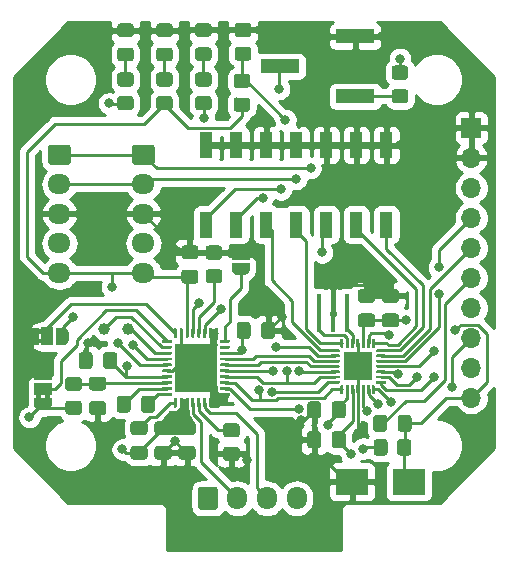
<source format=gtl>
G04 #@! TF.GenerationSoftware,KiCad,Pcbnew,(5.1.12-1-10_14)*
G04 #@! TF.CreationDate,2021-12-21T11:16:05-05:00*
G04 #@! TF.ProjectId,FlowerPeripheral,466c6f77-6572-4506-9572-697068657261,rev?*
G04 #@! TF.SameCoordinates,Original*
G04 #@! TF.FileFunction,Copper,L1,Top*
G04 #@! TF.FilePolarity,Positive*
%FSLAX46Y46*%
G04 Gerber Fmt 4.6, Leading zero omitted, Abs format (unit mm)*
G04 Created by KiCad (PCBNEW (5.1.12-1-10_14)) date 2021-12-21 11:16:05*
%MOMM*%
%LPD*%
G01*
G04 APERTURE LIST*
G04 #@! TA.AperFunction,EtchedComponent*
%ADD10C,0.100000*%
G04 #@! TD*
G04 #@! TA.AperFunction,SMDPad,CuDef*
%ADD11R,0.400000X3.200000*%
G04 #@! TD*
G04 #@! TA.AperFunction,SMDPad,CuDef*
%ADD12C,1.000000*%
G04 #@! TD*
G04 #@! TA.AperFunction,SMDPad,CuDef*
%ADD13C,0.100000*%
G04 #@! TD*
G04 #@! TA.AperFunction,SMDPad,CuDef*
%ADD14R,2.400000X2.400000*%
G04 #@! TD*
G04 #@! TA.AperFunction,ComponentPad*
%ADD15O,1.700000X1.950000*%
G04 #@! TD*
G04 #@! TA.AperFunction,ComponentPad*
%ADD16O,1.950000X1.700000*%
G04 #@! TD*
G04 #@! TA.AperFunction,SMDPad,CuDef*
%ADD17R,1.120000X2.160000*%
G04 #@! TD*
G04 #@! TA.AperFunction,SMDPad,CuDef*
%ADD18R,2.800000X2.200000*%
G04 #@! TD*
G04 #@! TA.AperFunction,SMDPad,CuDef*
%ADD19R,3.600000X4.100000*%
G04 #@! TD*
G04 #@! TA.AperFunction,ComponentPad*
%ADD20C,0.500000*%
G04 #@! TD*
G04 #@! TA.AperFunction,SMDPad,CuDef*
%ADD21R,3.300000X1.190000*%
G04 #@! TD*
G04 #@! TA.AperFunction,ComponentPad*
%ADD22R,1.700000X1.700000*%
G04 #@! TD*
G04 #@! TA.AperFunction,ComponentPad*
%ADD23O,1.700000X1.700000*%
G04 #@! TD*
G04 #@! TA.AperFunction,SMDPad,CuDef*
%ADD24R,1.000000X1.500000*%
G04 #@! TD*
G04 #@! TA.AperFunction,SMDPad,CuDef*
%ADD25R,1.500000X1.000000*%
G04 #@! TD*
G04 #@! TA.AperFunction,ViaPad*
%ADD26C,0.800000*%
G04 #@! TD*
G04 #@! TA.AperFunction,Conductor*
%ADD27C,0.250000*%
G04 #@! TD*
G04 #@! TA.AperFunction,Conductor*
%ADD28C,0.254000*%
G04 #@! TD*
G04 #@! TA.AperFunction,Conductor*
%ADD29C,0.100000*%
G04 #@! TD*
G04 #@! TA.AperFunction,Conductor*
%ADD30C,0.127000*%
G04 #@! TD*
G04 APERTURE END LIST*
D10*
G36*
X127624000Y-103451000D02*
G01*
X128124000Y-103451000D01*
X128124000Y-103851000D01*
X127624000Y-103851000D01*
X127624000Y-103451000D01*
G37*
G36*
X127624000Y-102651000D02*
G01*
X128124000Y-102651000D01*
X128124000Y-103051000D01*
X127624000Y-103051000D01*
X127624000Y-102651000D01*
G37*
G36*
X127543000Y-108596000D02*
G01*
X127543000Y-108096000D01*
X127943000Y-108096000D01*
X127943000Y-108596000D01*
X127543000Y-108596000D01*
G37*
G36*
X128343000Y-108596000D02*
G01*
X128343000Y-108096000D01*
X128743000Y-108096000D01*
X128743000Y-108596000D01*
X128343000Y-108596000D01*
G37*
G04 #@! TA.AperFunction,SMDPad,CuDef*
G36*
G01*
X131175000Y-105775000D02*
X131175000Y-104825000D01*
G75*
G02*
X131425000Y-104575000I250000J0D01*
G01*
X132100000Y-104575000D01*
G75*
G02*
X132350000Y-104825000I0J-250000D01*
G01*
X132350000Y-105775000D01*
G75*
G02*
X132100000Y-106025000I-250000J0D01*
G01*
X131425000Y-106025000D01*
G75*
G02*
X131175000Y-105775000I0J250000D01*
G01*
G37*
G04 #@! TD.AperFunction*
G04 #@! TA.AperFunction,SMDPad,CuDef*
G36*
G01*
X133250000Y-105775000D02*
X133250000Y-104825000D01*
G75*
G02*
X133500000Y-104575000I250000J0D01*
G01*
X134175000Y-104575000D01*
G75*
G02*
X134425000Y-104825000I0J-250000D01*
G01*
X134425000Y-105775000D01*
G75*
G02*
X134175000Y-106025000I-250000J0D01*
G01*
X133500000Y-106025000D01*
G75*
G02*
X133250000Y-105775000I0J250000D01*
G01*
G37*
G04 #@! TD.AperFunction*
D11*
X153892100Y-101282500D03*
X152692100Y-101282500D03*
X151492100Y-101282500D03*
G04 #@! TA.AperFunction,SMDPad,CuDef*
G36*
G01*
X158043900Y-100413400D02*
X157093900Y-100413400D01*
G75*
G02*
X156843900Y-100163400I0J250000D01*
G01*
X156843900Y-99488400D01*
G75*
G02*
X157093900Y-99238400I250000J0D01*
G01*
X158043900Y-99238400D01*
G75*
G02*
X158293900Y-99488400I0J-250000D01*
G01*
X158293900Y-100163400D01*
G75*
G02*
X158043900Y-100413400I-250000J0D01*
G01*
G37*
G04 #@! TD.AperFunction*
G04 #@! TA.AperFunction,SMDPad,CuDef*
G36*
G01*
X158043900Y-102488400D02*
X157093900Y-102488400D01*
G75*
G02*
X156843900Y-102238400I0J250000D01*
G01*
X156843900Y-101563400D01*
G75*
G02*
X157093900Y-101313400I250000J0D01*
G01*
X158043900Y-101313400D01*
G75*
G02*
X158293900Y-101563400I0J-250000D01*
G01*
X158293900Y-102238400D01*
G75*
G02*
X158043900Y-102488400I-250000J0D01*
G01*
G37*
G04 #@! TD.AperFunction*
G04 #@! TA.AperFunction,SMDPad,CuDef*
G36*
G01*
X156011900Y-102488400D02*
X155061900Y-102488400D01*
G75*
G02*
X154811900Y-102238400I0J250000D01*
G01*
X154811900Y-101563400D01*
G75*
G02*
X155061900Y-101313400I250000J0D01*
G01*
X156011900Y-101313400D01*
G75*
G02*
X156261900Y-101563400I0J-250000D01*
G01*
X156261900Y-102238400D01*
G75*
G02*
X156011900Y-102488400I-250000J0D01*
G01*
G37*
G04 #@! TD.AperFunction*
G04 #@! TA.AperFunction,SMDPad,CuDef*
G36*
G01*
X156011900Y-100413400D02*
X155061900Y-100413400D01*
G75*
G02*
X154811900Y-100163400I0J250000D01*
G01*
X154811900Y-99488400D01*
G75*
G02*
X155061900Y-99238400I250000J0D01*
G01*
X156011900Y-99238400D01*
G75*
G02*
X156261900Y-99488400I0J-250000D01*
G01*
X156261900Y-100163400D01*
G75*
G02*
X156011900Y-100413400I-250000J0D01*
G01*
G37*
G04 #@! TD.AperFunction*
G04 #@! TA.AperFunction,SMDPad,CuDef*
G36*
G01*
X139868000Y-112510000D02*
X140818000Y-112510000D01*
G75*
G02*
X141068000Y-112760000I0J-250000D01*
G01*
X141068000Y-113435000D01*
G75*
G02*
X140818000Y-113685000I-250000J0D01*
G01*
X139868000Y-113685000D01*
G75*
G02*
X139618000Y-113435000I0J250000D01*
G01*
X139618000Y-112760000D01*
G75*
G02*
X139868000Y-112510000I250000J0D01*
G01*
G37*
G04 #@! TD.AperFunction*
G04 #@! TA.AperFunction,SMDPad,CuDef*
G36*
G01*
X139868000Y-110435000D02*
X140818000Y-110435000D01*
G75*
G02*
X141068000Y-110685000I0J-250000D01*
G01*
X141068000Y-111360000D01*
G75*
G02*
X140818000Y-111610000I-250000J0D01*
G01*
X139868000Y-111610000D01*
G75*
G02*
X139618000Y-111360000I0J250000D01*
G01*
X139618000Y-110685000D01*
G75*
G02*
X139868000Y-110435000I250000J0D01*
G01*
G37*
G04 #@! TD.AperFunction*
D12*
X135382000Y-102616000D03*
G04 #@! TA.AperFunction,SMDPad,CuDef*
D13*
G36*
X156286799Y-104127305D02*
G01*
X156283242Y-104139030D01*
X156277467Y-104149835D01*
X156269694Y-104159306D01*
X156206306Y-104222694D01*
X156196835Y-104230467D01*
X156186030Y-104236242D01*
X156174305Y-104239799D01*
X156162112Y-104241000D01*
X156100500Y-104241000D01*
X156088307Y-104239799D01*
X156076582Y-104236242D01*
X156065777Y-104230467D01*
X156056306Y-104222694D01*
X156048533Y-104213223D01*
X156042758Y-104202418D01*
X156039201Y-104190693D01*
X156038000Y-104178500D01*
X156038000Y-103503500D01*
X156039201Y-103491307D01*
X156042758Y-103479582D01*
X156048533Y-103468777D01*
X156056306Y-103459306D01*
X156065777Y-103451533D01*
X156076582Y-103445758D01*
X156088307Y-103442201D01*
X156100500Y-103441000D01*
X156225500Y-103441000D01*
X156237693Y-103442201D01*
X156249418Y-103445758D01*
X156260223Y-103451533D01*
X156269694Y-103459306D01*
X156277467Y-103468777D01*
X156283242Y-103479582D01*
X156286799Y-103491307D01*
X156288000Y-103503500D01*
X156288000Y-104115112D01*
X156286799Y-104127305D01*
G37*
G04 #@! TD.AperFunction*
G04 #@! TA.AperFunction,SMDPad,CuDef*
G36*
G01*
X155650500Y-103441000D02*
X155775500Y-103441000D01*
G75*
G02*
X155838000Y-103503500I0J-62500D01*
G01*
X155838000Y-104178500D01*
G75*
G02*
X155775500Y-104241000I-62500J0D01*
G01*
X155650500Y-104241000D01*
G75*
G02*
X155588000Y-104178500I0J62500D01*
G01*
X155588000Y-103503500D01*
G75*
G02*
X155650500Y-103441000I62500J0D01*
G01*
G37*
G04 #@! TD.AperFunction*
G04 #@! TA.AperFunction,SMDPad,CuDef*
G36*
G01*
X155200500Y-103441000D02*
X155325500Y-103441000D01*
G75*
G02*
X155388000Y-103503500I0J-62500D01*
G01*
X155388000Y-104178500D01*
G75*
G02*
X155325500Y-104241000I-62500J0D01*
G01*
X155200500Y-104241000D01*
G75*
G02*
X155138000Y-104178500I0J62500D01*
G01*
X155138000Y-103503500D01*
G75*
G02*
X155200500Y-103441000I62500J0D01*
G01*
G37*
G04 #@! TD.AperFunction*
G04 #@! TA.AperFunction,SMDPad,CuDef*
G36*
G01*
X154750500Y-103441000D02*
X154875500Y-103441000D01*
G75*
G02*
X154938000Y-103503500I0J-62500D01*
G01*
X154938000Y-104178500D01*
G75*
G02*
X154875500Y-104241000I-62500J0D01*
G01*
X154750500Y-104241000D01*
G75*
G02*
X154688000Y-104178500I0J62500D01*
G01*
X154688000Y-103503500D01*
G75*
G02*
X154750500Y-103441000I62500J0D01*
G01*
G37*
G04 #@! TD.AperFunction*
G04 #@! TA.AperFunction,SMDPad,CuDef*
G36*
G01*
X154300500Y-103441000D02*
X154425500Y-103441000D01*
G75*
G02*
X154488000Y-103503500I0J-62500D01*
G01*
X154488000Y-104178500D01*
G75*
G02*
X154425500Y-104241000I-62500J0D01*
G01*
X154300500Y-104241000D01*
G75*
G02*
X154238000Y-104178500I0J62500D01*
G01*
X154238000Y-103503500D01*
G75*
G02*
X154300500Y-103441000I62500J0D01*
G01*
G37*
G04 #@! TD.AperFunction*
G04 #@! TA.AperFunction,SMDPad,CuDef*
G36*
G01*
X153850500Y-103441000D02*
X153975500Y-103441000D01*
G75*
G02*
X154038000Y-103503500I0J-62500D01*
G01*
X154038000Y-104178500D01*
G75*
G02*
X153975500Y-104241000I-62500J0D01*
G01*
X153850500Y-104241000D01*
G75*
G02*
X153788000Y-104178500I0J62500D01*
G01*
X153788000Y-103503500D01*
G75*
G02*
X153850500Y-103441000I62500J0D01*
G01*
G37*
G04 #@! TD.AperFunction*
G04 #@! TA.AperFunction,SMDPad,CuDef*
G36*
X153586799Y-104190693D02*
G01*
X153583242Y-104202418D01*
X153577467Y-104213223D01*
X153569694Y-104222694D01*
X153560223Y-104230467D01*
X153549418Y-104236242D01*
X153537693Y-104239799D01*
X153525500Y-104241000D01*
X153463888Y-104241000D01*
X153451695Y-104239799D01*
X153439970Y-104236242D01*
X153429165Y-104230467D01*
X153419694Y-104222694D01*
X153356306Y-104159306D01*
X153348533Y-104149835D01*
X153342758Y-104139030D01*
X153339201Y-104127305D01*
X153338000Y-104115112D01*
X153338000Y-103503500D01*
X153339201Y-103491307D01*
X153342758Y-103479582D01*
X153348533Y-103468777D01*
X153356306Y-103459306D01*
X153365777Y-103451533D01*
X153376582Y-103445758D01*
X153388307Y-103442201D01*
X153400500Y-103441000D01*
X153525500Y-103441000D01*
X153537693Y-103442201D01*
X153549418Y-103445758D01*
X153560223Y-103451533D01*
X153569694Y-103459306D01*
X153577467Y-103468777D01*
X153583242Y-103479582D01*
X153586799Y-103491307D01*
X153588000Y-103503500D01*
X153588000Y-104178500D01*
X153586799Y-104190693D01*
G37*
G04 #@! TD.AperFunction*
G04 #@! TA.AperFunction,SMDPad,CuDef*
G36*
X153261799Y-104515693D02*
G01*
X153258242Y-104527418D01*
X153252467Y-104538223D01*
X153244694Y-104547694D01*
X153235223Y-104555467D01*
X153224418Y-104561242D01*
X153212693Y-104564799D01*
X153200500Y-104566000D01*
X152525500Y-104566000D01*
X152513307Y-104564799D01*
X152501582Y-104561242D01*
X152490777Y-104555467D01*
X152481306Y-104547694D01*
X152473533Y-104538223D01*
X152467758Y-104527418D01*
X152464201Y-104515693D01*
X152463000Y-104503500D01*
X152463000Y-104378500D01*
X152464201Y-104366307D01*
X152467758Y-104354582D01*
X152473533Y-104343777D01*
X152481306Y-104334306D01*
X152490777Y-104326533D01*
X152501582Y-104320758D01*
X152513307Y-104317201D01*
X152525500Y-104316000D01*
X153137112Y-104316000D01*
X153149305Y-104317201D01*
X153161030Y-104320758D01*
X153171835Y-104326533D01*
X153181306Y-104334306D01*
X153244694Y-104397694D01*
X153252467Y-104407165D01*
X153258242Y-104417970D01*
X153261799Y-104429695D01*
X153263000Y-104441888D01*
X153263000Y-104503500D01*
X153261799Y-104515693D01*
G37*
G04 #@! TD.AperFunction*
G04 #@! TA.AperFunction,SMDPad,CuDef*
G36*
G01*
X152525500Y-104766000D02*
X153200500Y-104766000D01*
G75*
G02*
X153263000Y-104828500I0J-62500D01*
G01*
X153263000Y-104953500D01*
G75*
G02*
X153200500Y-105016000I-62500J0D01*
G01*
X152525500Y-105016000D01*
G75*
G02*
X152463000Y-104953500I0J62500D01*
G01*
X152463000Y-104828500D01*
G75*
G02*
X152525500Y-104766000I62500J0D01*
G01*
G37*
G04 #@! TD.AperFunction*
G04 #@! TA.AperFunction,SMDPad,CuDef*
G36*
G01*
X152525500Y-105216000D02*
X153200500Y-105216000D01*
G75*
G02*
X153263000Y-105278500I0J-62500D01*
G01*
X153263000Y-105403500D01*
G75*
G02*
X153200500Y-105466000I-62500J0D01*
G01*
X152525500Y-105466000D01*
G75*
G02*
X152463000Y-105403500I0J62500D01*
G01*
X152463000Y-105278500D01*
G75*
G02*
X152525500Y-105216000I62500J0D01*
G01*
G37*
G04 #@! TD.AperFunction*
G04 #@! TA.AperFunction,SMDPad,CuDef*
G36*
G01*
X152525500Y-105666000D02*
X153200500Y-105666000D01*
G75*
G02*
X153263000Y-105728500I0J-62500D01*
G01*
X153263000Y-105853500D01*
G75*
G02*
X153200500Y-105916000I-62500J0D01*
G01*
X152525500Y-105916000D01*
G75*
G02*
X152463000Y-105853500I0J62500D01*
G01*
X152463000Y-105728500D01*
G75*
G02*
X152525500Y-105666000I62500J0D01*
G01*
G37*
G04 #@! TD.AperFunction*
G04 #@! TA.AperFunction,SMDPad,CuDef*
G36*
G01*
X152525500Y-106116000D02*
X153200500Y-106116000D01*
G75*
G02*
X153263000Y-106178500I0J-62500D01*
G01*
X153263000Y-106303500D01*
G75*
G02*
X153200500Y-106366000I-62500J0D01*
G01*
X152525500Y-106366000D01*
G75*
G02*
X152463000Y-106303500I0J62500D01*
G01*
X152463000Y-106178500D01*
G75*
G02*
X152525500Y-106116000I62500J0D01*
G01*
G37*
G04 #@! TD.AperFunction*
G04 #@! TA.AperFunction,SMDPad,CuDef*
G36*
G01*
X152525500Y-106566000D02*
X153200500Y-106566000D01*
G75*
G02*
X153263000Y-106628500I0J-62500D01*
G01*
X153263000Y-106753500D01*
G75*
G02*
X153200500Y-106816000I-62500J0D01*
G01*
X152525500Y-106816000D01*
G75*
G02*
X152463000Y-106753500I0J62500D01*
G01*
X152463000Y-106628500D01*
G75*
G02*
X152525500Y-106566000I62500J0D01*
G01*
G37*
G04 #@! TD.AperFunction*
G04 #@! TA.AperFunction,SMDPad,CuDef*
G36*
X153261799Y-107152305D02*
G01*
X153258242Y-107164030D01*
X153252467Y-107174835D01*
X153244694Y-107184306D01*
X153181306Y-107247694D01*
X153171835Y-107255467D01*
X153161030Y-107261242D01*
X153149305Y-107264799D01*
X153137112Y-107266000D01*
X152525500Y-107266000D01*
X152513307Y-107264799D01*
X152501582Y-107261242D01*
X152490777Y-107255467D01*
X152481306Y-107247694D01*
X152473533Y-107238223D01*
X152467758Y-107227418D01*
X152464201Y-107215693D01*
X152463000Y-107203500D01*
X152463000Y-107078500D01*
X152464201Y-107066307D01*
X152467758Y-107054582D01*
X152473533Y-107043777D01*
X152481306Y-107034306D01*
X152490777Y-107026533D01*
X152501582Y-107020758D01*
X152513307Y-107017201D01*
X152525500Y-107016000D01*
X153200500Y-107016000D01*
X153212693Y-107017201D01*
X153224418Y-107020758D01*
X153235223Y-107026533D01*
X153244694Y-107034306D01*
X153252467Y-107043777D01*
X153258242Y-107054582D01*
X153261799Y-107066307D01*
X153263000Y-107078500D01*
X153263000Y-107140112D01*
X153261799Y-107152305D01*
G37*
G04 #@! TD.AperFunction*
G04 #@! TA.AperFunction,SMDPad,CuDef*
G36*
X153586799Y-108090693D02*
G01*
X153583242Y-108102418D01*
X153577467Y-108113223D01*
X153569694Y-108122694D01*
X153560223Y-108130467D01*
X153549418Y-108136242D01*
X153537693Y-108139799D01*
X153525500Y-108141000D01*
X153400500Y-108141000D01*
X153388307Y-108139799D01*
X153376582Y-108136242D01*
X153365777Y-108130467D01*
X153356306Y-108122694D01*
X153348533Y-108113223D01*
X153342758Y-108102418D01*
X153339201Y-108090693D01*
X153338000Y-108078500D01*
X153338000Y-107466888D01*
X153339201Y-107454695D01*
X153342758Y-107442970D01*
X153348533Y-107432165D01*
X153356306Y-107422694D01*
X153419694Y-107359306D01*
X153429165Y-107351533D01*
X153439970Y-107345758D01*
X153451695Y-107342201D01*
X153463888Y-107341000D01*
X153525500Y-107341000D01*
X153537693Y-107342201D01*
X153549418Y-107345758D01*
X153560223Y-107351533D01*
X153569694Y-107359306D01*
X153577467Y-107368777D01*
X153583242Y-107379582D01*
X153586799Y-107391307D01*
X153588000Y-107403500D01*
X153588000Y-108078500D01*
X153586799Y-108090693D01*
G37*
G04 #@! TD.AperFunction*
G04 #@! TA.AperFunction,SMDPad,CuDef*
G36*
G01*
X153850500Y-107341000D02*
X153975500Y-107341000D01*
G75*
G02*
X154038000Y-107403500I0J-62500D01*
G01*
X154038000Y-108078500D01*
G75*
G02*
X153975500Y-108141000I-62500J0D01*
G01*
X153850500Y-108141000D01*
G75*
G02*
X153788000Y-108078500I0J62500D01*
G01*
X153788000Y-107403500D01*
G75*
G02*
X153850500Y-107341000I62500J0D01*
G01*
G37*
G04 #@! TD.AperFunction*
G04 #@! TA.AperFunction,SMDPad,CuDef*
G36*
G01*
X154300500Y-107341000D02*
X154425500Y-107341000D01*
G75*
G02*
X154488000Y-107403500I0J-62500D01*
G01*
X154488000Y-108078500D01*
G75*
G02*
X154425500Y-108141000I-62500J0D01*
G01*
X154300500Y-108141000D01*
G75*
G02*
X154238000Y-108078500I0J62500D01*
G01*
X154238000Y-107403500D01*
G75*
G02*
X154300500Y-107341000I62500J0D01*
G01*
G37*
G04 #@! TD.AperFunction*
G04 #@! TA.AperFunction,SMDPad,CuDef*
G36*
G01*
X154750500Y-107341000D02*
X154875500Y-107341000D01*
G75*
G02*
X154938000Y-107403500I0J-62500D01*
G01*
X154938000Y-108078500D01*
G75*
G02*
X154875500Y-108141000I-62500J0D01*
G01*
X154750500Y-108141000D01*
G75*
G02*
X154688000Y-108078500I0J62500D01*
G01*
X154688000Y-107403500D01*
G75*
G02*
X154750500Y-107341000I62500J0D01*
G01*
G37*
G04 #@! TD.AperFunction*
G04 #@! TA.AperFunction,SMDPad,CuDef*
G36*
G01*
X155200500Y-107341000D02*
X155325500Y-107341000D01*
G75*
G02*
X155388000Y-107403500I0J-62500D01*
G01*
X155388000Y-108078500D01*
G75*
G02*
X155325500Y-108141000I-62500J0D01*
G01*
X155200500Y-108141000D01*
G75*
G02*
X155138000Y-108078500I0J62500D01*
G01*
X155138000Y-107403500D01*
G75*
G02*
X155200500Y-107341000I62500J0D01*
G01*
G37*
G04 #@! TD.AperFunction*
G04 #@! TA.AperFunction,SMDPad,CuDef*
G36*
G01*
X155650500Y-107341000D02*
X155775500Y-107341000D01*
G75*
G02*
X155838000Y-107403500I0J-62500D01*
G01*
X155838000Y-108078500D01*
G75*
G02*
X155775500Y-108141000I-62500J0D01*
G01*
X155650500Y-108141000D01*
G75*
G02*
X155588000Y-108078500I0J62500D01*
G01*
X155588000Y-107403500D01*
G75*
G02*
X155650500Y-107341000I62500J0D01*
G01*
G37*
G04 #@! TD.AperFunction*
G04 #@! TA.AperFunction,SMDPad,CuDef*
G36*
X156286799Y-108090693D02*
G01*
X156283242Y-108102418D01*
X156277467Y-108113223D01*
X156269694Y-108122694D01*
X156260223Y-108130467D01*
X156249418Y-108136242D01*
X156237693Y-108139799D01*
X156225500Y-108141000D01*
X156100500Y-108141000D01*
X156088307Y-108139799D01*
X156076582Y-108136242D01*
X156065777Y-108130467D01*
X156056306Y-108122694D01*
X156048533Y-108113223D01*
X156042758Y-108102418D01*
X156039201Y-108090693D01*
X156038000Y-108078500D01*
X156038000Y-107403500D01*
X156039201Y-107391307D01*
X156042758Y-107379582D01*
X156048533Y-107368777D01*
X156056306Y-107359306D01*
X156065777Y-107351533D01*
X156076582Y-107345758D01*
X156088307Y-107342201D01*
X156100500Y-107341000D01*
X156162112Y-107341000D01*
X156174305Y-107342201D01*
X156186030Y-107345758D01*
X156196835Y-107351533D01*
X156206306Y-107359306D01*
X156269694Y-107422694D01*
X156277467Y-107432165D01*
X156283242Y-107442970D01*
X156286799Y-107454695D01*
X156288000Y-107466888D01*
X156288000Y-108078500D01*
X156286799Y-108090693D01*
G37*
G04 #@! TD.AperFunction*
G04 #@! TA.AperFunction,SMDPad,CuDef*
G36*
X157161799Y-107215693D02*
G01*
X157158242Y-107227418D01*
X157152467Y-107238223D01*
X157144694Y-107247694D01*
X157135223Y-107255467D01*
X157124418Y-107261242D01*
X157112693Y-107264799D01*
X157100500Y-107266000D01*
X156488888Y-107266000D01*
X156476695Y-107264799D01*
X156464970Y-107261242D01*
X156454165Y-107255467D01*
X156444694Y-107247694D01*
X156381306Y-107184306D01*
X156373533Y-107174835D01*
X156367758Y-107164030D01*
X156364201Y-107152305D01*
X156363000Y-107140112D01*
X156363000Y-107078500D01*
X156364201Y-107066307D01*
X156367758Y-107054582D01*
X156373533Y-107043777D01*
X156381306Y-107034306D01*
X156390777Y-107026533D01*
X156401582Y-107020758D01*
X156413307Y-107017201D01*
X156425500Y-107016000D01*
X157100500Y-107016000D01*
X157112693Y-107017201D01*
X157124418Y-107020758D01*
X157135223Y-107026533D01*
X157144694Y-107034306D01*
X157152467Y-107043777D01*
X157158242Y-107054582D01*
X157161799Y-107066307D01*
X157163000Y-107078500D01*
X157163000Y-107203500D01*
X157161799Y-107215693D01*
G37*
G04 #@! TD.AperFunction*
G04 #@! TA.AperFunction,SMDPad,CuDef*
G36*
G01*
X156425500Y-106566000D02*
X157100500Y-106566000D01*
G75*
G02*
X157163000Y-106628500I0J-62500D01*
G01*
X157163000Y-106753500D01*
G75*
G02*
X157100500Y-106816000I-62500J0D01*
G01*
X156425500Y-106816000D01*
G75*
G02*
X156363000Y-106753500I0J62500D01*
G01*
X156363000Y-106628500D01*
G75*
G02*
X156425500Y-106566000I62500J0D01*
G01*
G37*
G04 #@! TD.AperFunction*
G04 #@! TA.AperFunction,SMDPad,CuDef*
G36*
G01*
X156425500Y-106116000D02*
X157100500Y-106116000D01*
G75*
G02*
X157163000Y-106178500I0J-62500D01*
G01*
X157163000Y-106303500D01*
G75*
G02*
X157100500Y-106366000I-62500J0D01*
G01*
X156425500Y-106366000D01*
G75*
G02*
X156363000Y-106303500I0J62500D01*
G01*
X156363000Y-106178500D01*
G75*
G02*
X156425500Y-106116000I62500J0D01*
G01*
G37*
G04 #@! TD.AperFunction*
G04 #@! TA.AperFunction,SMDPad,CuDef*
G36*
G01*
X156425500Y-105666000D02*
X157100500Y-105666000D01*
G75*
G02*
X157163000Y-105728500I0J-62500D01*
G01*
X157163000Y-105853500D01*
G75*
G02*
X157100500Y-105916000I-62500J0D01*
G01*
X156425500Y-105916000D01*
G75*
G02*
X156363000Y-105853500I0J62500D01*
G01*
X156363000Y-105728500D01*
G75*
G02*
X156425500Y-105666000I62500J0D01*
G01*
G37*
G04 #@! TD.AperFunction*
G04 #@! TA.AperFunction,SMDPad,CuDef*
G36*
G01*
X156425500Y-105216000D02*
X157100500Y-105216000D01*
G75*
G02*
X157163000Y-105278500I0J-62500D01*
G01*
X157163000Y-105403500D01*
G75*
G02*
X157100500Y-105466000I-62500J0D01*
G01*
X156425500Y-105466000D01*
G75*
G02*
X156363000Y-105403500I0J62500D01*
G01*
X156363000Y-105278500D01*
G75*
G02*
X156425500Y-105216000I62500J0D01*
G01*
G37*
G04 #@! TD.AperFunction*
G04 #@! TA.AperFunction,SMDPad,CuDef*
G36*
G01*
X156425500Y-104766000D02*
X157100500Y-104766000D01*
G75*
G02*
X157163000Y-104828500I0J-62500D01*
G01*
X157163000Y-104953500D01*
G75*
G02*
X157100500Y-105016000I-62500J0D01*
G01*
X156425500Y-105016000D01*
G75*
G02*
X156363000Y-104953500I0J62500D01*
G01*
X156363000Y-104828500D01*
G75*
G02*
X156425500Y-104766000I62500J0D01*
G01*
G37*
G04 #@! TD.AperFunction*
G04 #@! TA.AperFunction,SMDPad,CuDef*
G36*
X157161799Y-104515693D02*
G01*
X157158242Y-104527418D01*
X157152467Y-104538223D01*
X157144694Y-104547694D01*
X157135223Y-104555467D01*
X157124418Y-104561242D01*
X157112693Y-104564799D01*
X157100500Y-104566000D01*
X156425500Y-104566000D01*
X156413307Y-104564799D01*
X156401582Y-104561242D01*
X156390777Y-104555467D01*
X156381306Y-104547694D01*
X156373533Y-104538223D01*
X156367758Y-104527418D01*
X156364201Y-104515693D01*
X156363000Y-104503500D01*
X156363000Y-104441888D01*
X156364201Y-104429695D01*
X156367758Y-104417970D01*
X156373533Y-104407165D01*
X156381306Y-104397694D01*
X156444694Y-104334306D01*
X156454165Y-104326533D01*
X156464970Y-104320758D01*
X156476695Y-104317201D01*
X156488888Y-104316000D01*
X157100500Y-104316000D01*
X157112693Y-104317201D01*
X157124418Y-104320758D01*
X157135223Y-104326533D01*
X157144694Y-104334306D01*
X157152467Y-104343777D01*
X157158242Y-104354582D01*
X157161799Y-104366307D01*
X157163000Y-104378500D01*
X157163000Y-104503500D01*
X157161799Y-104515693D01*
G37*
G04 #@! TD.AperFunction*
D14*
X154813000Y-105791000D03*
D12*
X133350000Y-102616000D03*
G04 #@! TA.AperFunction,SMDPad,CuDef*
D13*
G36*
X144157000Y-96751000D02*
G01*
X144157000Y-96251000D01*
X144157602Y-96251000D01*
X144157602Y-96226466D01*
X144162412Y-96177635D01*
X144171984Y-96129510D01*
X144186228Y-96082555D01*
X144205005Y-96037222D01*
X144228136Y-95993949D01*
X144255396Y-95953150D01*
X144286524Y-95915221D01*
X144321221Y-95880524D01*
X144359150Y-95849396D01*
X144399949Y-95822136D01*
X144443222Y-95799005D01*
X144488555Y-95780228D01*
X144535510Y-95765984D01*
X144583635Y-95756412D01*
X144632466Y-95751602D01*
X144657000Y-95751602D01*
X144657000Y-95751000D01*
X145157000Y-95751000D01*
X145157000Y-95751602D01*
X145181534Y-95751602D01*
X145230365Y-95756412D01*
X145278490Y-95765984D01*
X145325445Y-95780228D01*
X145370778Y-95799005D01*
X145414051Y-95822136D01*
X145454850Y-95849396D01*
X145492779Y-95880524D01*
X145527476Y-95915221D01*
X145558604Y-95953150D01*
X145585864Y-95993949D01*
X145608995Y-96037222D01*
X145627772Y-96082555D01*
X145642016Y-96129510D01*
X145651588Y-96177635D01*
X145656398Y-96226466D01*
X145656398Y-96251000D01*
X145657000Y-96251000D01*
X145657000Y-96751000D01*
X144157000Y-96751000D01*
G37*
G04 #@! TD.AperFunction*
G04 #@! TA.AperFunction,SMDPad,CuDef*
G36*
X145656398Y-97551000D02*
G01*
X145656398Y-97575534D01*
X145651588Y-97624365D01*
X145642016Y-97672490D01*
X145627772Y-97719445D01*
X145608995Y-97764778D01*
X145585864Y-97808051D01*
X145558604Y-97848850D01*
X145527476Y-97886779D01*
X145492779Y-97921476D01*
X145454850Y-97952604D01*
X145414051Y-97979864D01*
X145370778Y-98002995D01*
X145325445Y-98021772D01*
X145278490Y-98036016D01*
X145230365Y-98045588D01*
X145181534Y-98050398D01*
X145157000Y-98050398D01*
X145157000Y-98051000D01*
X144657000Y-98051000D01*
X144657000Y-98050398D01*
X144632466Y-98050398D01*
X144583635Y-98045588D01*
X144535510Y-98036016D01*
X144488555Y-98021772D01*
X144443222Y-98002995D01*
X144399949Y-97979864D01*
X144359150Y-97952604D01*
X144321221Y-97921476D01*
X144286524Y-97886779D01*
X144255396Y-97848850D01*
X144228136Y-97808051D01*
X144205005Y-97764778D01*
X144186228Y-97719445D01*
X144171984Y-97672490D01*
X144162412Y-97624365D01*
X144157602Y-97575534D01*
X144157602Y-97551000D01*
X144157000Y-97551000D01*
X144157000Y-97051000D01*
X145657000Y-97051000D01*
X145657000Y-97551000D01*
X145656398Y-97551000D01*
G37*
G04 #@! TD.AperFunction*
G04 #@! TA.AperFunction,SMDPad,CuDef*
G36*
G01*
X135567000Y-108525000D02*
X135567000Y-109475000D01*
G75*
G02*
X135317000Y-109725000I-250000J0D01*
G01*
X134642000Y-109725000D01*
G75*
G02*
X134392000Y-109475000I0J250000D01*
G01*
X134392000Y-108525000D01*
G75*
G02*
X134642000Y-108275000I250000J0D01*
G01*
X135317000Y-108275000D01*
G75*
G02*
X135567000Y-108525000I0J-250000D01*
G01*
G37*
G04 #@! TD.AperFunction*
G04 #@! TA.AperFunction,SMDPad,CuDef*
G36*
G01*
X137642000Y-108525000D02*
X137642000Y-109475000D01*
G75*
G02*
X137392000Y-109725000I-250000J0D01*
G01*
X136717000Y-109725000D01*
G75*
G02*
X136467000Y-109475000I0J250000D01*
G01*
X136467000Y-108525000D01*
G75*
G02*
X136717000Y-108275000I250000J0D01*
G01*
X137392000Y-108275000D01*
G75*
G02*
X137642000Y-108525000I0J-250000D01*
G01*
G37*
G04 #@! TD.AperFunction*
G04 #@! TA.AperFunction,SMDPad,CuDef*
G36*
G01*
X144552000Y-103218000D02*
X144552000Y-102268000D01*
G75*
G02*
X144802000Y-102018000I250000J0D01*
G01*
X145477000Y-102018000D01*
G75*
G02*
X145727000Y-102268000I0J-250000D01*
G01*
X145727000Y-103218000D01*
G75*
G02*
X145477000Y-103468000I-250000J0D01*
G01*
X144802000Y-103468000D01*
G75*
G02*
X144552000Y-103218000I0J250000D01*
G01*
G37*
G04 #@! TD.AperFunction*
G04 #@! TA.AperFunction,SMDPad,CuDef*
G36*
G01*
X146627000Y-103218000D02*
X146627000Y-102268000D01*
G75*
G02*
X146877000Y-102018000I250000J0D01*
G01*
X147552000Y-102018000D01*
G75*
G02*
X147802000Y-102268000I0J-250000D01*
G01*
X147802000Y-103218000D01*
G75*
G02*
X147552000Y-103468000I-250000J0D01*
G01*
X146877000Y-103468000D01*
G75*
G02*
X146627000Y-103218000I0J250000D01*
G01*
G37*
G04 #@! TD.AperFunction*
G04 #@! TA.AperFunction,SMDPad,CuDef*
G36*
G01*
X133244000Y-107838000D02*
X132294000Y-107838000D01*
G75*
G02*
X132044000Y-107588000I0J250000D01*
G01*
X132044000Y-106913000D01*
G75*
G02*
X132294000Y-106663000I250000J0D01*
G01*
X133244000Y-106663000D01*
G75*
G02*
X133494000Y-106913000I0J-250000D01*
G01*
X133494000Y-107588000D01*
G75*
G02*
X133244000Y-107838000I-250000J0D01*
G01*
G37*
G04 #@! TD.AperFunction*
G04 #@! TA.AperFunction,SMDPad,CuDef*
G36*
G01*
X133244000Y-109913000D02*
X132294000Y-109913000D01*
G75*
G02*
X132044000Y-109663000I0J250000D01*
G01*
X132044000Y-108988000D01*
G75*
G02*
X132294000Y-108738000I250000J0D01*
G01*
X133244000Y-108738000D01*
G75*
G02*
X133494000Y-108988000I0J-250000D01*
G01*
X133494000Y-109663000D01*
G75*
G02*
X133244000Y-109913000I-250000J0D01*
G01*
G37*
G04 #@! TD.AperFunction*
G04 #@! TA.AperFunction,SMDPad,CuDef*
G36*
G01*
X137836000Y-110435000D02*
X138786000Y-110435000D01*
G75*
G02*
X139036000Y-110685000I0J-250000D01*
G01*
X139036000Y-111360000D01*
G75*
G02*
X138786000Y-111610000I-250000J0D01*
G01*
X137836000Y-111610000D01*
G75*
G02*
X137586000Y-111360000I0J250000D01*
G01*
X137586000Y-110685000D01*
G75*
G02*
X137836000Y-110435000I250000J0D01*
G01*
G37*
G04 #@! TD.AperFunction*
G04 #@! TA.AperFunction,SMDPad,CuDef*
G36*
G01*
X137836000Y-112510000D02*
X138786000Y-112510000D01*
G75*
G02*
X139036000Y-112760000I0J-250000D01*
G01*
X139036000Y-113435000D01*
G75*
G02*
X138786000Y-113685000I-250000J0D01*
G01*
X137836000Y-113685000D01*
G75*
G02*
X137586000Y-113435000I0J250000D01*
G01*
X137586000Y-112760000D01*
G75*
G02*
X137836000Y-112510000I250000J0D01*
G01*
G37*
G04 #@! TD.AperFunction*
G04 #@! TA.AperFunction,SMDPad,CuDef*
G36*
G01*
X141064000Y-96705000D02*
X140114000Y-96705000D01*
G75*
G02*
X139864000Y-96455000I0J250000D01*
G01*
X139864000Y-95780000D01*
G75*
G02*
X140114000Y-95530000I250000J0D01*
G01*
X141064000Y-95530000D01*
G75*
G02*
X141314000Y-95780000I0J-250000D01*
G01*
X141314000Y-96455000D01*
G75*
G02*
X141064000Y-96705000I-250000J0D01*
G01*
G37*
G04 #@! TD.AperFunction*
G04 #@! TA.AperFunction,SMDPad,CuDef*
G36*
G01*
X141064000Y-98780000D02*
X140114000Y-98780000D01*
G75*
G02*
X139864000Y-98530000I0J250000D01*
G01*
X139864000Y-97855000D01*
G75*
G02*
X140114000Y-97605000I250000J0D01*
G01*
X141064000Y-97605000D01*
G75*
G02*
X141314000Y-97855000I0J-250000D01*
G01*
X141314000Y-98530000D01*
G75*
G02*
X141064000Y-98780000I-250000J0D01*
G01*
G37*
G04 #@! TD.AperFunction*
G04 #@! TA.AperFunction,SMDPad,CuDef*
G36*
G01*
X136754000Y-113685000D02*
X135804000Y-113685000D01*
G75*
G02*
X135554000Y-113435000I0J250000D01*
G01*
X135554000Y-112760000D01*
G75*
G02*
X135804000Y-112510000I250000J0D01*
G01*
X136754000Y-112510000D01*
G75*
G02*
X137004000Y-112760000I0J-250000D01*
G01*
X137004000Y-113435000D01*
G75*
G02*
X136754000Y-113685000I-250000J0D01*
G01*
G37*
G04 #@! TD.AperFunction*
G04 #@! TA.AperFunction,SMDPad,CuDef*
G36*
G01*
X136754000Y-111610000D02*
X135804000Y-111610000D01*
G75*
G02*
X135554000Y-111360000I0J250000D01*
G01*
X135554000Y-110685000D01*
G75*
G02*
X135804000Y-110435000I250000J0D01*
G01*
X136754000Y-110435000D01*
G75*
G02*
X137004000Y-110685000I0J-250000D01*
G01*
X137004000Y-111360000D01*
G75*
G02*
X136754000Y-111610000I-250000J0D01*
G01*
G37*
G04 #@! TD.AperFunction*
G04 #@! TA.AperFunction,SMDPad,CuDef*
G36*
G01*
X131187001Y-109888000D02*
X130286999Y-109888000D01*
G75*
G02*
X130037000Y-109638001I0J249999D01*
G01*
X130037000Y-108937999D01*
G75*
G02*
X130286999Y-108688000I249999J0D01*
G01*
X131187001Y-108688000D01*
G75*
G02*
X131437000Y-108937999I0J-249999D01*
G01*
X131437000Y-109638001D01*
G75*
G02*
X131187001Y-109888000I-249999J0D01*
G01*
G37*
G04 #@! TD.AperFunction*
G04 #@! TA.AperFunction,SMDPad,CuDef*
G36*
G01*
X131187001Y-107888000D02*
X130286999Y-107888000D01*
G75*
G02*
X130037000Y-107638001I0J249999D01*
G01*
X130037000Y-106937999D01*
G75*
G02*
X130286999Y-106688000I249999J0D01*
G01*
X131187001Y-106688000D01*
G75*
G02*
X131437000Y-106937999I0J-249999D01*
G01*
X131437000Y-107638001D01*
G75*
G02*
X131187001Y-107888000I-249999J0D01*
G01*
G37*
G04 #@! TD.AperFunction*
G04 #@! TA.AperFunction,SMDPad,CuDef*
G36*
G01*
X143649999Y-110600000D02*
X144550001Y-110600000D01*
G75*
G02*
X144800000Y-110849999I0J-249999D01*
G01*
X144800000Y-111550001D01*
G75*
G02*
X144550001Y-111800000I-249999J0D01*
G01*
X143649999Y-111800000D01*
G75*
G02*
X143400000Y-111550001I0J249999D01*
G01*
X143400000Y-110849999D01*
G75*
G02*
X143649999Y-110600000I249999J0D01*
G01*
G37*
G04 #@! TD.AperFunction*
G04 #@! TA.AperFunction,SMDPad,CuDef*
G36*
G01*
X143649999Y-112600000D02*
X144550001Y-112600000D01*
G75*
G02*
X144800000Y-112849999I0J-249999D01*
G01*
X144800000Y-113550001D01*
G75*
G02*
X144550001Y-113800000I-249999J0D01*
G01*
X143649999Y-113800000D01*
G75*
G02*
X143400000Y-113550001I0J249999D01*
G01*
X143400000Y-112849999D01*
G75*
G02*
X143649999Y-112600000I249999J0D01*
G01*
G37*
G04 #@! TD.AperFunction*
G04 #@! TA.AperFunction,SMDPad,CuDef*
G36*
G01*
X143071001Y-96755000D02*
X142170999Y-96755000D01*
G75*
G02*
X141921000Y-96505001I0J249999D01*
G01*
X141921000Y-95804999D01*
G75*
G02*
X142170999Y-95555000I249999J0D01*
G01*
X143071001Y-95555000D01*
G75*
G02*
X143321000Y-95804999I0J-249999D01*
G01*
X143321000Y-96505001D01*
G75*
G02*
X143071001Y-96755000I-249999J0D01*
G01*
G37*
G04 #@! TD.AperFunction*
G04 #@! TA.AperFunction,SMDPad,CuDef*
G36*
G01*
X143071001Y-98755000D02*
X142170999Y-98755000D01*
G75*
G02*
X141921000Y-98505001I0J249999D01*
G01*
X141921000Y-97804999D01*
G75*
G02*
X142170999Y-97555000I249999J0D01*
G01*
X143071001Y-97555000D01*
G75*
G02*
X143321000Y-97804999I0J-249999D01*
G01*
X143321000Y-98505001D01*
G75*
G02*
X143071001Y-98755000I-249999J0D01*
G01*
G37*
G04 #@! TD.AperFunction*
G04 #@! TA.AperFunction,ComponentPad*
G36*
G01*
X141263000Y-117692000D02*
X141263000Y-116242000D01*
G75*
G02*
X141513000Y-115992000I250000J0D01*
G01*
X142713000Y-115992000D01*
G75*
G02*
X142963000Y-116242000I0J-250000D01*
G01*
X142963000Y-117692000D01*
G75*
G02*
X142713000Y-117942000I-250000J0D01*
G01*
X141513000Y-117942000D01*
G75*
G02*
X141263000Y-117692000I0J250000D01*
G01*
G37*
G04 #@! TD.AperFunction*
D15*
X144613000Y-116967000D03*
X147113000Y-116967000D03*
X149613000Y-116967000D03*
D16*
X129540000Y-97884000D03*
X129540000Y-95384000D03*
X129540000Y-92884000D03*
X129540000Y-90384000D03*
G04 #@! TA.AperFunction,ComponentPad*
G36*
G01*
X128815000Y-87034000D02*
X130265000Y-87034000D01*
G75*
G02*
X130515000Y-87284000I0J-250000D01*
G01*
X130515000Y-88484000D01*
G75*
G02*
X130265000Y-88734000I-250000J0D01*
G01*
X128815000Y-88734000D01*
G75*
G02*
X128565000Y-88484000I0J250000D01*
G01*
X128565000Y-87284000D01*
G75*
G02*
X128815000Y-87034000I250000J0D01*
G01*
G37*
G04 #@! TD.AperFunction*
G04 #@! TA.AperFunction,ComponentPad*
G36*
G01*
X135927000Y-87034000D02*
X137377000Y-87034000D01*
G75*
G02*
X137627000Y-87284000I0J-250000D01*
G01*
X137627000Y-88484000D01*
G75*
G02*
X137377000Y-88734000I-250000J0D01*
G01*
X135927000Y-88734000D01*
G75*
G02*
X135677000Y-88484000I0J250000D01*
G01*
X135677000Y-87284000D01*
G75*
G02*
X135927000Y-87034000I250000J0D01*
G01*
G37*
G04 #@! TD.AperFunction*
X136652000Y-90384000D03*
X136652000Y-92884000D03*
X136652000Y-95384000D03*
X136652000Y-97884000D03*
D17*
X157226000Y-87059000D03*
X141986000Y-93789000D03*
X154686000Y-87059000D03*
X144526000Y-93789000D03*
X152146000Y-87059000D03*
X147066000Y-93789000D03*
X149606000Y-87059000D03*
X149606000Y-93789000D03*
X147066000Y-87059000D03*
X152146000Y-93789000D03*
X144526000Y-87059000D03*
X154686000Y-93789000D03*
X141986000Y-87059000D03*
X157226000Y-93789000D03*
G04 #@! TA.AperFunction,SMDPad,CuDef*
G36*
G01*
X156109000Y-111092000D02*
X156109000Y-110142000D01*
G75*
G02*
X156359000Y-109892000I250000J0D01*
G01*
X157034000Y-109892000D01*
G75*
G02*
X157284000Y-110142000I0J-250000D01*
G01*
X157284000Y-111092000D01*
G75*
G02*
X157034000Y-111342000I-250000J0D01*
G01*
X156359000Y-111342000D01*
G75*
G02*
X156109000Y-111092000I0J250000D01*
G01*
G37*
G04 #@! TD.AperFunction*
G04 #@! TA.AperFunction,SMDPad,CuDef*
G36*
G01*
X158184000Y-111092000D02*
X158184000Y-110142000D01*
G75*
G02*
X158434000Y-109892000I250000J0D01*
G01*
X159109000Y-109892000D01*
G75*
G02*
X159359000Y-110142000I0J-250000D01*
G01*
X159359000Y-111092000D01*
G75*
G02*
X159109000Y-111342000I-250000J0D01*
G01*
X158434000Y-111342000D01*
G75*
G02*
X158184000Y-111092000I0J250000D01*
G01*
G37*
G04 #@! TD.AperFunction*
G04 #@! TA.AperFunction,SMDPad,CuDef*
G36*
G01*
X159334000Y-112198999D02*
X159334000Y-113099001D01*
G75*
G02*
X159084001Y-113349000I-249999J0D01*
G01*
X158383999Y-113349000D01*
G75*
G02*
X158134000Y-113099001I0J249999D01*
G01*
X158134000Y-112198999D01*
G75*
G02*
X158383999Y-111949000I249999J0D01*
G01*
X159084001Y-111949000D01*
G75*
G02*
X159334000Y-112198999I0J-249999D01*
G01*
G37*
G04 #@! TD.AperFunction*
G04 #@! TA.AperFunction,SMDPad,CuDef*
G36*
G01*
X157334000Y-112198999D02*
X157334000Y-113099001D01*
G75*
G02*
X157084001Y-113349000I-249999J0D01*
G01*
X156383999Y-113349000D01*
G75*
G02*
X156134000Y-113099001I0J249999D01*
G01*
X156134000Y-112198999D01*
G75*
G02*
X156383999Y-111949000I249999J0D01*
G01*
X157084001Y-111949000D01*
G75*
G02*
X157334000Y-112198999I0J-249999D01*
G01*
G37*
G04 #@! TD.AperFunction*
D18*
X159118000Y-115570000D03*
X154318000Y-115570000D03*
G04 #@! TA.AperFunction,SMDPad,CuDef*
G36*
G01*
X153771000Y-108999000D02*
X153771000Y-109949000D01*
G75*
G02*
X153521000Y-110199000I-250000J0D01*
G01*
X152846000Y-110199000D01*
G75*
G02*
X152596000Y-109949000I0J250000D01*
G01*
X152596000Y-108999000D01*
G75*
G02*
X152846000Y-108749000I250000J0D01*
G01*
X153521000Y-108749000D01*
G75*
G02*
X153771000Y-108999000I0J-250000D01*
G01*
G37*
G04 #@! TD.AperFunction*
G04 #@! TA.AperFunction,SMDPad,CuDef*
G36*
G01*
X151696000Y-108999000D02*
X151696000Y-109949000D01*
G75*
G02*
X151446000Y-110199000I-250000J0D01*
G01*
X150771000Y-110199000D01*
G75*
G02*
X150521000Y-109949000I0J250000D01*
G01*
X150521000Y-108999000D01*
G75*
G02*
X150771000Y-108749000I250000J0D01*
G01*
X151446000Y-108749000D01*
G75*
G02*
X151696000Y-108999000I0J-250000D01*
G01*
G37*
G04 #@! TD.AperFunction*
G04 #@! TA.AperFunction,SMDPad,CuDef*
G36*
G01*
X151696000Y-111525000D02*
X151696000Y-112475000D01*
G75*
G02*
X151446000Y-112725000I-250000J0D01*
G01*
X150771000Y-112725000D01*
G75*
G02*
X150521000Y-112475000I0J250000D01*
G01*
X150521000Y-111525000D01*
G75*
G02*
X150771000Y-111275000I250000J0D01*
G01*
X151446000Y-111275000D01*
G75*
G02*
X151696000Y-111525000I0J-250000D01*
G01*
G37*
G04 #@! TD.AperFunction*
G04 #@! TA.AperFunction,SMDPad,CuDef*
G36*
G01*
X153771000Y-111525000D02*
X153771000Y-112475000D01*
G75*
G02*
X153521000Y-112725000I-250000J0D01*
G01*
X152846000Y-112725000D01*
G75*
G02*
X152596000Y-112475000I0J250000D01*
G01*
X152596000Y-111525000D01*
G75*
G02*
X152846000Y-111275000I250000J0D01*
G01*
X153521000Y-111275000D01*
G75*
G02*
X153771000Y-111525000I0J-250000D01*
G01*
G37*
G04 #@! TD.AperFunction*
G04 #@! TA.AperFunction,SMDPad,CuDef*
G36*
G01*
X143972000Y-108105500D02*
X143972000Y-108230500D01*
G75*
G02*
X143909500Y-108293000I-62500J0D01*
G01*
X143184500Y-108293000D01*
G75*
G02*
X143122000Y-108230500I0J62500D01*
G01*
X143122000Y-108105500D01*
G75*
G02*
X143184500Y-108043000I62500J0D01*
G01*
X143909500Y-108043000D01*
G75*
G02*
X143972000Y-108105500I0J-62500D01*
G01*
G37*
G04 #@! TD.AperFunction*
G04 #@! TA.AperFunction,SMDPad,CuDef*
G36*
G01*
X143972000Y-107605500D02*
X143972000Y-107730500D01*
G75*
G02*
X143909500Y-107793000I-62500J0D01*
G01*
X143184500Y-107793000D01*
G75*
G02*
X143122000Y-107730500I0J62500D01*
G01*
X143122000Y-107605500D01*
G75*
G02*
X143184500Y-107543000I62500J0D01*
G01*
X143909500Y-107543000D01*
G75*
G02*
X143972000Y-107605500I0J-62500D01*
G01*
G37*
G04 #@! TD.AperFunction*
G04 #@! TA.AperFunction,SMDPad,CuDef*
G36*
G01*
X143972000Y-107105500D02*
X143972000Y-107230500D01*
G75*
G02*
X143909500Y-107293000I-62500J0D01*
G01*
X143184500Y-107293000D01*
G75*
G02*
X143122000Y-107230500I0J62500D01*
G01*
X143122000Y-107105500D01*
G75*
G02*
X143184500Y-107043000I62500J0D01*
G01*
X143909500Y-107043000D01*
G75*
G02*
X143972000Y-107105500I0J-62500D01*
G01*
G37*
G04 #@! TD.AperFunction*
G04 #@! TA.AperFunction,SMDPad,CuDef*
G36*
G01*
X143972000Y-106605500D02*
X143972000Y-106730500D01*
G75*
G02*
X143909500Y-106793000I-62500J0D01*
G01*
X143184500Y-106793000D01*
G75*
G02*
X143122000Y-106730500I0J62500D01*
G01*
X143122000Y-106605500D01*
G75*
G02*
X143184500Y-106543000I62500J0D01*
G01*
X143909500Y-106543000D01*
G75*
G02*
X143972000Y-106605500I0J-62500D01*
G01*
G37*
G04 #@! TD.AperFunction*
G04 #@! TA.AperFunction,SMDPad,CuDef*
G36*
G01*
X143972000Y-106105500D02*
X143972000Y-106230500D01*
G75*
G02*
X143909500Y-106293000I-62500J0D01*
G01*
X143184500Y-106293000D01*
G75*
G02*
X143122000Y-106230500I0J62500D01*
G01*
X143122000Y-106105500D01*
G75*
G02*
X143184500Y-106043000I62500J0D01*
G01*
X143909500Y-106043000D01*
G75*
G02*
X143972000Y-106105500I0J-62500D01*
G01*
G37*
G04 #@! TD.AperFunction*
G04 #@! TA.AperFunction,SMDPad,CuDef*
G36*
G01*
X143972000Y-105605500D02*
X143972000Y-105730500D01*
G75*
G02*
X143909500Y-105793000I-62500J0D01*
G01*
X143184500Y-105793000D01*
G75*
G02*
X143122000Y-105730500I0J62500D01*
G01*
X143122000Y-105605500D01*
G75*
G02*
X143184500Y-105543000I62500J0D01*
G01*
X143909500Y-105543000D01*
G75*
G02*
X143972000Y-105605500I0J-62500D01*
G01*
G37*
G04 #@! TD.AperFunction*
G04 #@! TA.AperFunction,SMDPad,CuDef*
G36*
G01*
X143972000Y-105105500D02*
X143972000Y-105230500D01*
G75*
G02*
X143909500Y-105293000I-62500J0D01*
G01*
X143184500Y-105293000D01*
G75*
G02*
X143122000Y-105230500I0J62500D01*
G01*
X143122000Y-105105500D01*
G75*
G02*
X143184500Y-105043000I62500J0D01*
G01*
X143909500Y-105043000D01*
G75*
G02*
X143972000Y-105105500I0J-62500D01*
G01*
G37*
G04 #@! TD.AperFunction*
G04 #@! TA.AperFunction,SMDPad,CuDef*
G36*
G01*
X143972000Y-104605500D02*
X143972000Y-104730500D01*
G75*
G02*
X143909500Y-104793000I-62500J0D01*
G01*
X143184500Y-104793000D01*
G75*
G02*
X143122000Y-104730500I0J62500D01*
G01*
X143122000Y-104605500D01*
G75*
G02*
X143184500Y-104543000I62500J0D01*
G01*
X143909500Y-104543000D01*
G75*
G02*
X143972000Y-104605500I0J-62500D01*
G01*
G37*
G04 #@! TD.AperFunction*
G04 #@! TA.AperFunction,SMDPad,CuDef*
G36*
G01*
X143972000Y-104105500D02*
X143972000Y-104230500D01*
G75*
G02*
X143909500Y-104293000I-62500J0D01*
G01*
X143184500Y-104293000D01*
G75*
G02*
X143122000Y-104230500I0J62500D01*
G01*
X143122000Y-104105500D01*
G75*
G02*
X143184500Y-104043000I62500J0D01*
G01*
X143909500Y-104043000D01*
G75*
G02*
X143972000Y-104105500I0J-62500D01*
G01*
G37*
G04 #@! TD.AperFunction*
G04 #@! TA.AperFunction,SMDPad,CuDef*
G36*
G01*
X143972000Y-103605500D02*
X143972000Y-103730500D01*
G75*
G02*
X143909500Y-103793000I-62500J0D01*
G01*
X143184500Y-103793000D01*
G75*
G02*
X143122000Y-103730500I0J62500D01*
G01*
X143122000Y-103605500D01*
G75*
G02*
X143184500Y-103543000I62500J0D01*
G01*
X143909500Y-103543000D01*
G75*
G02*
X143972000Y-103605500I0J-62500D01*
G01*
G37*
G04 #@! TD.AperFunction*
G04 #@! TA.AperFunction,SMDPad,CuDef*
G36*
G01*
X142972000Y-102605500D02*
X142972000Y-103330500D01*
G75*
G02*
X142909500Y-103393000I-62500J0D01*
G01*
X142784500Y-103393000D01*
G75*
G02*
X142722000Y-103330500I0J62500D01*
G01*
X142722000Y-102605500D01*
G75*
G02*
X142784500Y-102543000I62500J0D01*
G01*
X142909500Y-102543000D01*
G75*
G02*
X142972000Y-102605500I0J-62500D01*
G01*
G37*
G04 #@! TD.AperFunction*
G04 #@! TA.AperFunction,SMDPad,CuDef*
G36*
G01*
X142472000Y-102605500D02*
X142472000Y-103330500D01*
G75*
G02*
X142409500Y-103393000I-62500J0D01*
G01*
X142284500Y-103393000D01*
G75*
G02*
X142222000Y-103330500I0J62500D01*
G01*
X142222000Y-102605500D01*
G75*
G02*
X142284500Y-102543000I62500J0D01*
G01*
X142409500Y-102543000D01*
G75*
G02*
X142472000Y-102605500I0J-62500D01*
G01*
G37*
G04 #@! TD.AperFunction*
G04 #@! TA.AperFunction,SMDPad,CuDef*
G36*
G01*
X141972000Y-102605500D02*
X141972000Y-103330500D01*
G75*
G02*
X141909500Y-103393000I-62500J0D01*
G01*
X141784500Y-103393000D01*
G75*
G02*
X141722000Y-103330500I0J62500D01*
G01*
X141722000Y-102605500D01*
G75*
G02*
X141784500Y-102543000I62500J0D01*
G01*
X141909500Y-102543000D01*
G75*
G02*
X141972000Y-102605500I0J-62500D01*
G01*
G37*
G04 #@! TD.AperFunction*
G04 #@! TA.AperFunction,SMDPad,CuDef*
G36*
G01*
X141472000Y-102605500D02*
X141472000Y-103330500D01*
G75*
G02*
X141409500Y-103393000I-62500J0D01*
G01*
X141284500Y-103393000D01*
G75*
G02*
X141222000Y-103330500I0J62500D01*
G01*
X141222000Y-102605500D01*
G75*
G02*
X141284500Y-102543000I62500J0D01*
G01*
X141409500Y-102543000D01*
G75*
G02*
X141472000Y-102605500I0J-62500D01*
G01*
G37*
G04 #@! TD.AperFunction*
G04 #@! TA.AperFunction,SMDPad,CuDef*
G36*
G01*
X140972000Y-102605500D02*
X140972000Y-103330500D01*
G75*
G02*
X140909500Y-103393000I-62500J0D01*
G01*
X140784500Y-103393000D01*
G75*
G02*
X140722000Y-103330500I0J62500D01*
G01*
X140722000Y-102605500D01*
G75*
G02*
X140784500Y-102543000I62500J0D01*
G01*
X140909500Y-102543000D01*
G75*
G02*
X140972000Y-102605500I0J-62500D01*
G01*
G37*
G04 #@! TD.AperFunction*
G04 #@! TA.AperFunction,SMDPad,CuDef*
G36*
G01*
X140472000Y-102605500D02*
X140472000Y-103330500D01*
G75*
G02*
X140409500Y-103393000I-62500J0D01*
G01*
X140284500Y-103393000D01*
G75*
G02*
X140222000Y-103330500I0J62500D01*
G01*
X140222000Y-102605500D01*
G75*
G02*
X140284500Y-102543000I62500J0D01*
G01*
X140409500Y-102543000D01*
G75*
G02*
X140472000Y-102605500I0J-62500D01*
G01*
G37*
G04 #@! TD.AperFunction*
G04 #@! TA.AperFunction,SMDPad,CuDef*
G36*
G01*
X139972000Y-102605500D02*
X139972000Y-103330500D01*
G75*
G02*
X139909500Y-103393000I-62500J0D01*
G01*
X139784500Y-103393000D01*
G75*
G02*
X139722000Y-103330500I0J62500D01*
G01*
X139722000Y-102605500D01*
G75*
G02*
X139784500Y-102543000I62500J0D01*
G01*
X139909500Y-102543000D01*
G75*
G02*
X139972000Y-102605500I0J-62500D01*
G01*
G37*
G04 #@! TD.AperFunction*
G04 #@! TA.AperFunction,SMDPad,CuDef*
G36*
G01*
X139472000Y-102605500D02*
X139472000Y-103330500D01*
G75*
G02*
X139409500Y-103393000I-62500J0D01*
G01*
X139284500Y-103393000D01*
G75*
G02*
X139222000Y-103330500I0J62500D01*
G01*
X139222000Y-102605500D01*
G75*
G02*
X139284500Y-102543000I62500J0D01*
G01*
X139409500Y-102543000D01*
G75*
G02*
X139472000Y-102605500I0J-62500D01*
G01*
G37*
G04 #@! TD.AperFunction*
G04 #@! TA.AperFunction,SMDPad,CuDef*
G36*
G01*
X139072000Y-103605500D02*
X139072000Y-103730500D01*
G75*
G02*
X139009500Y-103793000I-62500J0D01*
G01*
X138284500Y-103793000D01*
G75*
G02*
X138222000Y-103730500I0J62500D01*
G01*
X138222000Y-103605500D01*
G75*
G02*
X138284500Y-103543000I62500J0D01*
G01*
X139009500Y-103543000D01*
G75*
G02*
X139072000Y-103605500I0J-62500D01*
G01*
G37*
G04 #@! TD.AperFunction*
G04 #@! TA.AperFunction,SMDPad,CuDef*
G36*
G01*
X139072000Y-104105500D02*
X139072000Y-104230500D01*
G75*
G02*
X139009500Y-104293000I-62500J0D01*
G01*
X138284500Y-104293000D01*
G75*
G02*
X138222000Y-104230500I0J62500D01*
G01*
X138222000Y-104105500D01*
G75*
G02*
X138284500Y-104043000I62500J0D01*
G01*
X139009500Y-104043000D01*
G75*
G02*
X139072000Y-104105500I0J-62500D01*
G01*
G37*
G04 #@! TD.AperFunction*
G04 #@! TA.AperFunction,SMDPad,CuDef*
G36*
G01*
X139072000Y-104605500D02*
X139072000Y-104730500D01*
G75*
G02*
X139009500Y-104793000I-62500J0D01*
G01*
X138284500Y-104793000D01*
G75*
G02*
X138222000Y-104730500I0J62500D01*
G01*
X138222000Y-104605500D01*
G75*
G02*
X138284500Y-104543000I62500J0D01*
G01*
X139009500Y-104543000D01*
G75*
G02*
X139072000Y-104605500I0J-62500D01*
G01*
G37*
G04 #@! TD.AperFunction*
G04 #@! TA.AperFunction,SMDPad,CuDef*
G36*
G01*
X139072000Y-105105500D02*
X139072000Y-105230500D01*
G75*
G02*
X139009500Y-105293000I-62500J0D01*
G01*
X138284500Y-105293000D01*
G75*
G02*
X138222000Y-105230500I0J62500D01*
G01*
X138222000Y-105105500D01*
G75*
G02*
X138284500Y-105043000I62500J0D01*
G01*
X139009500Y-105043000D01*
G75*
G02*
X139072000Y-105105500I0J-62500D01*
G01*
G37*
G04 #@! TD.AperFunction*
G04 #@! TA.AperFunction,SMDPad,CuDef*
G36*
G01*
X139072000Y-105605500D02*
X139072000Y-105730500D01*
G75*
G02*
X139009500Y-105793000I-62500J0D01*
G01*
X138284500Y-105793000D01*
G75*
G02*
X138222000Y-105730500I0J62500D01*
G01*
X138222000Y-105605500D01*
G75*
G02*
X138284500Y-105543000I62500J0D01*
G01*
X139009500Y-105543000D01*
G75*
G02*
X139072000Y-105605500I0J-62500D01*
G01*
G37*
G04 #@! TD.AperFunction*
G04 #@! TA.AperFunction,SMDPad,CuDef*
G36*
G01*
X139072000Y-106105500D02*
X139072000Y-106230500D01*
G75*
G02*
X139009500Y-106293000I-62500J0D01*
G01*
X138284500Y-106293000D01*
G75*
G02*
X138222000Y-106230500I0J62500D01*
G01*
X138222000Y-106105500D01*
G75*
G02*
X138284500Y-106043000I62500J0D01*
G01*
X139009500Y-106043000D01*
G75*
G02*
X139072000Y-106105500I0J-62500D01*
G01*
G37*
G04 #@! TD.AperFunction*
G04 #@! TA.AperFunction,SMDPad,CuDef*
G36*
G01*
X139072000Y-106605500D02*
X139072000Y-106730500D01*
G75*
G02*
X139009500Y-106793000I-62500J0D01*
G01*
X138284500Y-106793000D01*
G75*
G02*
X138222000Y-106730500I0J62500D01*
G01*
X138222000Y-106605500D01*
G75*
G02*
X138284500Y-106543000I62500J0D01*
G01*
X139009500Y-106543000D01*
G75*
G02*
X139072000Y-106605500I0J-62500D01*
G01*
G37*
G04 #@! TD.AperFunction*
G04 #@! TA.AperFunction,SMDPad,CuDef*
G36*
G01*
X139072000Y-107105500D02*
X139072000Y-107230500D01*
G75*
G02*
X139009500Y-107293000I-62500J0D01*
G01*
X138284500Y-107293000D01*
G75*
G02*
X138222000Y-107230500I0J62500D01*
G01*
X138222000Y-107105500D01*
G75*
G02*
X138284500Y-107043000I62500J0D01*
G01*
X139009500Y-107043000D01*
G75*
G02*
X139072000Y-107105500I0J-62500D01*
G01*
G37*
G04 #@! TD.AperFunction*
G04 #@! TA.AperFunction,SMDPad,CuDef*
G36*
G01*
X139072000Y-107605500D02*
X139072000Y-107730500D01*
G75*
G02*
X139009500Y-107793000I-62500J0D01*
G01*
X138284500Y-107793000D01*
G75*
G02*
X138222000Y-107730500I0J62500D01*
G01*
X138222000Y-107605500D01*
G75*
G02*
X138284500Y-107543000I62500J0D01*
G01*
X139009500Y-107543000D01*
G75*
G02*
X139072000Y-107605500I0J-62500D01*
G01*
G37*
G04 #@! TD.AperFunction*
G04 #@! TA.AperFunction,SMDPad,CuDef*
G36*
G01*
X139072000Y-108105500D02*
X139072000Y-108230500D01*
G75*
G02*
X139009500Y-108293000I-62500J0D01*
G01*
X138284500Y-108293000D01*
G75*
G02*
X138222000Y-108230500I0J62500D01*
G01*
X138222000Y-108105500D01*
G75*
G02*
X138284500Y-108043000I62500J0D01*
G01*
X139009500Y-108043000D01*
G75*
G02*
X139072000Y-108105500I0J-62500D01*
G01*
G37*
G04 #@! TD.AperFunction*
G04 #@! TA.AperFunction,SMDPad,CuDef*
G36*
G01*
X139472000Y-108505500D02*
X139472000Y-109230500D01*
G75*
G02*
X139409500Y-109293000I-62500J0D01*
G01*
X139284500Y-109293000D01*
G75*
G02*
X139222000Y-109230500I0J62500D01*
G01*
X139222000Y-108505500D01*
G75*
G02*
X139284500Y-108443000I62500J0D01*
G01*
X139409500Y-108443000D01*
G75*
G02*
X139472000Y-108505500I0J-62500D01*
G01*
G37*
G04 #@! TD.AperFunction*
G04 #@! TA.AperFunction,SMDPad,CuDef*
G36*
G01*
X139972000Y-108505500D02*
X139972000Y-109230500D01*
G75*
G02*
X139909500Y-109293000I-62500J0D01*
G01*
X139784500Y-109293000D01*
G75*
G02*
X139722000Y-109230500I0J62500D01*
G01*
X139722000Y-108505500D01*
G75*
G02*
X139784500Y-108443000I62500J0D01*
G01*
X139909500Y-108443000D01*
G75*
G02*
X139972000Y-108505500I0J-62500D01*
G01*
G37*
G04 #@! TD.AperFunction*
G04 #@! TA.AperFunction,SMDPad,CuDef*
G36*
G01*
X140472000Y-108505500D02*
X140472000Y-109230500D01*
G75*
G02*
X140409500Y-109293000I-62500J0D01*
G01*
X140284500Y-109293000D01*
G75*
G02*
X140222000Y-109230500I0J62500D01*
G01*
X140222000Y-108505500D01*
G75*
G02*
X140284500Y-108443000I62500J0D01*
G01*
X140409500Y-108443000D01*
G75*
G02*
X140472000Y-108505500I0J-62500D01*
G01*
G37*
G04 #@! TD.AperFunction*
G04 #@! TA.AperFunction,SMDPad,CuDef*
G36*
G01*
X140972000Y-108505500D02*
X140972000Y-109230500D01*
G75*
G02*
X140909500Y-109293000I-62500J0D01*
G01*
X140784500Y-109293000D01*
G75*
G02*
X140722000Y-109230500I0J62500D01*
G01*
X140722000Y-108505500D01*
G75*
G02*
X140784500Y-108443000I62500J0D01*
G01*
X140909500Y-108443000D01*
G75*
G02*
X140972000Y-108505500I0J-62500D01*
G01*
G37*
G04 #@! TD.AperFunction*
G04 #@! TA.AperFunction,SMDPad,CuDef*
G36*
G01*
X141472000Y-108505500D02*
X141472000Y-109230500D01*
G75*
G02*
X141409500Y-109293000I-62500J0D01*
G01*
X141284500Y-109293000D01*
G75*
G02*
X141222000Y-109230500I0J62500D01*
G01*
X141222000Y-108505500D01*
G75*
G02*
X141284500Y-108443000I62500J0D01*
G01*
X141409500Y-108443000D01*
G75*
G02*
X141472000Y-108505500I0J-62500D01*
G01*
G37*
G04 #@! TD.AperFunction*
G04 #@! TA.AperFunction,SMDPad,CuDef*
G36*
G01*
X141972000Y-108505500D02*
X141972000Y-109230500D01*
G75*
G02*
X141909500Y-109293000I-62500J0D01*
G01*
X141784500Y-109293000D01*
G75*
G02*
X141722000Y-109230500I0J62500D01*
G01*
X141722000Y-108505500D01*
G75*
G02*
X141784500Y-108443000I62500J0D01*
G01*
X141909500Y-108443000D01*
G75*
G02*
X141972000Y-108505500I0J-62500D01*
G01*
G37*
G04 #@! TD.AperFunction*
G04 #@! TA.AperFunction,SMDPad,CuDef*
G36*
G01*
X142472000Y-108505500D02*
X142472000Y-109230500D01*
G75*
G02*
X142409500Y-109293000I-62500J0D01*
G01*
X142284500Y-109293000D01*
G75*
G02*
X142222000Y-109230500I0J62500D01*
G01*
X142222000Y-108505500D01*
G75*
G02*
X142284500Y-108443000I62500J0D01*
G01*
X142409500Y-108443000D01*
G75*
G02*
X142472000Y-108505500I0J-62500D01*
G01*
G37*
G04 #@! TD.AperFunction*
G04 #@! TA.AperFunction,SMDPad,CuDef*
G36*
G01*
X142972000Y-108505500D02*
X142972000Y-109230500D01*
G75*
G02*
X142909500Y-109293000I-62500J0D01*
G01*
X142784500Y-109293000D01*
G75*
G02*
X142722000Y-109230500I0J62500D01*
G01*
X142722000Y-108505500D01*
G75*
G02*
X142784500Y-108443000I62500J0D01*
G01*
X142909500Y-108443000D01*
G75*
G02*
X142972000Y-108505500I0J-62500D01*
G01*
G37*
G04 #@! TD.AperFunction*
D19*
X141097000Y-105918000D03*
D20*
X142647000Y-107718000D03*
X141097000Y-107718000D03*
X139547000Y-107718000D03*
X142647000Y-106518000D03*
X141097000Y-106518000D03*
X139547000Y-106518000D03*
X142647000Y-105318000D03*
X141097000Y-105318000D03*
X139547000Y-105318000D03*
X142647000Y-104118000D03*
X141097000Y-104118000D03*
X139547000Y-104118000D03*
D21*
X154584000Y-82931000D03*
X148184000Y-80391000D03*
X154584000Y-77851000D03*
D22*
X164401500Y-85598000D03*
D23*
X164401500Y-88138000D03*
X164401500Y-90678000D03*
X164401500Y-93218000D03*
X164401500Y-95758000D03*
X164401500Y-98298000D03*
X164401500Y-100838000D03*
X164401500Y-103378000D03*
X164401500Y-105918000D03*
X164401500Y-108458000D03*
G04 #@! TA.AperFunction,SMDPad,CuDef*
G36*
G01*
X141281999Y-76733600D02*
X142182001Y-76733600D01*
G75*
G02*
X142432000Y-76983599I0J-249999D01*
G01*
X142432000Y-77633601D01*
G75*
G02*
X142182001Y-77883600I-249999J0D01*
G01*
X141281999Y-77883600D01*
G75*
G02*
X141032000Y-77633601I0J249999D01*
G01*
X141032000Y-76983599D01*
G75*
G02*
X141281999Y-76733600I249999J0D01*
G01*
G37*
G04 #@! TD.AperFunction*
G04 #@! TA.AperFunction,SMDPad,CuDef*
G36*
G01*
X141281999Y-78783600D02*
X142182001Y-78783600D01*
G75*
G02*
X142432000Y-79033599I0J-249999D01*
G01*
X142432000Y-79683601D01*
G75*
G02*
X142182001Y-79933600I-249999J0D01*
G01*
X141281999Y-79933600D01*
G75*
G02*
X141032000Y-79683601I0J249999D01*
G01*
X141032000Y-79033599D01*
G75*
G02*
X141281999Y-78783600I249999J0D01*
G01*
G37*
G04 #@! TD.AperFunction*
G04 #@! TA.AperFunction,SMDPad,CuDef*
G36*
G01*
X138880001Y-84099200D02*
X137979999Y-84099200D01*
G75*
G02*
X137730000Y-83849201I0J249999D01*
G01*
X137730000Y-83149199D01*
G75*
G02*
X137979999Y-82899200I249999J0D01*
G01*
X138880001Y-82899200D01*
G75*
G02*
X139130000Y-83149199I0J-249999D01*
G01*
X139130000Y-83849201D01*
G75*
G02*
X138880001Y-84099200I-249999J0D01*
G01*
G37*
G04 #@! TD.AperFunction*
G04 #@! TA.AperFunction,SMDPad,CuDef*
G36*
G01*
X138880001Y-82099200D02*
X137979999Y-82099200D01*
G75*
G02*
X137730000Y-81849201I0J249999D01*
G01*
X137730000Y-81149199D01*
G75*
G02*
X137979999Y-80899200I249999J0D01*
G01*
X138880001Y-80899200D01*
G75*
G02*
X139130000Y-81149199I0J-249999D01*
G01*
X139130000Y-81849201D01*
G75*
G02*
X138880001Y-82099200I-249999J0D01*
G01*
G37*
G04 #@! TD.AperFunction*
G04 #@! TA.AperFunction,SMDPad,CuDef*
G36*
G01*
X135578001Y-82099200D02*
X134677999Y-82099200D01*
G75*
G02*
X134428000Y-81849201I0J249999D01*
G01*
X134428000Y-81149199D01*
G75*
G02*
X134677999Y-80899200I249999J0D01*
G01*
X135578001Y-80899200D01*
G75*
G02*
X135828000Y-81149199I0J-249999D01*
G01*
X135828000Y-81849201D01*
G75*
G02*
X135578001Y-82099200I-249999J0D01*
G01*
G37*
G04 #@! TD.AperFunction*
G04 #@! TA.AperFunction,SMDPad,CuDef*
G36*
G01*
X135578001Y-84099200D02*
X134677999Y-84099200D01*
G75*
G02*
X134428000Y-83849201I0J249999D01*
G01*
X134428000Y-83149199D01*
G75*
G02*
X134677999Y-82899200I249999J0D01*
G01*
X135578001Y-82899200D01*
G75*
G02*
X135828000Y-83149199I0J-249999D01*
G01*
X135828000Y-83849201D01*
G75*
G02*
X135578001Y-84099200I-249999J0D01*
G01*
G37*
G04 #@! TD.AperFunction*
G04 #@! TA.AperFunction,SMDPad,CuDef*
G36*
G01*
X142182001Y-84099200D02*
X141281999Y-84099200D01*
G75*
G02*
X141032000Y-83849201I0J249999D01*
G01*
X141032000Y-83149199D01*
G75*
G02*
X141281999Y-82899200I249999J0D01*
G01*
X142182001Y-82899200D01*
G75*
G02*
X142432000Y-83149199I0J-249999D01*
G01*
X142432000Y-83849201D01*
G75*
G02*
X142182001Y-84099200I-249999J0D01*
G01*
G37*
G04 #@! TD.AperFunction*
G04 #@! TA.AperFunction,SMDPad,CuDef*
G36*
G01*
X142182001Y-82099200D02*
X141281999Y-82099200D01*
G75*
G02*
X141032000Y-81849201I0J249999D01*
G01*
X141032000Y-81149199D01*
G75*
G02*
X141281999Y-80899200I249999J0D01*
G01*
X142182001Y-80899200D01*
G75*
G02*
X142432000Y-81149199I0J-249999D01*
G01*
X142432000Y-81849201D01*
G75*
G02*
X142182001Y-82099200I-249999J0D01*
G01*
G37*
G04 #@! TD.AperFunction*
G04 #@! TA.AperFunction,SMDPad,CuDef*
G36*
G01*
X145433201Y-84226200D02*
X144533199Y-84226200D01*
G75*
G02*
X144283200Y-83976201I0J249999D01*
G01*
X144283200Y-83276199D01*
G75*
G02*
X144533199Y-83026200I249999J0D01*
G01*
X145433201Y-83026200D01*
G75*
G02*
X145683200Y-83276199I0J-249999D01*
G01*
X145683200Y-83976201D01*
G75*
G02*
X145433201Y-84226200I-249999J0D01*
G01*
G37*
G04 #@! TD.AperFunction*
G04 #@! TA.AperFunction,SMDPad,CuDef*
G36*
G01*
X145433201Y-82226200D02*
X144533199Y-82226200D01*
G75*
G02*
X144283200Y-81976201I0J249999D01*
G01*
X144283200Y-81276199D01*
G75*
G02*
X144533199Y-81026200I249999J0D01*
G01*
X145433201Y-81026200D01*
G75*
G02*
X145683200Y-81276199I0J-249999D01*
G01*
X145683200Y-81976201D01*
G75*
G02*
X145433201Y-82226200I-249999J0D01*
G01*
G37*
G04 #@! TD.AperFunction*
G04 #@! TA.AperFunction,SMDPad,CuDef*
G36*
G01*
X145534801Y-77908200D02*
X144634799Y-77908200D01*
G75*
G02*
X144384800Y-77658201I0J249999D01*
G01*
X144384800Y-76958199D01*
G75*
G02*
X144634799Y-76708200I249999J0D01*
G01*
X145534801Y-76708200D01*
G75*
G02*
X145784800Y-76958199I0J-249999D01*
G01*
X145784800Y-77658201D01*
G75*
G02*
X145534801Y-77908200I-249999J0D01*
G01*
G37*
G04 #@! TD.AperFunction*
G04 #@! TA.AperFunction,SMDPad,CuDef*
G36*
G01*
X145534801Y-79908200D02*
X144634799Y-79908200D01*
G75*
G02*
X144384800Y-79658201I0J249999D01*
G01*
X144384800Y-78958199D01*
G75*
G02*
X144634799Y-78708200I249999J0D01*
G01*
X145534801Y-78708200D01*
G75*
G02*
X145784800Y-78958199I0J-249999D01*
G01*
X145784800Y-79658201D01*
G75*
G02*
X145534801Y-79908200I-249999J0D01*
G01*
G37*
G04 #@! TD.AperFunction*
G04 #@! TA.AperFunction,SMDPad,CuDef*
D13*
G36*
X129824000Y-102501602D02*
G01*
X129848534Y-102501602D01*
X129897365Y-102506412D01*
X129945490Y-102515984D01*
X129992445Y-102530228D01*
X130037778Y-102549005D01*
X130081051Y-102572136D01*
X130121850Y-102599396D01*
X130159779Y-102630524D01*
X130194476Y-102665221D01*
X130225604Y-102703150D01*
X130252864Y-102743949D01*
X130275995Y-102787222D01*
X130294772Y-102832555D01*
X130309016Y-102879510D01*
X130318588Y-102927635D01*
X130323398Y-102976466D01*
X130323398Y-103001000D01*
X130324000Y-103001000D01*
X130324000Y-103501000D01*
X130323398Y-103501000D01*
X130323398Y-103525534D01*
X130318588Y-103574365D01*
X130309016Y-103622490D01*
X130294772Y-103669445D01*
X130275995Y-103714778D01*
X130252864Y-103758051D01*
X130225604Y-103798850D01*
X130194476Y-103836779D01*
X130159779Y-103871476D01*
X130121850Y-103902604D01*
X130081051Y-103929864D01*
X130037778Y-103952995D01*
X129992445Y-103971772D01*
X129945490Y-103986016D01*
X129897365Y-103995588D01*
X129848534Y-104000398D01*
X129824000Y-104000398D01*
X129824000Y-104001000D01*
X129274000Y-104001000D01*
X129274000Y-102501000D01*
X129824000Y-102501000D01*
X129824000Y-102501602D01*
G37*
G04 #@! TD.AperFunction*
D24*
X128524000Y-103251000D03*
G04 #@! TA.AperFunction,SMDPad,CuDef*
D13*
G36*
X127774000Y-104001000D02*
G01*
X127224000Y-104001000D01*
X127224000Y-104000398D01*
X127199466Y-104000398D01*
X127150635Y-103995588D01*
X127102510Y-103986016D01*
X127055555Y-103971772D01*
X127010222Y-103952995D01*
X126966949Y-103929864D01*
X126926150Y-103902604D01*
X126888221Y-103871476D01*
X126853524Y-103836779D01*
X126822396Y-103798850D01*
X126795136Y-103758051D01*
X126772005Y-103714778D01*
X126753228Y-103669445D01*
X126738984Y-103622490D01*
X126729412Y-103574365D01*
X126724602Y-103525534D01*
X126724602Y-103501000D01*
X126724000Y-103501000D01*
X126724000Y-103001000D01*
X126724602Y-103001000D01*
X126724602Y-102976466D01*
X126729412Y-102927635D01*
X126738984Y-102879510D01*
X126753228Y-102832555D01*
X126772005Y-102787222D01*
X126795136Y-102743949D01*
X126822396Y-102703150D01*
X126853524Y-102665221D01*
X126888221Y-102630524D01*
X126926150Y-102599396D01*
X126966949Y-102572136D01*
X127010222Y-102549005D01*
X127055555Y-102530228D01*
X127102510Y-102515984D01*
X127150635Y-102506412D01*
X127199466Y-102501602D01*
X127224000Y-102501602D01*
X127224000Y-102501000D01*
X127774000Y-102501000D01*
X127774000Y-104001000D01*
G37*
G04 #@! TD.AperFunction*
G04 #@! TA.AperFunction,SMDPad,CuDef*
G36*
X128893000Y-108446000D02*
G01*
X128893000Y-108996000D01*
X128892398Y-108996000D01*
X128892398Y-109020534D01*
X128887588Y-109069365D01*
X128878016Y-109117490D01*
X128863772Y-109164445D01*
X128844995Y-109209778D01*
X128821864Y-109253051D01*
X128794604Y-109293850D01*
X128763476Y-109331779D01*
X128728779Y-109366476D01*
X128690850Y-109397604D01*
X128650051Y-109424864D01*
X128606778Y-109447995D01*
X128561445Y-109466772D01*
X128514490Y-109481016D01*
X128466365Y-109490588D01*
X128417534Y-109495398D01*
X128393000Y-109495398D01*
X128393000Y-109496000D01*
X127893000Y-109496000D01*
X127893000Y-109495398D01*
X127868466Y-109495398D01*
X127819635Y-109490588D01*
X127771510Y-109481016D01*
X127724555Y-109466772D01*
X127679222Y-109447995D01*
X127635949Y-109424864D01*
X127595150Y-109397604D01*
X127557221Y-109366476D01*
X127522524Y-109331779D01*
X127491396Y-109293850D01*
X127464136Y-109253051D01*
X127441005Y-109209778D01*
X127422228Y-109164445D01*
X127407984Y-109117490D01*
X127398412Y-109069365D01*
X127393602Y-109020534D01*
X127393602Y-108996000D01*
X127393000Y-108996000D01*
X127393000Y-108446000D01*
X128893000Y-108446000D01*
G37*
G04 #@! TD.AperFunction*
D25*
X128143000Y-107696000D03*
G04 #@! TA.AperFunction,SMDPad,CuDef*
D13*
G36*
X127393602Y-106396000D02*
G01*
X127393602Y-106371466D01*
X127398412Y-106322635D01*
X127407984Y-106274510D01*
X127422228Y-106227555D01*
X127441005Y-106182222D01*
X127464136Y-106138949D01*
X127491396Y-106098150D01*
X127522524Y-106060221D01*
X127557221Y-106025524D01*
X127595150Y-105994396D01*
X127635949Y-105967136D01*
X127679222Y-105944005D01*
X127724555Y-105925228D01*
X127771510Y-105910984D01*
X127819635Y-105901412D01*
X127868466Y-105896602D01*
X127893000Y-105896602D01*
X127893000Y-105896000D01*
X128393000Y-105896000D01*
X128393000Y-105896602D01*
X128417534Y-105896602D01*
X128466365Y-105901412D01*
X128514490Y-105910984D01*
X128561445Y-105925228D01*
X128606778Y-105944005D01*
X128650051Y-105967136D01*
X128690850Y-105994396D01*
X128728779Y-106025524D01*
X128763476Y-106060221D01*
X128794604Y-106098150D01*
X128821864Y-106138949D01*
X128844995Y-106182222D01*
X128863772Y-106227555D01*
X128878016Y-106274510D01*
X128887588Y-106322635D01*
X128892398Y-106371466D01*
X128892398Y-106396000D01*
X128893000Y-106396000D01*
X128893000Y-106946000D01*
X127393000Y-106946000D01*
X127393000Y-106396000D01*
X127393602Y-106396000D01*
G37*
G04 #@! TD.AperFunction*
G04 #@! TA.AperFunction,SMDPad,CuDef*
G36*
G01*
X134677999Y-76759000D02*
X135578001Y-76759000D01*
G75*
G02*
X135828000Y-77008999I0J-249999D01*
G01*
X135828000Y-77659001D01*
G75*
G02*
X135578001Y-77909000I-249999J0D01*
G01*
X134677999Y-77909000D01*
G75*
G02*
X134428000Y-77659001I0J249999D01*
G01*
X134428000Y-77008999D01*
G75*
G02*
X134677999Y-76759000I249999J0D01*
G01*
G37*
G04 #@! TD.AperFunction*
G04 #@! TA.AperFunction,SMDPad,CuDef*
G36*
G01*
X134677999Y-78809000D02*
X135578001Y-78809000D01*
G75*
G02*
X135828000Y-79058999I0J-249999D01*
G01*
X135828000Y-79709001D01*
G75*
G02*
X135578001Y-79959000I-249999J0D01*
G01*
X134677999Y-79959000D01*
G75*
G02*
X134428000Y-79709001I0J249999D01*
G01*
X134428000Y-79058999D01*
G75*
G02*
X134677999Y-78809000I249999J0D01*
G01*
G37*
G04 #@! TD.AperFunction*
G04 #@! TA.AperFunction,SMDPad,CuDef*
G36*
G01*
X137979999Y-76759000D02*
X138880001Y-76759000D01*
G75*
G02*
X139130000Y-77008999I0J-249999D01*
G01*
X139130000Y-77659001D01*
G75*
G02*
X138880001Y-77909000I-249999J0D01*
G01*
X137979999Y-77909000D01*
G75*
G02*
X137730000Y-77659001I0J249999D01*
G01*
X137730000Y-77008999D01*
G75*
G02*
X137979999Y-76759000I249999J0D01*
G01*
G37*
G04 #@! TD.AperFunction*
G04 #@! TA.AperFunction,SMDPad,CuDef*
G36*
G01*
X137979999Y-78809000D02*
X138880001Y-78809000D01*
G75*
G02*
X139130000Y-79058999I0J-249999D01*
G01*
X139130000Y-79709001D01*
G75*
G02*
X138880001Y-79959000I-249999J0D01*
G01*
X137979999Y-79959000D01*
G75*
G02*
X137730000Y-79709001I0J249999D01*
G01*
X137730000Y-79058999D01*
G75*
G02*
X137979999Y-78809000I249999J0D01*
G01*
G37*
G04 #@! TD.AperFunction*
G04 #@! TA.AperFunction,SMDPad,CuDef*
G36*
G01*
X158819001Y-83515000D02*
X157918999Y-83515000D01*
G75*
G02*
X157669000Y-83265001I0J249999D01*
G01*
X157669000Y-82564999D01*
G75*
G02*
X157918999Y-82315000I249999J0D01*
G01*
X158819001Y-82315000D01*
G75*
G02*
X159069000Y-82564999I0J-249999D01*
G01*
X159069000Y-83265001D01*
G75*
G02*
X158819001Y-83515000I-249999J0D01*
G01*
G37*
G04 #@! TD.AperFunction*
G04 #@! TA.AperFunction,SMDPad,CuDef*
G36*
G01*
X158819001Y-81515000D02*
X157918999Y-81515000D01*
G75*
G02*
X157669000Y-81265001I0J249999D01*
G01*
X157669000Y-80564999D01*
G75*
G02*
X157918999Y-80315000I249999J0D01*
G01*
X158819001Y-80315000D01*
G75*
G02*
X159069000Y-80564999I0J-249999D01*
G01*
X159069000Y-81265001D01*
G75*
G02*
X158819001Y-81515000I-249999J0D01*
G01*
G37*
G04 #@! TD.AperFunction*
D26*
X158369000Y-87058500D03*
X149987000Y-110363000D03*
X148367750Y-101568250D03*
X152400000Y-114046000D03*
X156845000Y-77851000D03*
X156527500Y-98869500D03*
X146431000Y-77343000D03*
X126873000Y-104775000D03*
X154830000Y-111400000D03*
X139300000Y-112100000D03*
X145400000Y-113700000D03*
X132000000Y-103800000D03*
X151000000Y-113500000D03*
X133756400Y-83515200D03*
X145034000Y-104394000D03*
X158369000Y-79756000D03*
X158877000Y-101854000D03*
X130683000Y-101600000D03*
X127000000Y-110100000D03*
X135250000Y-105750000D03*
X155250000Y-112750000D03*
X154250000Y-113250000D03*
X152250000Y-110750000D03*
X134010400Y-99060000D03*
X134874000Y-112826800D03*
X163000000Y-102750000D03*
X161250000Y-104500000D03*
X141351000Y-100457000D03*
X143195058Y-100898942D03*
X161671000Y-99695000D03*
X161671000Y-97409000D03*
X149606000Y-89916000D03*
X158200000Y-106468400D03*
X159800000Y-106700000D03*
X150800000Y-89000000D03*
X155580000Y-109540000D03*
X141750000Y-84750000D03*
X161290000Y-106680000D03*
X148677000Y-84923000D03*
X148145500Y-82296000D03*
X134500000Y-103800000D03*
X157600000Y-108800000D03*
X148300000Y-90800000D03*
X146748000Y-91567000D03*
X156495750Y-108997750D03*
X151775000Y-96139000D03*
X157478000Y-103122000D03*
X135750000Y-104000000D03*
X147860000Y-104140000D03*
X149800000Y-106200000D03*
X149800000Y-109400000D03*
X148844000Y-106172000D03*
X162814000Y-107569000D03*
X147600000Y-106172000D03*
X147574000Y-107974000D03*
X146473400Y-107800000D03*
D27*
X142347000Y-104668000D02*
X141097000Y-105918000D01*
X142347000Y-102968000D02*
X142347000Y-104668000D01*
X142847000Y-102968000D02*
X142347000Y-102968000D01*
X139847000Y-104668000D02*
X141097000Y-105918000D01*
X139847000Y-102968000D02*
X139847000Y-104668000D01*
X139322000Y-105918000D02*
X141097000Y-105918000D01*
X139072000Y-106168000D02*
X139322000Y-105918000D01*
X138647000Y-106168000D02*
X139072000Y-106168000D01*
X140626500Y-96155000D02*
X140589000Y-96117500D01*
X142621000Y-96155000D02*
X140626500Y-96155000D01*
X141097000Y-106155668D02*
X141097000Y-105918000D01*
X154813000Y-103841000D02*
X154813000Y-105791000D01*
X154363000Y-105341000D02*
X154813000Y-105791000D01*
X141986000Y-86868000D02*
X157226000Y-86868000D01*
X144811000Y-96155000D02*
X144907000Y-96251000D01*
X142621000Y-96155000D02*
X144811000Y-96155000D01*
X139885500Y-96117500D02*
X136652000Y-92884000D01*
X140589000Y-96117500D02*
X139885500Y-96117500D01*
X157543000Y-87059000D02*
X157226000Y-87059000D01*
X158369000Y-87058500D02*
X157543000Y-87059000D01*
X151108500Y-109474000D02*
X151003000Y-109474000D01*
X151108500Y-109474000D02*
X151108500Y-109495500D01*
X150241000Y-110363000D02*
X149987000Y-110363000D01*
X151108500Y-109495500D02*
X150241000Y-110363000D01*
X146960500Y-102743000D02*
X146960500Y-102637500D01*
X147214500Y-102721500D02*
X147214500Y-102743000D01*
X148367750Y-101568250D02*
X147214500Y-102721500D01*
X153924000Y-115570000D02*
X152400000Y-114046000D01*
X154318000Y-115570000D02*
X153924000Y-115570000D01*
X154584000Y-77851000D02*
X156845000Y-77851000D01*
X155571100Y-99825900D02*
X156527500Y-98869500D01*
X155536900Y-99825900D02*
X155571100Y-99825900D01*
X157483900Y-99825900D02*
X156527500Y-98869500D01*
X157568900Y-99825900D02*
X157483900Y-99825900D01*
X146396200Y-77308200D02*
X146431000Y-77343000D01*
X145084800Y-77308200D02*
X146396200Y-77308200D01*
X127224000Y-104424000D02*
X126873000Y-104775000D01*
X127224000Y-103251000D02*
X127224000Y-104424000D01*
X128143000Y-106396000D02*
X127919000Y-106396000D01*
X126873000Y-105350000D02*
X126873000Y-104775000D01*
X127919000Y-106396000D02*
X126873000Y-105350000D01*
X154813000Y-107741000D02*
X154813000Y-105791000D01*
X154813000Y-111383000D02*
X154830000Y-111400000D01*
X154813000Y-107741000D02*
X154813000Y-111383000D01*
X142347000Y-108018000D02*
X142647000Y-107718000D01*
X142347000Y-108868000D02*
X142347000Y-108018000D01*
X138311000Y-113089000D02*
X139300000Y-112100000D01*
X138311000Y-113097500D02*
X138311000Y-113089000D01*
X140297500Y-113097500D02*
X139300000Y-112100000D01*
X140343000Y-113097500D02*
X140297500Y-113097500D01*
X144900000Y-113200000D02*
X145400000Y-113700000D01*
X144100000Y-113200000D02*
X144900000Y-113200000D01*
X131762500Y-104037500D02*
X132000000Y-103800000D01*
X131762500Y-105300000D02*
X131762500Y-104037500D01*
X152692100Y-99282500D02*
X153105100Y-98869500D01*
X153105100Y-98869500D02*
X156527500Y-98869500D01*
X152692100Y-101282500D02*
X152692100Y-99282500D01*
X151108500Y-113391500D02*
X151000000Y-113500000D01*
X151108500Y-112000000D02*
X151108500Y-113391500D01*
X138430000Y-79511000D02*
X138430000Y-81550000D01*
X135128000Y-79511000D02*
X135128000Y-81550000D01*
X133791200Y-83550000D02*
X133756400Y-83515200D01*
X135128000Y-83550000D02*
X133791200Y-83550000D01*
X153913000Y-107741000D02*
X153913000Y-108215000D01*
X153183500Y-109198500D02*
X153183500Y-109474000D01*
X153913000Y-108469000D02*
X153183500Y-109198500D01*
X153183500Y-109474000D02*
X153183500Y-109432000D01*
X153913000Y-108469000D02*
X153913000Y-107741000D01*
X143878602Y-104668000D02*
X143547000Y-104668000D01*
X144760000Y-104668000D02*
X145034000Y-104394000D01*
X143547000Y-104668000D02*
X144760000Y-104668000D01*
X145034000Y-102848500D02*
X145139500Y-102743000D01*
X145034000Y-104394000D02*
X145034000Y-102848500D01*
X158369000Y-80915000D02*
X158369000Y-79756000D01*
X155536900Y-101900900D02*
X157568900Y-101900900D01*
X158830100Y-101900900D02*
X158877000Y-101854000D01*
X157568900Y-101900900D02*
X158830100Y-101900900D01*
X129824000Y-102459000D02*
X130683000Y-101600000D01*
X129824000Y-103251000D02*
X129824000Y-102459000D01*
X155263000Y-102174800D02*
X155536900Y-101900900D01*
X155263000Y-103841000D02*
X155263000Y-102174800D01*
X154363000Y-110453500D02*
X153183500Y-111633000D01*
X154363000Y-107741000D02*
X154363000Y-110453500D01*
X128435000Y-109288000D02*
X128143000Y-108996000D01*
X130737000Y-109288000D02*
X128435000Y-109288000D01*
X128104000Y-108996000D02*
X127000000Y-110100000D01*
X128143000Y-108996000D02*
X128104000Y-108996000D01*
X133837500Y-105300000D02*
X133837500Y-105337500D01*
X135168000Y-106668000D02*
X138647000Y-106668000D01*
X133837500Y-105337500D02*
X135168000Y-106668000D01*
X135168000Y-105832000D02*
X135250000Y-105750000D01*
X135168000Y-106668000D02*
X135168000Y-105832000D01*
X155351000Y-112649000D02*
X155250000Y-112750000D01*
X156734000Y-112649000D02*
X155351000Y-112649000D01*
X153183500Y-112183500D02*
X154250000Y-113250000D01*
X153183500Y-112000000D02*
X153183500Y-112183500D01*
X153183500Y-109474000D02*
X153183500Y-109683500D01*
X152250000Y-110617000D02*
X152250000Y-110750000D01*
X153183500Y-109683500D02*
X152250000Y-110617000D01*
X136960500Y-98192500D02*
X136652000Y-97884000D01*
X140589000Y-98192500D02*
X136960500Y-98192500D01*
X128165000Y-97884000D02*
X126796800Y-96515800D01*
X129540000Y-97884000D02*
X128165000Y-97884000D01*
X126796800Y-96515800D02*
X126796800Y-87630000D01*
X126796800Y-87630000D02*
X129184400Y-85242400D01*
X136737600Y-85242400D02*
X138430000Y-83550000D01*
X129184400Y-85242400D02*
X136737600Y-85242400D01*
X134018000Y-97884000D02*
X134018000Y-99052400D01*
X134018000Y-99052400D02*
X134010400Y-99060000D01*
X129540000Y-97884000D02*
X134018000Y-97884000D01*
X134018000Y-97884000D02*
X136652000Y-97884000D01*
X136749700Y-112826800D02*
X136779000Y-112797500D01*
X145034000Y-84582000D02*
X145034000Y-83550000D01*
X144018000Y-85582000D02*
X145034000Y-84582000D01*
X140462000Y-85582000D02*
X144018000Y-85582000D01*
X138430000Y-83550000D02*
X140462000Y-85582000D01*
X140347000Y-98434500D02*
X140589000Y-98192500D01*
X140347000Y-102968000D02*
X140347000Y-98434500D01*
X135144700Y-113097500D02*
X134874000Y-112826800D01*
X136279000Y-113097500D02*
X135144700Y-113097500D01*
X136279000Y-113054500D02*
X138311000Y-111022500D01*
X136279000Y-113097500D02*
X136279000Y-113054500D01*
X162179000Y-100520500D02*
X164401500Y-98298000D01*
X162179000Y-106934000D02*
X162179000Y-100520500D01*
X160401000Y-108712000D02*
X162179000Y-106934000D01*
X158877000Y-108712000D02*
X160401000Y-108712000D01*
X156972000Y-110617000D02*
X158877000Y-108712000D01*
X156696500Y-110617000D02*
X156972000Y-110617000D01*
X132851500Y-107168000D02*
X132769000Y-107250500D01*
X138647000Y-107168000D02*
X132851500Y-107168000D01*
X132731500Y-107288000D02*
X132769000Y-107250500D01*
X130737000Y-107288000D02*
X132731500Y-107288000D01*
X156763000Y-105791000D02*
X156845000Y-105791000D01*
X158771500Y-112611500D02*
X158734000Y-112649000D01*
X158771500Y-110617000D02*
X158771500Y-112611500D01*
X158734000Y-115186000D02*
X159118000Y-115570000D01*
X158734000Y-112649000D02*
X158734000Y-115186000D01*
X158771500Y-110617000D02*
X160147000Y-110617000D01*
X162306000Y-108458000D02*
X164401500Y-108458000D01*
X160147000Y-110617000D02*
X162306000Y-108458000D01*
X164401500Y-108458000D02*
X165750000Y-107109500D01*
X164942653Y-102250599D02*
X163499401Y-102250599D01*
X163499401Y-102250599D02*
X163000000Y-102750000D01*
X165750000Y-103057946D02*
X164942653Y-102250599D01*
X165750000Y-107109500D02*
X165750000Y-103057946D01*
X159959000Y-105791000D02*
X156763000Y-105791000D01*
X161250000Y-104500000D02*
X159959000Y-105791000D01*
X136311500Y-107668000D02*
X134979500Y-109000000D01*
X138647000Y-107668000D02*
X136311500Y-107668000D01*
X138647000Y-108168000D02*
X138332000Y-108168000D01*
X137886500Y-108168000D02*
X137054500Y-109000000D01*
X138647000Y-108168000D02*
X137886500Y-108168000D01*
X139347000Y-108868000D02*
X138932000Y-108868000D01*
X138932000Y-108868000D02*
X137700000Y-110100000D01*
X137201500Y-110100000D02*
X136279000Y-111022500D01*
X137700000Y-110100000D02*
X137201500Y-110100000D01*
X141732000Y-79520000D02*
X141732000Y-81550000D01*
X140847000Y-100961000D02*
X141351000Y-100457000D01*
X140847000Y-102968000D02*
X140847000Y-100961000D01*
X142113000Y-114467000D02*
X144613000Y-116967000D01*
X140847000Y-108868000D02*
X140847000Y-109847000D01*
X140847000Y-109847000D02*
X141500000Y-110500000D01*
X141500000Y-113854000D02*
X142113000Y-114467000D01*
X141500000Y-110500000D02*
X141500000Y-113854000D01*
X146250000Y-116104000D02*
X147113000Y-116967000D01*
X146250000Y-111500000D02*
X146250000Y-116104000D01*
X142304000Y-109750000D02*
X144500000Y-109750000D01*
X141847000Y-109293000D02*
X142304000Y-109750000D01*
X144500000Y-109750000D02*
X146250000Y-111500000D01*
X141847000Y-108868000D02*
X141847000Y-109293000D01*
X141847000Y-102628000D02*
X141847000Y-102968000D01*
X141847000Y-102247000D02*
X143195058Y-100898942D01*
X141847000Y-102968000D02*
X141847000Y-102247000D01*
X156763000Y-105341000D02*
X158819000Y-105341000D01*
X161671000Y-102489000D02*
X161671000Y-99695000D01*
X158819000Y-105341000D02*
X161671000Y-102489000D01*
X161671000Y-95948500D02*
X164401500Y-93218000D01*
X161671000Y-97409000D02*
X161671000Y-95948500D01*
X129540000Y-90384000D02*
X136652000Y-90384000D01*
X136652000Y-90384000D02*
X136692000Y-90384000D01*
X137160000Y-89916000D02*
X149606000Y-89916000D01*
X136692000Y-90384000D02*
X137160000Y-89916000D01*
X157972600Y-106241000D02*
X158200000Y-106468400D01*
X156763000Y-106241000D02*
X157972600Y-106241000D01*
X129540000Y-87884000D02*
X136652000Y-87884000D01*
X157420046Y-106691000D02*
X158129046Y-107400000D01*
X156763000Y-106691000D02*
X157420046Y-106691000D01*
X159100000Y-107400000D02*
X159800000Y-106700000D01*
X158129046Y-107400000D02*
X159100000Y-107400000D01*
X137768000Y-89000000D02*
X136652000Y-87884000D01*
X150800000Y-89000000D02*
X137768000Y-89000000D01*
X154600000Y-82915000D02*
X154584000Y-82931000D01*
X158369000Y-82915000D02*
X154600000Y-82915000D01*
X141347000Y-108868000D02*
X141347000Y-109199602D01*
X141347000Y-108868000D02*
X141347000Y-109597000D01*
X142950000Y-111200000D02*
X144100000Y-111200000D01*
X141347000Y-109597000D02*
X142950000Y-111200000D01*
X141347000Y-102968000D02*
X141347000Y-101604000D01*
X141347000Y-101604000D02*
X142621000Y-100330000D01*
X142621000Y-100330000D02*
X142621000Y-98155000D01*
X155263000Y-109223000D02*
X155580000Y-109540000D01*
X155263000Y-107741000D02*
X155263000Y-109223000D01*
X141750000Y-83517200D02*
X141732000Y-83499200D01*
X141750000Y-84750000D02*
X141750000Y-83517200D01*
X156763000Y-107141000D02*
X156763000Y-107143000D01*
X145034000Y-79486000D02*
X145034000Y-81550000D01*
X145034000Y-81296000D02*
X145050000Y-81296000D01*
X148677000Y-84923000D02*
X148844000Y-85090000D01*
X145050000Y-81296000D02*
X148677000Y-84923000D01*
X160235000Y-107735000D02*
X161290000Y-106680000D01*
X160137001Y-107832999D02*
X160235000Y-107735000D01*
X157454999Y-107832999D02*
X160137001Y-107832999D01*
X157445000Y-107823000D02*
X157454999Y-107832999D01*
X157226000Y-107823000D02*
X157445000Y-107823000D01*
X156763000Y-107360000D02*
X157226000Y-107823000D01*
X156763000Y-107141000D02*
X156763000Y-107360000D01*
X138647000Y-105668000D02*
X138426000Y-105668000D01*
X138288768Y-105668000D02*
X138426000Y-105668000D01*
X148145500Y-80429500D02*
X148184000Y-80391000D01*
X148145500Y-82296000D02*
X148145500Y-80429500D01*
X136368000Y-105668000D02*
X134500000Y-103800000D01*
X138647000Y-105668000D02*
X136368000Y-105668000D01*
X156541000Y-107741000D02*
X157600000Y-108800000D01*
X156163000Y-107741000D02*
X156541000Y-107741000D01*
X148300000Y-90800000D02*
X144400000Y-90800000D01*
X141986000Y-93214000D02*
X141986000Y-93789000D01*
X144400000Y-90800000D02*
X141986000Y-93214000D01*
X155713000Y-108215000D02*
X155713000Y-107741000D01*
X156495750Y-108997750D02*
X155713000Y-108215000D01*
X144526000Y-93789000D02*
X144526000Y-93345000D01*
X146304000Y-91567000D02*
X146748000Y-91567000D01*
X144526000Y-93345000D02*
X146304000Y-91567000D01*
X147510500Y-94233500D02*
X147066000Y-93789000D01*
X147510500Y-98488500D02*
X147510500Y-94233500D01*
X149256750Y-100234750D02*
X147510500Y-98488500D01*
X149256750Y-102056750D02*
X149256750Y-101356750D01*
X151641000Y-104441000D02*
X149256750Y-102056750D01*
X152863000Y-104441000D02*
X151641000Y-104441000D01*
X149256750Y-101356750D02*
X149256750Y-100234750D01*
X150431500Y-95186500D02*
X149606000Y-94361000D01*
X150431500Y-102631500D02*
X150431500Y-95186500D01*
X151641000Y-103841000D02*
X150431500Y-102631500D01*
X149606000Y-94361000D02*
X149606000Y-93789000D01*
X153463000Y-103841000D02*
X151641000Y-103841000D01*
X155713000Y-103841000D02*
X155713000Y-103441000D01*
X151775000Y-94160000D02*
X152146000Y-93789000D01*
X151775000Y-96139000D02*
X151775000Y-94160000D01*
X157356000Y-103000000D02*
X157478000Y-103122000D01*
X155900000Y-103000000D02*
X157356000Y-103000000D01*
X155713000Y-103187000D02*
X155900000Y-103000000D01*
X155713000Y-103841000D02*
X155713000Y-103187000D01*
X157370499Y-103939501D02*
X158188499Y-103939501D01*
X157271998Y-103841000D02*
X157370499Y-103939501D01*
X156163000Y-103841000D02*
X157271998Y-103841000D01*
X158188499Y-103939501D02*
X159766000Y-102362000D01*
X159766000Y-102362000D02*
X159766000Y-99250500D01*
X154686000Y-94170500D02*
X154686000Y-93789000D01*
X159766000Y-99250500D02*
X154686000Y-94170500D01*
X157226000Y-93789000D02*
X157226000Y-95821500D01*
X157226000Y-95821500D02*
X160337500Y-98933000D01*
X160337500Y-98933000D02*
X160337500Y-102489000D01*
X158385500Y-104441000D02*
X156763000Y-104441000D01*
X160337500Y-102489000D02*
X158385500Y-104441000D01*
X152506398Y-104891000D02*
X152863000Y-104891000D01*
X136918000Y-105168000D02*
X135750000Y-104000000D01*
X138647000Y-105168000D02*
X136918000Y-105168000D01*
X151409000Y-104891000D02*
X150658000Y-104140000D01*
X150658000Y-104140000D02*
X147860000Y-104140000D01*
X152863000Y-104891000D02*
X151409000Y-104891000D01*
X143547000Y-105168000D02*
X145911000Y-105168000D01*
X145911000Y-105168000D02*
X146177000Y-104902000D01*
X146177000Y-104902000D02*
X150685500Y-104902000D01*
X151124500Y-105341000D02*
X152863000Y-105341000D01*
X150685500Y-104902000D02*
X151124500Y-105341000D01*
X143547000Y-105668000D02*
X145474500Y-105668000D01*
X145474500Y-105668000D02*
X145478500Y-105664000D01*
X145478500Y-105664000D02*
X146367500Y-105664000D01*
X146367500Y-105664000D02*
X146621500Y-105410000D01*
X146621500Y-105410000D02*
X150431500Y-105410000D01*
X150812500Y-105791000D02*
X152863000Y-105791000D01*
X150431500Y-105410000D02*
X150812500Y-105791000D01*
X149841000Y-106241000D02*
X149800000Y-106200000D01*
X152863000Y-106241000D02*
X149841000Y-106241000D01*
X145684706Y-109400000D02*
X149800000Y-109400000D01*
X143952706Y-107668000D02*
X145684706Y-109400000D01*
X143547000Y-107668000D02*
X143952706Y-107668000D01*
X151627000Y-106691000D02*
X152863000Y-106691000D01*
X151118000Y-107200000D02*
X151627000Y-106691000D01*
X146268000Y-106668000D02*
X146800000Y-107200000D01*
X143547000Y-106668000D02*
X146268000Y-106668000D01*
X148844000Y-107156000D02*
X148800000Y-107200000D01*
X148800000Y-107200000D02*
X151118000Y-107200000D01*
X148844000Y-106172000D02*
X148844000Y-107156000D01*
X146800000Y-107200000D02*
X148800000Y-107200000D01*
X152863000Y-107141000D02*
X152447000Y-107141000D01*
X162814000Y-104965500D02*
X164401500Y-103378000D01*
X162814000Y-107569000D02*
X162814000Y-104965500D01*
X145792000Y-106168000D02*
X143547000Y-106168000D01*
X145796000Y-106172000D02*
X145792000Y-106168000D01*
X147600000Y-106172000D02*
X145796000Y-106172000D01*
X152863000Y-107141000D02*
X152259000Y-107141000D01*
X151426000Y-107974000D02*
X147574000Y-107974000D01*
X152259000Y-107141000D02*
X151426000Y-107974000D01*
X153463000Y-107741000D02*
X152659000Y-107741000D01*
X144368000Y-107168000D02*
X143547000Y-107168000D01*
X145851401Y-108651401D02*
X144368000Y-107168000D01*
X148078964Y-108471590D02*
X147899153Y-108651401D01*
X151928410Y-108471590D02*
X148078964Y-108471590D01*
X152659000Y-107741000D02*
X151928410Y-108471590D01*
X146548599Y-107875199D02*
X146473400Y-107800000D01*
X146548599Y-108651401D02*
X146548599Y-107875199D01*
X147899153Y-108651401D02*
X146548599Y-108651401D01*
X146548599Y-108651401D02*
X145851401Y-108651401D01*
X138647000Y-104168000D02*
X138204000Y-104168000D01*
X138204000Y-104168000D02*
X135636000Y-101600000D01*
X134366000Y-101600000D02*
X133350000Y-102616000D01*
X135636000Y-101600000D02*
X134366000Y-101600000D01*
X138647000Y-104668000D02*
X137668000Y-104668000D01*
X135616000Y-102616000D02*
X135382000Y-102616000D01*
X137668000Y-104668000D02*
X135616000Y-102616000D01*
X143547000Y-103668000D02*
X143547000Y-102452000D01*
X143547000Y-102452000D02*
X144018000Y-101981000D01*
X144018000Y-101981000D02*
X144018000Y-100076000D01*
X144907000Y-99187000D02*
X144907000Y-97551000D01*
X144018000Y-100076000D02*
X144907000Y-99187000D01*
X139347000Y-102968000D02*
X136899500Y-100520500D01*
X136899500Y-100520500D02*
X130507500Y-100520500D01*
X156763000Y-104891000D02*
X156729000Y-104891000D01*
X156763000Y-104891000D02*
X158634000Y-104891000D01*
X158634000Y-104891000D02*
X160909000Y-102616000D01*
X160909000Y-99250500D02*
X164401500Y-95758000D01*
X160909000Y-102616000D02*
X160909000Y-99250500D01*
X154363000Y-103841000D02*
X154363000Y-103118500D01*
X153892100Y-102647600D02*
X153892100Y-101282500D01*
X154363000Y-103118500D02*
X153892100Y-102647600D01*
X151492100Y-102682500D02*
X151492100Y-101282500D01*
X151973190Y-103163590D02*
X151492100Y-102682500D01*
X153913000Y-103410294D02*
X153666296Y-103163590D01*
X153666296Y-103163590D02*
X151973190Y-103163590D01*
X153913000Y-103841000D02*
X153913000Y-103410294D01*
X128524000Y-102504000D02*
X130507500Y-100520500D01*
X128524000Y-103251000D02*
X128524000Y-102504000D01*
X131000000Y-103542000D02*
X131000000Y-104000000D01*
X131000000Y-104000000D02*
X129674999Y-105325001D01*
X129143000Y-107696000D02*
X128143000Y-107696000D01*
X129674999Y-107164001D02*
X129143000Y-107696000D01*
X133521000Y-101021000D02*
X131000000Y-103542000D01*
X136000000Y-101021000D02*
X133521000Y-101021000D01*
X129674999Y-105325001D02*
X129674999Y-107164001D01*
X138647000Y-103668000D02*
X136000000Y-101021000D01*
D28*
X133789928Y-76759000D02*
X133793000Y-77048250D01*
X133951750Y-77207000D01*
X135001000Y-77207000D01*
X135001000Y-77187000D01*
X135255000Y-77187000D01*
X135255000Y-77207000D01*
X136304250Y-77207000D01*
X136463000Y-77048250D01*
X136466072Y-76759000D01*
X136456322Y-76660000D01*
X137101678Y-76660000D01*
X137091928Y-76759000D01*
X137095000Y-77048250D01*
X137253750Y-77207000D01*
X138303000Y-77207000D01*
X138303000Y-77187000D01*
X138557000Y-77187000D01*
X138557000Y-77207000D01*
X139606250Y-77207000D01*
X139765000Y-77048250D01*
X139768072Y-76759000D01*
X139758322Y-76660000D01*
X140401177Y-76660000D01*
X140393928Y-76733600D01*
X140397000Y-77022850D01*
X140555750Y-77181600D01*
X141605000Y-77181600D01*
X141605000Y-77161600D01*
X141859000Y-77161600D01*
X141859000Y-77181600D01*
X142908250Y-77181600D01*
X143067000Y-77022850D01*
X143070072Y-76733600D01*
X143062823Y-76660000D01*
X143751475Y-76660000D01*
X143746728Y-76708200D01*
X143749800Y-77022450D01*
X143908550Y-77181200D01*
X144957800Y-77181200D01*
X144957800Y-77161200D01*
X145211800Y-77161200D01*
X145211800Y-77181200D01*
X146261050Y-77181200D01*
X146419800Y-77022450D01*
X146422872Y-76708200D01*
X146418125Y-76660000D01*
X152711241Y-76660000D01*
X152689820Y-76666498D01*
X152579506Y-76725463D01*
X152482815Y-76804815D01*
X152403463Y-76901506D01*
X152344498Y-77011820D01*
X152308188Y-77131518D01*
X152295928Y-77256000D01*
X152299000Y-77565250D01*
X152457750Y-77724000D01*
X154457000Y-77724000D01*
X154457000Y-77704000D01*
X154711000Y-77704000D01*
X154711000Y-77724000D01*
X156710250Y-77724000D01*
X156869000Y-77565250D01*
X156872072Y-77256000D01*
X156859812Y-77131518D01*
X156823502Y-77011820D01*
X156764537Y-76901506D01*
X156685185Y-76804815D01*
X156588494Y-76725463D01*
X156478180Y-76666498D01*
X156456759Y-76660000D01*
X161726620Y-76660000D01*
X166340000Y-81273381D01*
X166340001Y-102578869D01*
X166313799Y-102546943D01*
X166290001Y-102517945D01*
X166261002Y-102494147D01*
X165553231Y-101786376D01*
X165554975Y-101784632D01*
X165717490Y-101541411D01*
X165829432Y-101271158D01*
X165886500Y-100984260D01*
X165886500Y-100691740D01*
X165829432Y-100404842D01*
X165717490Y-100134589D01*
X165554975Y-99891368D01*
X165348132Y-99684525D01*
X165173740Y-99568000D01*
X165348132Y-99451475D01*
X165554975Y-99244632D01*
X165717490Y-99001411D01*
X165829432Y-98731158D01*
X165886500Y-98444260D01*
X165886500Y-98151740D01*
X165829432Y-97864842D01*
X165717490Y-97594589D01*
X165554975Y-97351368D01*
X165348132Y-97144525D01*
X165173740Y-97028000D01*
X165348132Y-96911475D01*
X165554975Y-96704632D01*
X165717490Y-96461411D01*
X165829432Y-96191158D01*
X165886500Y-95904260D01*
X165886500Y-95611740D01*
X165829432Y-95324842D01*
X165717490Y-95054589D01*
X165554975Y-94811368D01*
X165348132Y-94604525D01*
X165173740Y-94488000D01*
X165348132Y-94371475D01*
X165554975Y-94164632D01*
X165717490Y-93921411D01*
X165829432Y-93651158D01*
X165886500Y-93364260D01*
X165886500Y-93071740D01*
X165829432Y-92784842D01*
X165717490Y-92514589D01*
X165554975Y-92271368D01*
X165348132Y-92064525D01*
X165173740Y-91948000D01*
X165348132Y-91831475D01*
X165554975Y-91624632D01*
X165717490Y-91381411D01*
X165829432Y-91111158D01*
X165886500Y-90824260D01*
X165886500Y-90531740D01*
X165829432Y-90244842D01*
X165717490Y-89974589D01*
X165554975Y-89731368D01*
X165348132Y-89524525D01*
X165165966Y-89402805D01*
X165282855Y-89333178D01*
X165499088Y-89138269D01*
X165673141Y-88904920D01*
X165798325Y-88642099D01*
X165842976Y-88494890D01*
X165721655Y-88265000D01*
X164528500Y-88265000D01*
X164528500Y-88285000D01*
X164274500Y-88285000D01*
X164274500Y-88265000D01*
X163081345Y-88265000D01*
X162960024Y-88494890D01*
X163004675Y-88642099D01*
X163129859Y-88904920D01*
X163303912Y-89138269D01*
X163520145Y-89333178D01*
X163637034Y-89402805D01*
X163454868Y-89524525D01*
X163248025Y-89731368D01*
X163085510Y-89974589D01*
X162973568Y-90244842D01*
X162916500Y-90531740D01*
X162916500Y-90824260D01*
X162973568Y-91111158D01*
X163085510Y-91381411D01*
X163248025Y-91624632D01*
X163454868Y-91831475D01*
X163629260Y-91948000D01*
X163454868Y-92064525D01*
X163248025Y-92271368D01*
X163085510Y-92514589D01*
X162973568Y-92784842D01*
X162916500Y-93071740D01*
X162916500Y-93364260D01*
X162960290Y-93584408D01*
X161159998Y-95384701D01*
X161131000Y-95408499D01*
X161107202Y-95437497D01*
X161107201Y-95437498D01*
X161036026Y-95524224D01*
X160965454Y-95656254D01*
X160921998Y-95799515D01*
X160907324Y-95948500D01*
X160911001Y-95985832D01*
X160911000Y-96705289D01*
X160867063Y-96749226D01*
X160753795Y-96918744D01*
X160675774Y-97107102D01*
X160636000Y-97307061D01*
X160636000Y-97510939D01*
X160675774Y-97710898D01*
X160753795Y-97899256D01*
X160867063Y-98068774D01*
X160941494Y-98143205D01*
X160782001Y-98302698D01*
X157986000Y-95506699D01*
X157986000Y-95471904D01*
X158030180Y-95458502D01*
X158140494Y-95399537D01*
X158237185Y-95320185D01*
X158316537Y-95223494D01*
X158375502Y-95113180D01*
X158411812Y-94993482D01*
X158424072Y-94869000D01*
X158424072Y-92709000D01*
X158411812Y-92584518D01*
X158375502Y-92464820D01*
X158316537Y-92354506D01*
X158237185Y-92257815D01*
X158140494Y-92178463D01*
X158030180Y-92119498D01*
X157910482Y-92083188D01*
X157786000Y-92070928D01*
X156666000Y-92070928D01*
X156541518Y-92083188D01*
X156421820Y-92119498D01*
X156311506Y-92178463D01*
X156214815Y-92257815D01*
X156135463Y-92354506D01*
X156076498Y-92464820D01*
X156040188Y-92584518D01*
X156027928Y-92709000D01*
X156027928Y-94437627D01*
X155884072Y-94293771D01*
X155884072Y-92709000D01*
X155871812Y-92584518D01*
X155835502Y-92464820D01*
X155776537Y-92354506D01*
X155697185Y-92257815D01*
X155600494Y-92178463D01*
X155490180Y-92119498D01*
X155370482Y-92083188D01*
X155246000Y-92070928D01*
X154126000Y-92070928D01*
X154001518Y-92083188D01*
X153881820Y-92119498D01*
X153771506Y-92178463D01*
X153674815Y-92257815D01*
X153595463Y-92354506D01*
X153536498Y-92464820D01*
X153500188Y-92584518D01*
X153487928Y-92709000D01*
X153487928Y-94869000D01*
X153500188Y-94993482D01*
X153536498Y-95113180D01*
X153595463Y-95223494D01*
X153674815Y-95320185D01*
X153771506Y-95399537D01*
X153881820Y-95458502D01*
X154001518Y-95494812D01*
X154126000Y-95507072D01*
X154947771Y-95507072D01*
X158042782Y-98602084D01*
X157854650Y-98603400D01*
X157695900Y-98762150D01*
X157695900Y-99698900D01*
X158770150Y-99698900D01*
X158928900Y-99540150D01*
X158929424Y-99488725D01*
X159006001Y-99565303D01*
X159006000Y-100824383D01*
X158978939Y-100819000D01*
X158782496Y-100819000D01*
X158824437Y-100767894D01*
X158883402Y-100657580D01*
X158919712Y-100537882D01*
X158931972Y-100413400D01*
X158928900Y-100111650D01*
X158770150Y-99952900D01*
X157695900Y-99952900D01*
X157695900Y-99972900D01*
X157441900Y-99972900D01*
X157441900Y-99952900D01*
X155663900Y-99952900D01*
X155663900Y-99972900D01*
X155409900Y-99972900D01*
X155409900Y-99952900D01*
X155389900Y-99952900D01*
X155389900Y-99698900D01*
X155409900Y-99698900D01*
X155409900Y-98762150D01*
X155663900Y-98762150D01*
X155663900Y-99698900D01*
X157441900Y-99698900D01*
X157441900Y-98762150D01*
X157283150Y-98603400D01*
X156843900Y-98600328D01*
X156719418Y-98612588D01*
X156599720Y-98648898D01*
X156552900Y-98673924D01*
X156506080Y-98648898D01*
X156386382Y-98612588D01*
X156261900Y-98600328D01*
X155822650Y-98603400D01*
X155663900Y-98762150D01*
X155409900Y-98762150D01*
X155251150Y-98603400D01*
X154811900Y-98600328D01*
X154687418Y-98612588D01*
X154567720Y-98648898D01*
X154457406Y-98707863D01*
X154360715Y-98787215D01*
X154281363Y-98883906D01*
X154222398Y-98994220D01*
X154203830Y-99055432D01*
X154092100Y-99044428D01*
X153692100Y-99044428D01*
X153567618Y-99056688D01*
X153447920Y-99092998D01*
X153337606Y-99151963D01*
X153292141Y-99189275D01*
X153250974Y-99154915D01*
X153141152Y-99095040D01*
X153021758Y-99057740D01*
X152923850Y-99047500D01*
X152765100Y-99206250D01*
X152765100Y-101155500D01*
X152839100Y-101155500D01*
X152839100Y-101409500D01*
X152765100Y-101409500D01*
X152765100Y-101429500D01*
X152619100Y-101429500D01*
X152619100Y-101409500D01*
X152545100Y-101409500D01*
X152545100Y-101155500D01*
X152619100Y-101155500D01*
X152619100Y-99206250D01*
X152460350Y-99047500D01*
X152362442Y-99057740D01*
X152243048Y-99095040D01*
X152133226Y-99154915D01*
X152092059Y-99189275D01*
X152046594Y-99151963D01*
X151936280Y-99092998D01*
X151816582Y-99056688D01*
X151692100Y-99044428D01*
X151292100Y-99044428D01*
X151191500Y-99054336D01*
X151191500Y-96993902D01*
X151284744Y-97056205D01*
X151473102Y-97134226D01*
X151673061Y-97174000D01*
X151876939Y-97174000D01*
X152076898Y-97134226D01*
X152265256Y-97056205D01*
X152434774Y-96942937D01*
X152578937Y-96798774D01*
X152692205Y-96629256D01*
X152770226Y-96440898D01*
X152810000Y-96240939D01*
X152810000Y-96037061D01*
X152770226Y-95837102D01*
X152692205Y-95648744D01*
X152597543Y-95507072D01*
X152706000Y-95507072D01*
X152830482Y-95494812D01*
X152950180Y-95458502D01*
X153060494Y-95399537D01*
X153157185Y-95320185D01*
X153236537Y-95223494D01*
X153295502Y-95113180D01*
X153331812Y-94993482D01*
X153344072Y-94869000D01*
X153344072Y-92709000D01*
X153331812Y-92584518D01*
X153295502Y-92464820D01*
X153236537Y-92354506D01*
X153157185Y-92257815D01*
X153060494Y-92178463D01*
X152950180Y-92119498D01*
X152830482Y-92083188D01*
X152706000Y-92070928D01*
X151586000Y-92070928D01*
X151461518Y-92083188D01*
X151341820Y-92119498D01*
X151231506Y-92178463D01*
X151134815Y-92257815D01*
X151055463Y-92354506D01*
X150996498Y-92464820D01*
X150960188Y-92584518D01*
X150947928Y-92709000D01*
X150947928Y-94627153D01*
X150942502Y-94622701D01*
X150804072Y-94484270D01*
X150804072Y-92709000D01*
X150791812Y-92584518D01*
X150755502Y-92464820D01*
X150696537Y-92354506D01*
X150617185Y-92257815D01*
X150520494Y-92178463D01*
X150410180Y-92119498D01*
X150290482Y-92083188D01*
X150166000Y-92070928D01*
X149046000Y-92070928D01*
X148921518Y-92083188D01*
X148801820Y-92119498D01*
X148691506Y-92178463D01*
X148662826Y-92202000D01*
X148009174Y-92202000D01*
X147980494Y-92178463D01*
X147870180Y-92119498D01*
X147750482Y-92083188D01*
X147654213Y-92073707D01*
X147665205Y-92057256D01*
X147743226Y-91868898D01*
X147777663Y-91695769D01*
X147809744Y-91717205D01*
X147998102Y-91795226D01*
X148198061Y-91835000D01*
X148401939Y-91835000D01*
X148601898Y-91795226D01*
X148790256Y-91717205D01*
X148959774Y-91603937D01*
X149103937Y-91459774D01*
X149217205Y-91290256D01*
X149295226Y-91101898D01*
X149332047Y-90916785D01*
X149504061Y-90951000D01*
X149707939Y-90951000D01*
X149907898Y-90911226D01*
X150096256Y-90833205D01*
X150265774Y-90719937D01*
X150409937Y-90575774D01*
X150523205Y-90406256D01*
X150601226Y-90217898D01*
X150639907Y-90023433D01*
X150698061Y-90035000D01*
X150901939Y-90035000D01*
X151101898Y-89995226D01*
X151290256Y-89917205D01*
X151459774Y-89803937D01*
X151603937Y-89659774D01*
X151717205Y-89490256D01*
X151795226Y-89301898D01*
X151835000Y-89101939D01*
X151835000Y-88898061D01*
X151810434Y-88774558D01*
X151860250Y-88774000D01*
X152019000Y-88615250D01*
X152019000Y-87186000D01*
X152273000Y-87186000D01*
X152273000Y-88615250D01*
X152431750Y-88774000D01*
X152706000Y-88777072D01*
X152830482Y-88764812D01*
X152950180Y-88728502D01*
X153060494Y-88669537D01*
X153157185Y-88590185D01*
X153236537Y-88493494D01*
X153295502Y-88383180D01*
X153331812Y-88263482D01*
X153344072Y-88139000D01*
X153487928Y-88139000D01*
X153500188Y-88263482D01*
X153536498Y-88383180D01*
X153595463Y-88493494D01*
X153674815Y-88590185D01*
X153771506Y-88669537D01*
X153881820Y-88728502D01*
X154001518Y-88764812D01*
X154126000Y-88777072D01*
X154400250Y-88774000D01*
X154559000Y-88615250D01*
X154559000Y-87186000D01*
X154813000Y-87186000D01*
X154813000Y-88615250D01*
X154971750Y-88774000D01*
X155246000Y-88777072D01*
X155370482Y-88764812D01*
X155490180Y-88728502D01*
X155600494Y-88669537D01*
X155697185Y-88590185D01*
X155776537Y-88493494D01*
X155835502Y-88383180D01*
X155871812Y-88263482D01*
X155884072Y-88139000D01*
X156027928Y-88139000D01*
X156040188Y-88263482D01*
X156076498Y-88383180D01*
X156135463Y-88493494D01*
X156214815Y-88590185D01*
X156311506Y-88669537D01*
X156421820Y-88728502D01*
X156541518Y-88764812D01*
X156666000Y-88777072D01*
X156940250Y-88774000D01*
X157099000Y-88615250D01*
X157099000Y-87186000D01*
X157353000Y-87186000D01*
X157353000Y-88615250D01*
X157511750Y-88774000D01*
X157786000Y-88777072D01*
X157910482Y-88764812D01*
X158030180Y-88728502D01*
X158140494Y-88669537D01*
X158237185Y-88590185D01*
X158316537Y-88493494D01*
X158375502Y-88383180D01*
X158411812Y-88263482D01*
X158424072Y-88139000D01*
X158421000Y-87344750D01*
X158262250Y-87186000D01*
X157353000Y-87186000D01*
X157099000Y-87186000D01*
X156189750Y-87186000D01*
X156031000Y-87344750D01*
X156027928Y-88139000D01*
X155884072Y-88139000D01*
X155881000Y-87344750D01*
X155722250Y-87186000D01*
X154813000Y-87186000D01*
X154559000Y-87186000D01*
X153649750Y-87186000D01*
X153491000Y-87344750D01*
X153487928Y-88139000D01*
X153344072Y-88139000D01*
X153341000Y-87344750D01*
X153182250Y-87186000D01*
X152273000Y-87186000D01*
X152019000Y-87186000D01*
X151109750Y-87186000D01*
X150951000Y-87344750D01*
X150948565Y-87974274D01*
X150901939Y-87965000D01*
X150803399Y-87965000D01*
X150801000Y-87344750D01*
X150642250Y-87186000D01*
X149733000Y-87186000D01*
X149733000Y-87206000D01*
X149479000Y-87206000D01*
X149479000Y-87186000D01*
X148569750Y-87186000D01*
X148411000Y-87344750D01*
X148407928Y-88139000D01*
X148417875Y-88240000D01*
X148254125Y-88240000D01*
X148264072Y-88139000D01*
X148261000Y-87344750D01*
X148102250Y-87186000D01*
X147193000Y-87186000D01*
X147193000Y-87206000D01*
X146939000Y-87206000D01*
X146939000Y-87186000D01*
X146029750Y-87186000D01*
X145871000Y-87344750D01*
X145867928Y-88139000D01*
X145877875Y-88240000D01*
X145714125Y-88240000D01*
X145724072Y-88139000D01*
X145721000Y-87344750D01*
X145562250Y-87186000D01*
X144653000Y-87186000D01*
X144653000Y-87206000D01*
X144399000Y-87206000D01*
X144399000Y-87186000D01*
X143489750Y-87186000D01*
X143331000Y-87344750D01*
X143327928Y-88139000D01*
X143337875Y-88240000D01*
X143174125Y-88240000D01*
X143184072Y-88139000D01*
X143181000Y-87344750D01*
X143022250Y-87186000D01*
X142113000Y-87186000D01*
X142113000Y-87206000D01*
X141859000Y-87206000D01*
X141859000Y-87186000D01*
X141839000Y-87186000D01*
X141839000Y-86932000D01*
X141859000Y-86932000D01*
X141859000Y-86912000D01*
X142113000Y-86912000D01*
X142113000Y-86932000D01*
X143022250Y-86932000D01*
X143181000Y-86773250D01*
X143182668Y-86342000D01*
X143329332Y-86342000D01*
X143331000Y-86773250D01*
X143489750Y-86932000D01*
X144399000Y-86932000D01*
X144399000Y-86912000D01*
X144653000Y-86912000D01*
X144653000Y-86932000D01*
X145562250Y-86932000D01*
X145721000Y-86773250D01*
X145724072Y-85979000D01*
X145867928Y-85979000D01*
X145871000Y-86773250D01*
X146029750Y-86932000D01*
X146939000Y-86932000D01*
X146939000Y-85502750D01*
X146780250Y-85344000D01*
X146506000Y-85340928D01*
X146381518Y-85353188D01*
X146261820Y-85389498D01*
X146151506Y-85448463D01*
X146054815Y-85527815D01*
X145975463Y-85624506D01*
X145916498Y-85734820D01*
X145880188Y-85854518D01*
X145867928Y-85979000D01*
X145724072Y-85979000D01*
X145711812Y-85854518D01*
X145675502Y-85734820D01*
X145616537Y-85624506D01*
X145537185Y-85527815D01*
X145440494Y-85448463D01*
X145330180Y-85389498D01*
X145304830Y-85381808D01*
X145542673Y-85147711D01*
X145574001Y-85122001D01*
X145619546Y-85066504D01*
X145665586Y-85011303D01*
X145667042Y-85008630D01*
X145668974Y-85006276D01*
X145702858Y-84942885D01*
X145737204Y-84879837D01*
X145738110Y-84876934D01*
X145739546Y-84874247D01*
X145760425Y-84805418D01*
X145762119Y-84799988D01*
X145773051Y-84796672D01*
X145926587Y-84714605D01*
X146061162Y-84604162D01*
X146171605Y-84469587D01*
X146253672Y-84316051D01*
X146304208Y-84149455D01*
X146321272Y-83976201D01*
X146321272Y-83642073D01*
X147642000Y-84962802D01*
X147642000Y-85024939D01*
X147681774Y-85224898D01*
X147734252Y-85351590D01*
X147626000Y-85340928D01*
X147351750Y-85344000D01*
X147193000Y-85502750D01*
X147193000Y-86932000D01*
X148102250Y-86932000D01*
X148261000Y-86773250D01*
X148264072Y-85979000D01*
X148253110Y-85867695D01*
X148375102Y-85918226D01*
X148413168Y-85925798D01*
X148407928Y-85979000D01*
X148411000Y-86773250D01*
X148569750Y-86932000D01*
X149479000Y-86932000D01*
X149479000Y-86912000D01*
X149733000Y-86912000D01*
X149733000Y-86932000D01*
X150642250Y-86932000D01*
X150801000Y-86773250D01*
X150804072Y-85979000D01*
X150947928Y-85979000D01*
X150951000Y-86773250D01*
X151109750Y-86932000D01*
X152019000Y-86932000D01*
X152019000Y-85502750D01*
X152273000Y-85502750D01*
X152273000Y-86932000D01*
X153182250Y-86932000D01*
X153341000Y-86773250D01*
X153344072Y-85979000D01*
X153487928Y-85979000D01*
X153491000Y-86773250D01*
X153649750Y-86932000D01*
X154559000Y-86932000D01*
X154559000Y-85502750D01*
X154813000Y-85502750D01*
X154813000Y-86932000D01*
X155722250Y-86932000D01*
X155881000Y-86773250D01*
X155884072Y-85979000D01*
X156027928Y-85979000D01*
X156031000Y-86773250D01*
X156189750Y-86932000D01*
X157099000Y-86932000D01*
X157099000Y-85502750D01*
X157353000Y-85502750D01*
X157353000Y-86932000D01*
X158262250Y-86932000D01*
X158421000Y-86773250D01*
X158422258Y-86448000D01*
X162913428Y-86448000D01*
X162925688Y-86572482D01*
X162961998Y-86692180D01*
X163020963Y-86802494D01*
X163100315Y-86899185D01*
X163197006Y-86978537D01*
X163307320Y-87037502D01*
X163387966Y-87061966D01*
X163303912Y-87137731D01*
X163129859Y-87371080D01*
X163004675Y-87633901D01*
X162960024Y-87781110D01*
X163081345Y-88011000D01*
X164274500Y-88011000D01*
X164274500Y-85725000D01*
X164528500Y-85725000D01*
X164528500Y-88011000D01*
X165721655Y-88011000D01*
X165842976Y-87781110D01*
X165798325Y-87633901D01*
X165673141Y-87371080D01*
X165499088Y-87137731D01*
X165415034Y-87061966D01*
X165495680Y-87037502D01*
X165605994Y-86978537D01*
X165702685Y-86899185D01*
X165782037Y-86802494D01*
X165841002Y-86692180D01*
X165877312Y-86572482D01*
X165889572Y-86448000D01*
X165886500Y-85883750D01*
X165727750Y-85725000D01*
X164528500Y-85725000D01*
X164274500Y-85725000D01*
X163075250Y-85725000D01*
X162916500Y-85883750D01*
X162913428Y-86448000D01*
X158422258Y-86448000D01*
X158424072Y-85979000D01*
X158411812Y-85854518D01*
X158375502Y-85734820D01*
X158316537Y-85624506D01*
X158237185Y-85527815D01*
X158140494Y-85448463D01*
X158030180Y-85389498D01*
X157910482Y-85353188D01*
X157786000Y-85340928D01*
X157511750Y-85344000D01*
X157353000Y-85502750D01*
X157099000Y-85502750D01*
X156940250Y-85344000D01*
X156666000Y-85340928D01*
X156541518Y-85353188D01*
X156421820Y-85389498D01*
X156311506Y-85448463D01*
X156214815Y-85527815D01*
X156135463Y-85624506D01*
X156076498Y-85734820D01*
X156040188Y-85854518D01*
X156027928Y-85979000D01*
X155884072Y-85979000D01*
X155871812Y-85854518D01*
X155835502Y-85734820D01*
X155776537Y-85624506D01*
X155697185Y-85527815D01*
X155600494Y-85448463D01*
X155490180Y-85389498D01*
X155370482Y-85353188D01*
X155246000Y-85340928D01*
X154971750Y-85344000D01*
X154813000Y-85502750D01*
X154559000Y-85502750D01*
X154400250Y-85344000D01*
X154126000Y-85340928D01*
X154001518Y-85353188D01*
X153881820Y-85389498D01*
X153771506Y-85448463D01*
X153674815Y-85527815D01*
X153595463Y-85624506D01*
X153536498Y-85734820D01*
X153500188Y-85854518D01*
X153487928Y-85979000D01*
X153344072Y-85979000D01*
X153331812Y-85854518D01*
X153295502Y-85734820D01*
X153236537Y-85624506D01*
X153157185Y-85527815D01*
X153060494Y-85448463D01*
X152950180Y-85389498D01*
X152830482Y-85353188D01*
X152706000Y-85340928D01*
X152431750Y-85344000D01*
X152273000Y-85502750D01*
X152019000Y-85502750D01*
X151860250Y-85344000D01*
X151586000Y-85340928D01*
X151461518Y-85353188D01*
X151341820Y-85389498D01*
X151231506Y-85448463D01*
X151134815Y-85527815D01*
X151055463Y-85624506D01*
X150996498Y-85734820D01*
X150960188Y-85854518D01*
X150947928Y-85979000D01*
X150804072Y-85979000D01*
X150791812Y-85854518D01*
X150755502Y-85734820D01*
X150696537Y-85624506D01*
X150617185Y-85527815D01*
X150520494Y-85448463D01*
X150410180Y-85389498D01*
X150290482Y-85353188D01*
X150166000Y-85340928D01*
X149891750Y-85344000D01*
X149733002Y-85502748D01*
X149733002Y-85344000D01*
X149622892Y-85344000D01*
X149672226Y-85224898D01*
X149712000Y-85024939D01*
X149712000Y-84821061D01*
X149697468Y-84748000D01*
X162913428Y-84748000D01*
X162916500Y-85312250D01*
X163075250Y-85471000D01*
X164274500Y-85471000D01*
X164274500Y-84271750D01*
X164528500Y-84271750D01*
X164528500Y-85471000D01*
X165727750Y-85471000D01*
X165886500Y-85312250D01*
X165889572Y-84748000D01*
X165877312Y-84623518D01*
X165841002Y-84503820D01*
X165782037Y-84393506D01*
X165702685Y-84296815D01*
X165605994Y-84217463D01*
X165495680Y-84158498D01*
X165375982Y-84122188D01*
X165251500Y-84109928D01*
X164687250Y-84113000D01*
X164528500Y-84271750D01*
X164274500Y-84271750D01*
X164115750Y-84113000D01*
X163551500Y-84109928D01*
X163427018Y-84122188D01*
X163307320Y-84158498D01*
X163197006Y-84217463D01*
X163100315Y-84296815D01*
X163020963Y-84393506D01*
X162961998Y-84503820D01*
X162925688Y-84623518D01*
X162913428Y-84748000D01*
X149697468Y-84748000D01*
X149672226Y-84621102D01*
X149594205Y-84432744D01*
X149480937Y-84263226D01*
X149336774Y-84119063D01*
X149167256Y-84005795D01*
X148978898Y-83927774D01*
X148778939Y-83888000D01*
X148716802Y-83888000D01*
X148159802Y-83331000D01*
X148247439Y-83331000D01*
X148447398Y-83291226D01*
X148635756Y-83213205D01*
X148805274Y-83099937D01*
X148949437Y-82955774D01*
X149062705Y-82786256D01*
X149140726Y-82597898D01*
X149180500Y-82397939D01*
X149180500Y-82336000D01*
X152295928Y-82336000D01*
X152295928Y-83526000D01*
X152308188Y-83650482D01*
X152344498Y-83770180D01*
X152403463Y-83880494D01*
X152482815Y-83977185D01*
X152579506Y-84056537D01*
X152689820Y-84115502D01*
X152809518Y-84151812D01*
X152934000Y-84164072D01*
X156234000Y-84164072D01*
X156358482Y-84151812D01*
X156478180Y-84115502D01*
X156588494Y-84056537D01*
X156685185Y-83977185D01*
X156764537Y-83880494D01*
X156823502Y-83770180D01*
X156852375Y-83675000D01*
X157136024Y-83675000D01*
X157180595Y-83758387D01*
X157291038Y-83892962D01*
X157425613Y-84003405D01*
X157579149Y-84085472D01*
X157745745Y-84136008D01*
X157918999Y-84153072D01*
X158819001Y-84153072D01*
X158992255Y-84136008D01*
X159158851Y-84085472D01*
X159312387Y-84003405D01*
X159446962Y-83892962D01*
X159557405Y-83758387D01*
X159639472Y-83604851D01*
X159690008Y-83438255D01*
X159707072Y-83265001D01*
X159707072Y-82839587D01*
X159763962Y-82924729D01*
X160075271Y-83236038D01*
X160441331Y-83480631D01*
X160848075Y-83649110D01*
X161279872Y-83735000D01*
X161720128Y-83735000D01*
X162151925Y-83649110D01*
X162558669Y-83480631D01*
X162924729Y-83236038D01*
X163236038Y-82924729D01*
X163480631Y-82558669D01*
X163649110Y-82151925D01*
X163735000Y-81720128D01*
X163735000Y-81279872D01*
X163649110Y-80848075D01*
X163480631Y-80441331D01*
X163236038Y-80075271D01*
X162924729Y-79763962D01*
X162558669Y-79519369D01*
X162151925Y-79350890D01*
X161720128Y-79265000D01*
X161279872Y-79265000D01*
X160848075Y-79350890D01*
X160441331Y-79519369D01*
X160075271Y-79763962D01*
X159763962Y-80075271D01*
X159647073Y-80250208D01*
X159639472Y-80225149D01*
X159557405Y-80071613D01*
X159446962Y-79937038D01*
X159396503Y-79895628D01*
X159404000Y-79857939D01*
X159404000Y-79654061D01*
X159364226Y-79454102D01*
X159286205Y-79265744D01*
X159172937Y-79096226D01*
X159028774Y-78952063D01*
X158859256Y-78838795D01*
X158670898Y-78760774D01*
X158470939Y-78721000D01*
X158267061Y-78721000D01*
X158067102Y-78760774D01*
X157878744Y-78838795D01*
X157709226Y-78952063D01*
X157565063Y-79096226D01*
X157451795Y-79265744D01*
X157373774Y-79454102D01*
X157334000Y-79654061D01*
X157334000Y-79857939D01*
X157341497Y-79895628D01*
X157291038Y-79937038D01*
X157180595Y-80071613D01*
X157098528Y-80225149D01*
X157047992Y-80391745D01*
X157030928Y-80564999D01*
X157030928Y-81265001D01*
X157047992Y-81438255D01*
X157098528Y-81604851D01*
X157180595Y-81758387D01*
X157291038Y-81892962D01*
X157317891Y-81915000D01*
X157291038Y-81937038D01*
X157180595Y-82071613D01*
X157136024Y-82155000D01*
X156842667Y-82155000D01*
X156823502Y-82091820D01*
X156764537Y-81981506D01*
X156685185Y-81884815D01*
X156588494Y-81805463D01*
X156478180Y-81746498D01*
X156358482Y-81710188D01*
X156234000Y-81697928D01*
X152934000Y-81697928D01*
X152809518Y-81710188D01*
X152689820Y-81746498D01*
X152579506Y-81805463D01*
X152482815Y-81884815D01*
X152403463Y-81981506D01*
X152344498Y-82091820D01*
X152308188Y-82211518D01*
X152295928Y-82336000D01*
X149180500Y-82336000D01*
X149180500Y-82194061D01*
X149140726Y-81994102D01*
X149062705Y-81805744D01*
X148949437Y-81636226D01*
X148937283Y-81624072D01*
X149834000Y-81624072D01*
X149958482Y-81611812D01*
X150078180Y-81575502D01*
X150188494Y-81516537D01*
X150285185Y-81437185D01*
X150364537Y-81340494D01*
X150423502Y-81230180D01*
X150459812Y-81110482D01*
X150472072Y-80986000D01*
X150472072Y-79796000D01*
X150459812Y-79671518D01*
X150423502Y-79551820D01*
X150364537Y-79441506D01*
X150285185Y-79344815D01*
X150188494Y-79265463D01*
X150078180Y-79206498D01*
X149958482Y-79170188D01*
X149834000Y-79157928D01*
X146534000Y-79157928D01*
X146422872Y-79168873D01*
X146422872Y-78958199D01*
X146405808Y-78784945D01*
X146355272Y-78618349D01*
X146273205Y-78464813D01*
X146257766Y-78446000D01*
X152295928Y-78446000D01*
X152308188Y-78570482D01*
X152344498Y-78690180D01*
X152403463Y-78800494D01*
X152482815Y-78897185D01*
X152579506Y-78976537D01*
X152689820Y-79035502D01*
X152809518Y-79071812D01*
X152934000Y-79084072D01*
X154298250Y-79081000D01*
X154457000Y-78922250D01*
X154457000Y-77978000D01*
X154711000Y-77978000D01*
X154711000Y-78922250D01*
X154869750Y-79081000D01*
X156234000Y-79084072D01*
X156358482Y-79071812D01*
X156478180Y-79035502D01*
X156588494Y-78976537D01*
X156685185Y-78897185D01*
X156764537Y-78800494D01*
X156823502Y-78690180D01*
X156859812Y-78570482D01*
X156872072Y-78446000D01*
X156869000Y-78136750D01*
X156710250Y-77978000D01*
X154711000Y-77978000D01*
X154457000Y-77978000D01*
X152457750Y-77978000D01*
X152299000Y-78136750D01*
X152295928Y-78446000D01*
X146257766Y-78446000D01*
X146206524Y-78383563D01*
X146235985Y-78359385D01*
X146315337Y-78262694D01*
X146374302Y-78152380D01*
X146410612Y-78032682D01*
X146422872Y-77908200D01*
X146419800Y-77593950D01*
X146261050Y-77435200D01*
X145211800Y-77435200D01*
X145211800Y-77455200D01*
X144957800Y-77455200D01*
X144957800Y-77435200D01*
X143908550Y-77435200D01*
X143749800Y-77593950D01*
X143746728Y-77908200D01*
X143758988Y-78032682D01*
X143795298Y-78152380D01*
X143854263Y-78262694D01*
X143933615Y-78359385D01*
X143963076Y-78383563D01*
X143896395Y-78464813D01*
X143814328Y-78618349D01*
X143763792Y-78784945D01*
X143746728Y-78958199D01*
X143746728Y-79658201D01*
X143763792Y-79831455D01*
X143814328Y-79998051D01*
X143896395Y-80151587D01*
X144006838Y-80286162D01*
X144141413Y-80396605D01*
X144230781Y-80444373D01*
X144193349Y-80455728D01*
X144039813Y-80537795D01*
X143905238Y-80648238D01*
X143794795Y-80782813D01*
X143712728Y-80936349D01*
X143662192Y-81102945D01*
X143645128Y-81276199D01*
X143645128Y-81976201D01*
X143662192Y-82149455D01*
X143712728Y-82316051D01*
X143794795Y-82469587D01*
X143905238Y-82604162D01*
X143932091Y-82626200D01*
X143905238Y-82648238D01*
X143794795Y-82782813D01*
X143712728Y-82936349D01*
X143662192Y-83102945D01*
X143645128Y-83276199D01*
X143645128Y-83976201D01*
X143662192Y-84149455D01*
X143712728Y-84316051D01*
X143794795Y-84469587D01*
X143905238Y-84604162D01*
X143917677Y-84614370D01*
X143706725Y-84822000D01*
X142785000Y-84822000D01*
X142785000Y-84648061D01*
X142759280Y-84518756D01*
X142809962Y-84477162D01*
X142920405Y-84342587D01*
X143002472Y-84189051D01*
X143053008Y-84022455D01*
X143070072Y-83849201D01*
X143070072Y-83149199D01*
X143053008Y-82975945D01*
X143002472Y-82809349D01*
X142920405Y-82655813D01*
X142809962Y-82521238D01*
X142783109Y-82499200D01*
X142809962Y-82477162D01*
X142920405Y-82342587D01*
X143002472Y-82189051D01*
X143053008Y-82022455D01*
X143070072Y-81849201D01*
X143070072Y-81149199D01*
X143053008Y-80975945D01*
X143002472Y-80809349D01*
X142920405Y-80655813D01*
X142809962Y-80521238D01*
X142682217Y-80416400D01*
X142809962Y-80311562D01*
X142920405Y-80176987D01*
X143002472Y-80023451D01*
X143053008Y-79856855D01*
X143070072Y-79683601D01*
X143070072Y-79033599D01*
X143053008Y-78860345D01*
X143002472Y-78693749D01*
X142920405Y-78540213D01*
X142809962Y-78405638D01*
X142803406Y-78400258D01*
X142883185Y-78334785D01*
X142962537Y-78238094D01*
X143021502Y-78127780D01*
X143057812Y-78008082D01*
X143070072Y-77883600D01*
X143067000Y-77594350D01*
X142908250Y-77435600D01*
X141859000Y-77435600D01*
X141859000Y-77455600D01*
X141605000Y-77455600D01*
X141605000Y-77435600D01*
X140555750Y-77435600D01*
X140397000Y-77594350D01*
X140393928Y-77883600D01*
X140406188Y-78008082D01*
X140442498Y-78127780D01*
X140501463Y-78238094D01*
X140580815Y-78334785D01*
X140660594Y-78400258D01*
X140654038Y-78405638D01*
X140543595Y-78540213D01*
X140461528Y-78693749D01*
X140410992Y-78860345D01*
X140393928Y-79033599D01*
X140393928Y-79683601D01*
X140410992Y-79856855D01*
X140461528Y-80023451D01*
X140543595Y-80176987D01*
X140654038Y-80311562D01*
X140781783Y-80416400D01*
X140654038Y-80521238D01*
X140543595Y-80655813D01*
X140461528Y-80809349D01*
X140410992Y-80975945D01*
X140393928Y-81149199D01*
X140393928Y-81849201D01*
X140410992Y-82022455D01*
X140461528Y-82189051D01*
X140543595Y-82342587D01*
X140654038Y-82477162D01*
X140680891Y-82499200D01*
X140654038Y-82521238D01*
X140543595Y-82655813D01*
X140461528Y-82809349D01*
X140410992Y-82975945D01*
X140393928Y-83149199D01*
X140393928Y-83849201D01*
X140410992Y-84022455D01*
X140461528Y-84189051D01*
X140543595Y-84342587D01*
X140654038Y-84477162D01*
X140735668Y-84544154D01*
X140715000Y-84648061D01*
X140715000Y-84760198D01*
X139768072Y-83813271D01*
X139768072Y-83149199D01*
X139751008Y-82975945D01*
X139700472Y-82809349D01*
X139618405Y-82655813D01*
X139507962Y-82521238D01*
X139481109Y-82499200D01*
X139507962Y-82477162D01*
X139618405Y-82342587D01*
X139700472Y-82189051D01*
X139751008Y-82022455D01*
X139768072Y-81849201D01*
X139768072Y-81149199D01*
X139751008Y-80975945D01*
X139700472Y-80809349D01*
X139618405Y-80655813D01*
X139507962Y-80521238D01*
X139395692Y-80429100D01*
X139507962Y-80336962D01*
X139618405Y-80202387D01*
X139700472Y-80048851D01*
X139751008Y-79882255D01*
X139768072Y-79709001D01*
X139768072Y-79058999D01*
X139751008Y-78885745D01*
X139700472Y-78719149D01*
X139618405Y-78565613D01*
X139507962Y-78431038D01*
X139501406Y-78425658D01*
X139581185Y-78360185D01*
X139660537Y-78263494D01*
X139719502Y-78153180D01*
X139755812Y-78033482D01*
X139768072Y-77909000D01*
X139765000Y-77619750D01*
X139606250Y-77461000D01*
X138557000Y-77461000D01*
X138557000Y-77481000D01*
X138303000Y-77481000D01*
X138303000Y-77461000D01*
X137253750Y-77461000D01*
X137095000Y-77619750D01*
X137091928Y-77909000D01*
X137104188Y-78033482D01*
X137140498Y-78153180D01*
X137199463Y-78263494D01*
X137278815Y-78360185D01*
X137358594Y-78425658D01*
X137352038Y-78431038D01*
X137241595Y-78565613D01*
X137159528Y-78719149D01*
X137108992Y-78885745D01*
X137091928Y-79058999D01*
X137091928Y-79709001D01*
X137108992Y-79882255D01*
X137159528Y-80048851D01*
X137241595Y-80202387D01*
X137352038Y-80336962D01*
X137464308Y-80429100D01*
X137352038Y-80521238D01*
X137241595Y-80655813D01*
X137159528Y-80809349D01*
X137108992Y-80975945D01*
X137091928Y-81149199D01*
X137091928Y-81849201D01*
X137108992Y-82022455D01*
X137159528Y-82189051D01*
X137241595Y-82342587D01*
X137352038Y-82477162D01*
X137378891Y-82499200D01*
X137352038Y-82521238D01*
X137241595Y-82655813D01*
X137159528Y-82809349D01*
X137108992Y-82975945D01*
X137091928Y-83149199D01*
X137091928Y-83813270D01*
X136422799Y-84482400D01*
X136199579Y-84482400D01*
X136205962Y-84477162D01*
X136316405Y-84342587D01*
X136398472Y-84189051D01*
X136449008Y-84022455D01*
X136466072Y-83849201D01*
X136466072Y-83149199D01*
X136449008Y-82975945D01*
X136398472Y-82809349D01*
X136316405Y-82655813D01*
X136205962Y-82521238D01*
X136179109Y-82499200D01*
X136205962Y-82477162D01*
X136316405Y-82342587D01*
X136398472Y-82189051D01*
X136449008Y-82022455D01*
X136466072Y-81849201D01*
X136466072Y-81149199D01*
X136449008Y-80975945D01*
X136398472Y-80809349D01*
X136316405Y-80655813D01*
X136205962Y-80521238D01*
X136093692Y-80429100D01*
X136205962Y-80336962D01*
X136316405Y-80202387D01*
X136398472Y-80048851D01*
X136449008Y-79882255D01*
X136466072Y-79709001D01*
X136466072Y-79058999D01*
X136449008Y-78885745D01*
X136398472Y-78719149D01*
X136316405Y-78565613D01*
X136205962Y-78431038D01*
X136199406Y-78425658D01*
X136279185Y-78360185D01*
X136358537Y-78263494D01*
X136417502Y-78153180D01*
X136453812Y-78033482D01*
X136466072Y-77909000D01*
X136463000Y-77619750D01*
X136304250Y-77461000D01*
X135255000Y-77461000D01*
X135255000Y-77481000D01*
X135001000Y-77481000D01*
X135001000Y-77461000D01*
X133951750Y-77461000D01*
X133793000Y-77619750D01*
X133789928Y-77909000D01*
X133802188Y-78033482D01*
X133838498Y-78153180D01*
X133897463Y-78263494D01*
X133976815Y-78360185D01*
X134056594Y-78425658D01*
X134050038Y-78431038D01*
X133939595Y-78565613D01*
X133857528Y-78719149D01*
X133806992Y-78885745D01*
X133789928Y-79058999D01*
X133789928Y-79709001D01*
X133806992Y-79882255D01*
X133857528Y-80048851D01*
X133939595Y-80202387D01*
X134050038Y-80336962D01*
X134162308Y-80429100D01*
X134050038Y-80521238D01*
X133939595Y-80655813D01*
X133857528Y-80809349D01*
X133806992Y-80975945D01*
X133789928Y-81149199D01*
X133789928Y-81849201D01*
X133806992Y-82022455D01*
X133857528Y-82189051D01*
X133939595Y-82342587D01*
X134050038Y-82477162D01*
X134076891Y-82499200D01*
X134052889Y-82518898D01*
X133858339Y-82480200D01*
X133654461Y-82480200D01*
X133454502Y-82519974D01*
X133266144Y-82597995D01*
X133096626Y-82711263D01*
X132952463Y-82855426D01*
X132839195Y-83024944D01*
X132761174Y-83213302D01*
X132721400Y-83413261D01*
X132721400Y-83617139D01*
X132761174Y-83817098D01*
X132839195Y-84005456D01*
X132952463Y-84174974D01*
X133096626Y-84319137D01*
X133266144Y-84432405D01*
X133386842Y-84482400D01*
X129221722Y-84482400D01*
X129184399Y-84478724D01*
X129147076Y-84482400D01*
X129147067Y-84482400D01*
X129035414Y-84493397D01*
X128892153Y-84536854D01*
X128760124Y-84607426D01*
X128644399Y-84702399D01*
X128620601Y-84731397D01*
X126285798Y-87066201D01*
X126256800Y-87089999D01*
X126233002Y-87118997D01*
X126233001Y-87118998D01*
X126161826Y-87205724D01*
X126091254Y-87337754D01*
X126047798Y-87481015D01*
X126033124Y-87630000D01*
X126036801Y-87667332D01*
X126036800Y-96478478D01*
X126033124Y-96515800D01*
X126036800Y-96553122D01*
X126036800Y-96553132D01*
X126047797Y-96664785D01*
X126075163Y-96755000D01*
X126091254Y-96808046D01*
X126161826Y-96940076D01*
X126169298Y-96949180D01*
X126256799Y-97055801D01*
X126285803Y-97079604D01*
X127601200Y-98395002D01*
X127624999Y-98424001D01*
X127653997Y-98447799D01*
X127740723Y-98518974D01*
X127857633Y-98581464D01*
X127872753Y-98589546D01*
X128016014Y-98633003D01*
X128127667Y-98644000D01*
X128127677Y-98644000D01*
X128137946Y-98645011D01*
X128174294Y-98713014D01*
X128359866Y-98939134D01*
X128585986Y-99124706D01*
X128843966Y-99262599D01*
X129123889Y-99347513D01*
X129342050Y-99369000D01*
X129737950Y-99369000D01*
X129956111Y-99347513D01*
X130236034Y-99262599D01*
X130494014Y-99124706D01*
X130720134Y-98939134D01*
X130905706Y-98713014D01*
X130942595Y-98644000D01*
X133062437Y-98644000D01*
X133015174Y-98758102D01*
X132975400Y-98958061D01*
X132975400Y-99161939D01*
X133015174Y-99361898D01*
X133093195Y-99550256D01*
X133206463Y-99719774D01*
X133247189Y-99760500D01*
X130544833Y-99760500D01*
X130507500Y-99756823D01*
X130470167Y-99760500D01*
X130358514Y-99771497D01*
X130215253Y-99814954D01*
X130083224Y-99885526D01*
X129967499Y-99980499D01*
X129943701Y-100009497D01*
X128090271Y-101862928D01*
X128024000Y-101862928D01*
X127899518Y-101875188D01*
X127779820Y-101911498D01*
X127669506Y-101970463D01*
X127612665Y-102017111D01*
X127564495Y-102021834D01*
X127505013Y-102027248D01*
X127502882Y-102027875D01*
X127500661Y-102028093D01*
X127443379Y-102045388D01*
X127386125Y-102062238D01*
X127384153Y-102063269D01*
X127382020Y-102063913D01*
X127329219Y-102091988D01*
X127276297Y-102119655D01*
X127274563Y-102121049D01*
X127272596Y-102122095D01*
X127226263Y-102159883D01*
X127179714Y-102197310D01*
X127178283Y-102199015D01*
X127176557Y-102200423D01*
X127138461Y-102246473D01*
X127100053Y-102292246D01*
X127098980Y-102294198D01*
X127097561Y-102295913D01*
X127069149Y-102348461D01*
X127040349Y-102400847D01*
X127039675Y-102402971D01*
X127038617Y-102404928D01*
X127020966Y-102461950D01*
X127002876Y-102518976D01*
X127002627Y-102521192D01*
X127001970Y-102523316D01*
X126995724Y-102582743D01*
X126989062Y-102642134D01*
X126989032Y-102646404D01*
X126989015Y-102646567D01*
X126989030Y-102646730D01*
X126989000Y-102651000D01*
X126989000Y-103051000D01*
X126994834Y-103110505D01*
X127000248Y-103169987D01*
X127000875Y-103172118D01*
X127001093Y-103174339D01*
X127018388Y-103231621D01*
X127024220Y-103251438D01*
X127020966Y-103261950D01*
X127002876Y-103318976D01*
X127002627Y-103321192D01*
X127001970Y-103323316D01*
X126995724Y-103382743D01*
X126989062Y-103442134D01*
X126989032Y-103446404D01*
X126989015Y-103446567D01*
X126989030Y-103446730D01*
X126989000Y-103451000D01*
X126989000Y-103851000D01*
X126994834Y-103910505D01*
X127000248Y-103969987D01*
X127000875Y-103972118D01*
X127001093Y-103974339D01*
X127018388Y-104031621D01*
X127035238Y-104088875D01*
X127036269Y-104090847D01*
X127036913Y-104092980D01*
X127064988Y-104145781D01*
X127092655Y-104198703D01*
X127094049Y-104200437D01*
X127095095Y-104202404D01*
X127132883Y-104248737D01*
X127170310Y-104295286D01*
X127172015Y-104296717D01*
X127173423Y-104298443D01*
X127219473Y-104336539D01*
X127265246Y-104374947D01*
X127267198Y-104376020D01*
X127268913Y-104377439D01*
X127321461Y-104405851D01*
X127373847Y-104434651D01*
X127375971Y-104435325D01*
X127377928Y-104436383D01*
X127434950Y-104454034D01*
X127491976Y-104472124D01*
X127494192Y-104472373D01*
X127496316Y-104473030D01*
X127555743Y-104479276D01*
X127613755Y-104485783D01*
X127669506Y-104531537D01*
X127779820Y-104590502D01*
X127899518Y-104626812D01*
X128024000Y-104639072D01*
X129024000Y-104639072D01*
X129148482Y-104626812D01*
X129149000Y-104626655D01*
X129149518Y-104626812D01*
X129274000Y-104639072D01*
X129286127Y-104639072D01*
X129164001Y-104761198D01*
X129134998Y-104785000D01*
X129085310Y-104845546D01*
X129040025Y-104900725D01*
X128981080Y-105011003D01*
X128969453Y-105032755D01*
X128925996Y-105176016D01*
X128914999Y-105287669D01*
X128914999Y-105287679D01*
X128911323Y-105325001D01*
X128914999Y-105362324D01*
X128915000Y-106560095D01*
X128893000Y-106557928D01*
X127393000Y-106557928D01*
X127268518Y-106570188D01*
X127148820Y-106606498D01*
X127038506Y-106665463D01*
X126941815Y-106744815D01*
X126862463Y-106841506D01*
X126803498Y-106951820D01*
X126767188Y-107071518D01*
X126754928Y-107196000D01*
X126754928Y-108196000D01*
X126767188Y-108320482D01*
X126767345Y-108321000D01*
X126767188Y-108321518D01*
X126754928Y-108446000D01*
X126754928Y-108996000D01*
X126757336Y-109020450D01*
X126757336Y-109045009D01*
X126761971Y-109092070D01*
X126698102Y-109104774D01*
X126509744Y-109182795D01*
X126340226Y-109296063D01*
X126196063Y-109440226D01*
X126082795Y-109609744D01*
X126004774Y-109798102D01*
X125965000Y-109998061D01*
X125965000Y-110201939D01*
X126004774Y-110401898D01*
X126082795Y-110590256D01*
X126196063Y-110759774D01*
X126340226Y-110903937D01*
X126509744Y-111017205D01*
X126698102Y-111095226D01*
X126898061Y-111135000D01*
X127101939Y-111135000D01*
X127301898Y-111095226D01*
X127490256Y-111017205D01*
X127659774Y-110903937D01*
X127803937Y-110759774D01*
X127917205Y-110590256D01*
X127995226Y-110401898D01*
X128035000Y-110201939D01*
X128035000Y-110139801D01*
X128040729Y-110134072D01*
X128393000Y-110134072D01*
X128417450Y-110131664D01*
X128442009Y-110131664D01*
X128566490Y-110119404D01*
X128662623Y-110100282D01*
X128782319Y-110063973D01*
X128820882Y-110048000D01*
X129504024Y-110048000D01*
X129548595Y-110131387D01*
X129659038Y-110265962D01*
X129791219Y-110374440D01*
X129441331Y-110519369D01*
X129075271Y-110763962D01*
X128763962Y-111075271D01*
X128519369Y-111441331D01*
X128350890Y-111848075D01*
X128265000Y-112279872D01*
X128265000Y-112720128D01*
X128350890Y-113151925D01*
X128519369Y-113558669D01*
X128763962Y-113924729D01*
X129075271Y-114236038D01*
X129441331Y-114480631D01*
X129848075Y-114649110D01*
X130279872Y-114735000D01*
X130720128Y-114735000D01*
X131151925Y-114649110D01*
X131558669Y-114480631D01*
X131924729Y-114236038D01*
X132236038Y-113924729D01*
X132480631Y-113558669D01*
X132649110Y-113151925D01*
X132735000Y-112720128D01*
X132735000Y-112279872D01*
X132649110Y-111848075D01*
X132480631Y-111441331D01*
X132236038Y-111075271D01*
X131924729Y-110763962D01*
X131558669Y-110519369D01*
X131460351Y-110478644D01*
X131526851Y-110458472D01*
X131636372Y-110399931D01*
X131689506Y-110443537D01*
X131799820Y-110502502D01*
X131919518Y-110538812D01*
X132044000Y-110551072D01*
X132483250Y-110548000D01*
X132642000Y-110389250D01*
X132642000Y-109452500D01*
X132622000Y-109452500D01*
X132622000Y-109198500D01*
X132642000Y-109198500D01*
X132642000Y-109178500D01*
X132896000Y-109178500D01*
X132896000Y-109198500D01*
X132916000Y-109198500D01*
X132916000Y-109452500D01*
X132896000Y-109452500D01*
X132896000Y-110389250D01*
X133054750Y-110548000D01*
X133494000Y-110551072D01*
X133618482Y-110538812D01*
X133738180Y-110502502D01*
X133848494Y-110443537D01*
X133945185Y-110364185D01*
X134024537Y-110267494D01*
X134082466Y-110159119D01*
X134148614Y-110213405D01*
X134302150Y-110295472D01*
X134468746Y-110346008D01*
X134642000Y-110363072D01*
X134978091Y-110363072D01*
X134932992Y-110511746D01*
X134915928Y-110685000D01*
X134915928Y-111360000D01*
X134932992Y-111533254D01*
X134983528Y-111699850D01*
X135039426Y-111804428D01*
X134975939Y-111791800D01*
X134772061Y-111791800D01*
X134572102Y-111831574D01*
X134383744Y-111909595D01*
X134214226Y-112022863D01*
X134070063Y-112167026D01*
X133956795Y-112336544D01*
X133878774Y-112524902D01*
X133839000Y-112724861D01*
X133839000Y-112928739D01*
X133878774Y-113128698D01*
X133956795Y-113317056D01*
X134070063Y-113486574D01*
X134214226Y-113630737D01*
X134383744Y-113744005D01*
X134572102Y-113822026D01*
X134772061Y-113861800D01*
X134975939Y-113861800D01*
X135024808Y-113852079D01*
X135065595Y-113928386D01*
X135176038Y-114062962D01*
X135310614Y-114173405D01*
X135464150Y-114255472D01*
X135630746Y-114306008D01*
X135804000Y-114323072D01*
X136754000Y-114323072D01*
X136927254Y-114306008D01*
X137093850Y-114255472D01*
X137206680Y-114195163D01*
X137231506Y-114215537D01*
X137341820Y-114274502D01*
X137461518Y-114310812D01*
X137586000Y-114323072D01*
X138025250Y-114320000D01*
X138184000Y-114161250D01*
X138184000Y-113224500D01*
X138438000Y-113224500D01*
X138438000Y-114161250D01*
X138596750Y-114320000D01*
X139036000Y-114323072D01*
X139160482Y-114310812D01*
X139280180Y-114274502D01*
X139327000Y-114249476D01*
X139373820Y-114274502D01*
X139493518Y-114310812D01*
X139618000Y-114323072D01*
X140057250Y-114320000D01*
X140216000Y-114161250D01*
X140216000Y-113224500D01*
X138438000Y-113224500D01*
X138184000Y-113224500D01*
X138164000Y-113224500D01*
X138164000Y-112970500D01*
X138184000Y-112970500D01*
X138184000Y-112950500D01*
X138438000Y-112950500D01*
X138438000Y-112970500D01*
X140216000Y-112970500D01*
X140216000Y-112950500D01*
X140470000Y-112950500D01*
X140470000Y-112970500D01*
X140490000Y-112970500D01*
X140490000Y-113224500D01*
X140470000Y-113224500D01*
X140470000Y-114161250D01*
X140628750Y-114320000D01*
X140900830Y-114321903D01*
X140901790Y-114323072D01*
X140960000Y-114394001D01*
X140988998Y-114417799D01*
X141601997Y-115030799D01*
X141602002Y-115030803D01*
X141925127Y-115353928D01*
X141513000Y-115353928D01*
X141339746Y-115370992D01*
X141173150Y-115421528D01*
X141019614Y-115503595D01*
X140885038Y-115614038D01*
X140774595Y-115748614D01*
X140692528Y-115902150D01*
X140641992Y-116068746D01*
X140624928Y-116242000D01*
X140624928Y-117692000D01*
X140641992Y-117865254D01*
X140692528Y-118031850D01*
X140774595Y-118185386D01*
X140885038Y-118319962D01*
X141019614Y-118430405D01*
X141173150Y-118512472D01*
X141339746Y-118563008D01*
X141513000Y-118580072D01*
X142713000Y-118580072D01*
X142886254Y-118563008D01*
X143052850Y-118512472D01*
X143206386Y-118430405D01*
X143340962Y-118319962D01*
X143451405Y-118185386D01*
X143505777Y-118083663D01*
X143557866Y-118147134D01*
X143783987Y-118332706D01*
X144041967Y-118470599D01*
X144321890Y-118555513D01*
X144613000Y-118584185D01*
X144904111Y-118555513D01*
X145184034Y-118470599D01*
X145442014Y-118332706D01*
X145668134Y-118147134D01*
X145853706Y-117921014D01*
X145863000Y-117903626D01*
X145872294Y-117921014D01*
X146057866Y-118147134D01*
X146283987Y-118332706D01*
X146541967Y-118470599D01*
X146821890Y-118555513D01*
X147113000Y-118584185D01*
X147404111Y-118555513D01*
X147684034Y-118470599D01*
X147942014Y-118332706D01*
X148168134Y-118147134D01*
X148353706Y-117921014D01*
X148363000Y-117903626D01*
X148372294Y-117921014D01*
X148557866Y-118147134D01*
X148783987Y-118332706D01*
X149041967Y-118470599D01*
X149321890Y-118555513D01*
X149613000Y-118584185D01*
X149904111Y-118555513D01*
X150184034Y-118470599D01*
X150442014Y-118332706D01*
X150668134Y-118147134D01*
X150853706Y-117921014D01*
X150991599Y-117663033D01*
X151076513Y-117383110D01*
X151098000Y-117164949D01*
X151098000Y-116769050D01*
X151088245Y-116670000D01*
X152279928Y-116670000D01*
X152292188Y-116794482D01*
X152328498Y-116914180D01*
X152387463Y-117024494D01*
X152466815Y-117121185D01*
X152563506Y-117200537D01*
X152673820Y-117259502D01*
X152793518Y-117295812D01*
X152918000Y-117308072D01*
X154032250Y-117305000D01*
X154191000Y-117146250D01*
X154191000Y-115697000D01*
X154445000Y-115697000D01*
X154445000Y-117146250D01*
X154603750Y-117305000D01*
X155718000Y-117308072D01*
X155842482Y-117295812D01*
X155962180Y-117259502D01*
X156072494Y-117200537D01*
X156169185Y-117121185D01*
X156248537Y-117024494D01*
X156307502Y-116914180D01*
X156343812Y-116794482D01*
X156356072Y-116670000D01*
X156353000Y-115855750D01*
X156194250Y-115697000D01*
X154445000Y-115697000D01*
X154191000Y-115697000D01*
X152441750Y-115697000D01*
X152283000Y-115855750D01*
X152279928Y-116670000D01*
X151088245Y-116670000D01*
X151076513Y-116550889D01*
X150991599Y-116270966D01*
X150853706Y-116012986D01*
X150668134Y-115786866D01*
X150442013Y-115601294D01*
X150184033Y-115463401D01*
X149904110Y-115378487D01*
X149613000Y-115349815D01*
X149321889Y-115378487D01*
X149041966Y-115463401D01*
X148783986Y-115601294D01*
X148557866Y-115786866D01*
X148372294Y-116012987D01*
X148363000Y-116030374D01*
X148353706Y-116012986D01*
X148168134Y-115786866D01*
X147942013Y-115601294D01*
X147684033Y-115463401D01*
X147404110Y-115378487D01*
X147113000Y-115349815D01*
X147010000Y-115359960D01*
X147010000Y-112725000D01*
X149882928Y-112725000D01*
X149895188Y-112849482D01*
X149931498Y-112969180D01*
X149990463Y-113079494D01*
X150069815Y-113176185D01*
X150166506Y-113255537D01*
X150276820Y-113314502D01*
X150396518Y-113350812D01*
X150521000Y-113363072D01*
X150822750Y-113360000D01*
X150981500Y-113201250D01*
X150981500Y-112127000D01*
X150044750Y-112127000D01*
X149886000Y-112285750D01*
X149882928Y-112725000D01*
X147010000Y-112725000D01*
X147010000Y-111537325D01*
X147013676Y-111500000D01*
X147010000Y-111462675D01*
X147010000Y-111462667D01*
X146999003Y-111351014D01*
X146955546Y-111207753D01*
X146884974Y-111075724D01*
X146790001Y-110959999D01*
X146761004Y-110936202D01*
X145984802Y-110160000D01*
X149096289Y-110160000D01*
X149140226Y-110203937D01*
X149309744Y-110317205D01*
X149498102Y-110395226D01*
X149698061Y-110435000D01*
X149901939Y-110435000D01*
X149927476Y-110429920D01*
X149931498Y-110443180D01*
X149990463Y-110553494D01*
X150069815Y-110650185D01*
X150166506Y-110729537D01*
X150180468Y-110737000D01*
X150166506Y-110744463D01*
X150069815Y-110823815D01*
X149990463Y-110920506D01*
X149931498Y-111030820D01*
X149895188Y-111150518D01*
X149882928Y-111275000D01*
X149886000Y-111714250D01*
X150044750Y-111873000D01*
X150981500Y-111873000D01*
X150981500Y-110798750D01*
X150919750Y-110737000D01*
X150981500Y-110675250D01*
X150981500Y-109601000D01*
X150961500Y-109601000D01*
X150961500Y-109347000D01*
X150981500Y-109347000D01*
X150981500Y-109327000D01*
X151235500Y-109327000D01*
X151235500Y-109347000D01*
X151255500Y-109347000D01*
X151255500Y-109601000D01*
X151235500Y-109601000D01*
X151235500Y-110545000D01*
X151215000Y-110648061D01*
X151215000Y-110851939D01*
X151235500Y-110955000D01*
X151235500Y-111873000D01*
X151255500Y-111873000D01*
X151255500Y-112127000D01*
X151235500Y-112127000D01*
X151235500Y-113201250D01*
X151394250Y-113360000D01*
X151696000Y-113363072D01*
X151820482Y-113350812D01*
X151940180Y-113314502D01*
X152050494Y-113255537D01*
X152147185Y-113176185D01*
X152212658Y-113096406D01*
X152218038Y-113102962D01*
X152352614Y-113213405D01*
X152506150Y-113295472D01*
X152672746Y-113346008D01*
X152846000Y-113363072D01*
X153217214Y-113363072D01*
X153254774Y-113551898D01*
X153332795Y-113740256D01*
X153394927Y-113833243D01*
X152918000Y-113831928D01*
X152793518Y-113844188D01*
X152673820Y-113880498D01*
X152563506Y-113939463D01*
X152466815Y-114018815D01*
X152387463Y-114115506D01*
X152328498Y-114225820D01*
X152292188Y-114345518D01*
X152279928Y-114470000D01*
X152283000Y-115284250D01*
X152441750Y-115443000D01*
X154191000Y-115443000D01*
X154191000Y-115423000D01*
X154445000Y-115423000D01*
X154445000Y-115443000D01*
X156194250Y-115443000D01*
X156353000Y-115284250D01*
X156356072Y-114470000D01*
X156343812Y-114345518D01*
X156307502Y-114225820D01*
X156248537Y-114115506D01*
X156169185Y-114018815D01*
X156072494Y-113939463D01*
X155962180Y-113880498D01*
X155842482Y-113844188D01*
X155718000Y-113831928D01*
X155104822Y-113833619D01*
X155138570Y-113783112D01*
X155148061Y-113785000D01*
X155351939Y-113785000D01*
X155551898Y-113745226D01*
X155715434Y-113677486D01*
X155756038Y-113726962D01*
X155890613Y-113837405D01*
X156044149Y-113919472D01*
X156210745Y-113970008D01*
X156383999Y-113987072D01*
X157084001Y-113987072D01*
X157257255Y-113970008D01*
X157370798Y-113935565D01*
X157363506Y-113939463D01*
X157266815Y-114018815D01*
X157187463Y-114115506D01*
X157128498Y-114225820D01*
X157092188Y-114345518D01*
X157079928Y-114470000D01*
X157079928Y-116670000D01*
X157092188Y-116794482D01*
X157128498Y-116914180D01*
X157187463Y-117024494D01*
X157266815Y-117121185D01*
X157363506Y-117200537D01*
X157473820Y-117259502D01*
X157593518Y-117295812D01*
X157718000Y-117308072D01*
X160518000Y-117308072D01*
X160642482Y-117295812D01*
X160762180Y-117259502D01*
X160872494Y-117200537D01*
X160969185Y-117121185D01*
X161048537Y-117024494D01*
X161107502Y-116914180D01*
X161143812Y-116794482D01*
X161156072Y-116670000D01*
X161156072Y-114710375D01*
X161279872Y-114735000D01*
X161720128Y-114735000D01*
X162151925Y-114649110D01*
X162558669Y-114480631D01*
X162924729Y-114236038D01*
X163236038Y-113924729D01*
X163480631Y-113558669D01*
X163649110Y-113151925D01*
X163735000Y-112720128D01*
X163735000Y-112279872D01*
X163649110Y-111848075D01*
X163480631Y-111441331D01*
X163236038Y-111075271D01*
X162924729Y-110763962D01*
X162558669Y-110519369D01*
X162151925Y-110350890D01*
X161720128Y-110265000D01*
X161573801Y-110265000D01*
X162620802Y-109218000D01*
X163123322Y-109218000D01*
X163248025Y-109404632D01*
X163454868Y-109611475D01*
X163698089Y-109773990D01*
X163968342Y-109885932D01*
X164255240Y-109943000D01*
X164547760Y-109943000D01*
X164834658Y-109885932D01*
X165104911Y-109773990D01*
X165348132Y-109611475D01*
X165554975Y-109404632D01*
X165717490Y-109161411D01*
X165829432Y-108891158D01*
X165886500Y-108604260D01*
X165886500Y-108311740D01*
X165842710Y-108091592D01*
X166261004Y-107673298D01*
X166290001Y-107649501D01*
X166332919Y-107597205D01*
X166340001Y-107588576D01*
X166340001Y-112726618D01*
X161726620Y-117340000D01*
X154032419Y-117340000D01*
X154000000Y-117336807D01*
X153967581Y-117340000D01*
X153870617Y-117349550D01*
X153746207Y-117387290D01*
X153631550Y-117448575D01*
X153531052Y-117531052D01*
X153448575Y-117631550D01*
X153387290Y-117746207D01*
X153349550Y-117870617D01*
X153336807Y-118000000D01*
X153340000Y-118032420D01*
X153340001Y-121340000D01*
X138660000Y-121340000D01*
X138660000Y-118032419D01*
X138663193Y-118000000D01*
X138650450Y-117870617D01*
X138612710Y-117746207D01*
X138551425Y-117631550D01*
X138468948Y-117531052D01*
X138368450Y-117448575D01*
X138253793Y-117387290D01*
X138129383Y-117349550D01*
X138032419Y-117340000D01*
X138000000Y-117336807D01*
X137967581Y-117340000D01*
X130273381Y-117340000D01*
X125660000Y-112726620D01*
X125660000Y-81279872D01*
X128265000Y-81279872D01*
X128265000Y-81720128D01*
X128350890Y-82151925D01*
X128519369Y-82558669D01*
X128763962Y-82924729D01*
X129075271Y-83236038D01*
X129441331Y-83480631D01*
X129848075Y-83649110D01*
X130279872Y-83735000D01*
X130720128Y-83735000D01*
X131151925Y-83649110D01*
X131558669Y-83480631D01*
X131924729Y-83236038D01*
X132236038Y-82924729D01*
X132480631Y-82558669D01*
X132649110Y-82151925D01*
X132735000Y-81720128D01*
X132735000Y-81279872D01*
X132649110Y-80848075D01*
X132480631Y-80441331D01*
X132236038Y-80075271D01*
X131924729Y-79763962D01*
X131558669Y-79519369D01*
X131151925Y-79350890D01*
X130720128Y-79265000D01*
X130279872Y-79265000D01*
X129848075Y-79350890D01*
X129441331Y-79519369D01*
X129075271Y-79763962D01*
X128763962Y-80075271D01*
X128519369Y-80441331D01*
X128350890Y-80848075D01*
X128265000Y-81279872D01*
X125660000Y-81279872D01*
X125660000Y-81273380D01*
X130273381Y-76660000D01*
X133799678Y-76660000D01*
X133789928Y-76759000D01*
G04 #@! TA.AperFunction,Conductor*
D29*
G36*
X133789928Y-76759000D02*
G01*
X133793000Y-77048250D01*
X133951750Y-77207000D01*
X135001000Y-77207000D01*
X135001000Y-77187000D01*
X135255000Y-77187000D01*
X135255000Y-77207000D01*
X136304250Y-77207000D01*
X136463000Y-77048250D01*
X136466072Y-76759000D01*
X136456322Y-76660000D01*
X137101678Y-76660000D01*
X137091928Y-76759000D01*
X137095000Y-77048250D01*
X137253750Y-77207000D01*
X138303000Y-77207000D01*
X138303000Y-77187000D01*
X138557000Y-77187000D01*
X138557000Y-77207000D01*
X139606250Y-77207000D01*
X139765000Y-77048250D01*
X139768072Y-76759000D01*
X139758322Y-76660000D01*
X140401177Y-76660000D01*
X140393928Y-76733600D01*
X140397000Y-77022850D01*
X140555750Y-77181600D01*
X141605000Y-77181600D01*
X141605000Y-77161600D01*
X141859000Y-77161600D01*
X141859000Y-77181600D01*
X142908250Y-77181600D01*
X143067000Y-77022850D01*
X143070072Y-76733600D01*
X143062823Y-76660000D01*
X143751475Y-76660000D01*
X143746728Y-76708200D01*
X143749800Y-77022450D01*
X143908550Y-77181200D01*
X144957800Y-77181200D01*
X144957800Y-77161200D01*
X145211800Y-77161200D01*
X145211800Y-77181200D01*
X146261050Y-77181200D01*
X146419800Y-77022450D01*
X146422872Y-76708200D01*
X146418125Y-76660000D01*
X152711241Y-76660000D01*
X152689820Y-76666498D01*
X152579506Y-76725463D01*
X152482815Y-76804815D01*
X152403463Y-76901506D01*
X152344498Y-77011820D01*
X152308188Y-77131518D01*
X152295928Y-77256000D01*
X152299000Y-77565250D01*
X152457750Y-77724000D01*
X154457000Y-77724000D01*
X154457000Y-77704000D01*
X154711000Y-77704000D01*
X154711000Y-77724000D01*
X156710250Y-77724000D01*
X156869000Y-77565250D01*
X156872072Y-77256000D01*
X156859812Y-77131518D01*
X156823502Y-77011820D01*
X156764537Y-76901506D01*
X156685185Y-76804815D01*
X156588494Y-76725463D01*
X156478180Y-76666498D01*
X156456759Y-76660000D01*
X161726620Y-76660000D01*
X166340000Y-81273381D01*
X166340001Y-102578869D01*
X166313799Y-102546943D01*
X166290001Y-102517945D01*
X166261002Y-102494147D01*
X165553231Y-101786376D01*
X165554975Y-101784632D01*
X165717490Y-101541411D01*
X165829432Y-101271158D01*
X165886500Y-100984260D01*
X165886500Y-100691740D01*
X165829432Y-100404842D01*
X165717490Y-100134589D01*
X165554975Y-99891368D01*
X165348132Y-99684525D01*
X165173740Y-99568000D01*
X165348132Y-99451475D01*
X165554975Y-99244632D01*
X165717490Y-99001411D01*
X165829432Y-98731158D01*
X165886500Y-98444260D01*
X165886500Y-98151740D01*
X165829432Y-97864842D01*
X165717490Y-97594589D01*
X165554975Y-97351368D01*
X165348132Y-97144525D01*
X165173740Y-97028000D01*
X165348132Y-96911475D01*
X165554975Y-96704632D01*
X165717490Y-96461411D01*
X165829432Y-96191158D01*
X165886500Y-95904260D01*
X165886500Y-95611740D01*
X165829432Y-95324842D01*
X165717490Y-95054589D01*
X165554975Y-94811368D01*
X165348132Y-94604525D01*
X165173740Y-94488000D01*
X165348132Y-94371475D01*
X165554975Y-94164632D01*
X165717490Y-93921411D01*
X165829432Y-93651158D01*
X165886500Y-93364260D01*
X165886500Y-93071740D01*
X165829432Y-92784842D01*
X165717490Y-92514589D01*
X165554975Y-92271368D01*
X165348132Y-92064525D01*
X165173740Y-91948000D01*
X165348132Y-91831475D01*
X165554975Y-91624632D01*
X165717490Y-91381411D01*
X165829432Y-91111158D01*
X165886500Y-90824260D01*
X165886500Y-90531740D01*
X165829432Y-90244842D01*
X165717490Y-89974589D01*
X165554975Y-89731368D01*
X165348132Y-89524525D01*
X165165966Y-89402805D01*
X165282855Y-89333178D01*
X165499088Y-89138269D01*
X165673141Y-88904920D01*
X165798325Y-88642099D01*
X165842976Y-88494890D01*
X165721655Y-88265000D01*
X164528500Y-88265000D01*
X164528500Y-88285000D01*
X164274500Y-88285000D01*
X164274500Y-88265000D01*
X163081345Y-88265000D01*
X162960024Y-88494890D01*
X163004675Y-88642099D01*
X163129859Y-88904920D01*
X163303912Y-89138269D01*
X163520145Y-89333178D01*
X163637034Y-89402805D01*
X163454868Y-89524525D01*
X163248025Y-89731368D01*
X163085510Y-89974589D01*
X162973568Y-90244842D01*
X162916500Y-90531740D01*
X162916500Y-90824260D01*
X162973568Y-91111158D01*
X163085510Y-91381411D01*
X163248025Y-91624632D01*
X163454868Y-91831475D01*
X163629260Y-91948000D01*
X163454868Y-92064525D01*
X163248025Y-92271368D01*
X163085510Y-92514589D01*
X162973568Y-92784842D01*
X162916500Y-93071740D01*
X162916500Y-93364260D01*
X162960290Y-93584408D01*
X161159998Y-95384701D01*
X161131000Y-95408499D01*
X161107202Y-95437497D01*
X161107201Y-95437498D01*
X161036026Y-95524224D01*
X160965454Y-95656254D01*
X160921998Y-95799515D01*
X160907324Y-95948500D01*
X160911001Y-95985832D01*
X160911000Y-96705289D01*
X160867063Y-96749226D01*
X160753795Y-96918744D01*
X160675774Y-97107102D01*
X160636000Y-97307061D01*
X160636000Y-97510939D01*
X160675774Y-97710898D01*
X160753795Y-97899256D01*
X160867063Y-98068774D01*
X160941494Y-98143205D01*
X160782001Y-98302698D01*
X157986000Y-95506699D01*
X157986000Y-95471904D01*
X158030180Y-95458502D01*
X158140494Y-95399537D01*
X158237185Y-95320185D01*
X158316537Y-95223494D01*
X158375502Y-95113180D01*
X158411812Y-94993482D01*
X158424072Y-94869000D01*
X158424072Y-92709000D01*
X158411812Y-92584518D01*
X158375502Y-92464820D01*
X158316537Y-92354506D01*
X158237185Y-92257815D01*
X158140494Y-92178463D01*
X158030180Y-92119498D01*
X157910482Y-92083188D01*
X157786000Y-92070928D01*
X156666000Y-92070928D01*
X156541518Y-92083188D01*
X156421820Y-92119498D01*
X156311506Y-92178463D01*
X156214815Y-92257815D01*
X156135463Y-92354506D01*
X156076498Y-92464820D01*
X156040188Y-92584518D01*
X156027928Y-92709000D01*
X156027928Y-94437627D01*
X155884072Y-94293771D01*
X155884072Y-92709000D01*
X155871812Y-92584518D01*
X155835502Y-92464820D01*
X155776537Y-92354506D01*
X155697185Y-92257815D01*
X155600494Y-92178463D01*
X155490180Y-92119498D01*
X155370482Y-92083188D01*
X155246000Y-92070928D01*
X154126000Y-92070928D01*
X154001518Y-92083188D01*
X153881820Y-92119498D01*
X153771506Y-92178463D01*
X153674815Y-92257815D01*
X153595463Y-92354506D01*
X153536498Y-92464820D01*
X153500188Y-92584518D01*
X153487928Y-92709000D01*
X153487928Y-94869000D01*
X153500188Y-94993482D01*
X153536498Y-95113180D01*
X153595463Y-95223494D01*
X153674815Y-95320185D01*
X153771506Y-95399537D01*
X153881820Y-95458502D01*
X154001518Y-95494812D01*
X154126000Y-95507072D01*
X154947771Y-95507072D01*
X158042782Y-98602084D01*
X157854650Y-98603400D01*
X157695900Y-98762150D01*
X157695900Y-99698900D01*
X158770150Y-99698900D01*
X158928900Y-99540150D01*
X158929424Y-99488725D01*
X159006001Y-99565303D01*
X159006000Y-100824383D01*
X158978939Y-100819000D01*
X158782496Y-100819000D01*
X158824437Y-100767894D01*
X158883402Y-100657580D01*
X158919712Y-100537882D01*
X158931972Y-100413400D01*
X158928900Y-100111650D01*
X158770150Y-99952900D01*
X157695900Y-99952900D01*
X157695900Y-99972900D01*
X157441900Y-99972900D01*
X157441900Y-99952900D01*
X155663900Y-99952900D01*
X155663900Y-99972900D01*
X155409900Y-99972900D01*
X155409900Y-99952900D01*
X155389900Y-99952900D01*
X155389900Y-99698900D01*
X155409900Y-99698900D01*
X155409900Y-98762150D01*
X155663900Y-98762150D01*
X155663900Y-99698900D01*
X157441900Y-99698900D01*
X157441900Y-98762150D01*
X157283150Y-98603400D01*
X156843900Y-98600328D01*
X156719418Y-98612588D01*
X156599720Y-98648898D01*
X156552900Y-98673924D01*
X156506080Y-98648898D01*
X156386382Y-98612588D01*
X156261900Y-98600328D01*
X155822650Y-98603400D01*
X155663900Y-98762150D01*
X155409900Y-98762150D01*
X155251150Y-98603400D01*
X154811900Y-98600328D01*
X154687418Y-98612588D01*
X154567720Y-98648898D01*
X154457406Y-98707863D01*
X154360715Y-98787215D01*
X154281363Y-98883906D01*
X154222398Y-98994220D01*
X154203830Y-99055432D01*
X154092100Y-99044428D01*
X153692100Y-99044428D01*
X153567618Y-99056688D01*
X153447920Y-99092998D01*
X153337606Y-99151963D01*
X153292141Y-99189275D01*
X153250974Y-99154915D01*
X153141152Y-99095040D01*
X153021758Y-99057740D01*
X152923850Y-99047500D01*
X152765100Y-99206250D01*
X152765100Y-101155500D01*
X152839100Y-101155500D01*
X152839100Y-101409500D01*
X152765100Y-101409500D01*
X152765100Y-101429500D01*
X152619100Y-101429500D01*
X152619100Y-101409500D01*
X152545100Y-101409500D01*
X152545100Y-101155500D01*
X152619100Y-101155500D01*
X152619100Y-99206250D01*
X152460350Y-99047500D01*
X152362442Y-99057740D01*
X152243048Y-99095040D01*
X152133226Y-99154915D01*
X152092059Y-99189275D01*
X152046594Y-99151963D01*
X151936280Y-99092998D01*
X151816582Y-99056688D01*
X151692100Y-99044428D01*
X151292100Y-99044428D01*
X151191500Y-99054336D01*
X151191500Y-96993902D01*
X151284744Y-97056205D01*
X151473102Y-97134226D01*
X151673061Y-97174000D01*
X151876939Y-97174000D01*
X152076898Y-97134226D01*
X152265256Y-97056205D01*
X152434774Y-96942937D01*
X152578937Y-96798774D01*
X152692205Y-96629256D01*
X152770226Y-96440898D01*
X152810000Y-96240939D01*
X152810000Y-96037061D01*
X152770226Y-95837102D01*
X152692205Y-95648744D01*
X152597543Y-95507072D01*
X152706000Y-95507072D01*
X152830482Y-95494812D01*
X152950180Y-95458502D01*
X153060494Y-95399537D01*
X153157185Y-95320185D01*
X153236537Y-95223494D01*
X153295502Y-95113180D01*
X153331812Y-94993482D01*
X153344072Y-94869000D01*
X153344072Y-92709000D01*
X153331812Y-92584518D01*
X153295502Y-92464820D01*
X153236537Y-92354506D01*
X153157185Y-92257815D01*
X153060494Y-92178463D01*
X152950180Y-92119498D01*
X152830482Y-92083188D01*
X152706000Y-92070928D01*
X151586000Y-92070928D01*
X151461518Y-92083188D01*
X151341820Y-92119498D01*
X151231506Y-92178463D01*
X151134815Y-92257815D01*
X151055463Y-92354506D01*
X150996498Y-92464820D01*
X150960188Y-92584518D01*
X150947928Y-92709000D01*
X150947928Y-94627153D01*
X150942502Y-94622701D01*
X150804072Y-94484270D01*
X150804072Y-92709000D01*
X150791812Y-92584518D01*
X150755502Y-92464820D01*
X150696537Y-92354506D01*
X150617185Y-92257815D01*
X150520494Y-92178463D01*
X150410180Y-92119498D01*
X150290482Y-92083188D01*
X150166000Y-92070928D01*
X149046000Y-92070928D01*
X148921518Y-92083188D01*
X148801820Y-92119498D01*
X148691506Y-92178463D01*
X148662826Y-92202000D01*
X148009174Y-92202000D01*
X147980494Y-92178463D01*
X147870180Y-92119498D01*
X147750482Y-92083188D01*
X147654213Y-92073707D01*
X147665205Y-92057256D01*
X147743226Y-91868898D01*
X147777663Y-91695769D01*
X147809744Y-91717205D01*
X147998102Y-91795226D01*
X148198061Y-91835000D01*
X148401939Y-91835000D01*
X148601898Y-91795226D01*
X148790256Y-91717205D01*
X148959774Y-91603937D01*
X149103937Y-91459774D01*
X149217205Y-91290256D01*
X149295226Y-91101898D01*
X149332047Y-90916785D01*
X149504061Y-90951000D01*
X149707939Y-90951000D01*
X149907898Y-90911226D01*
X150096256Y-90833205D01*
X150265774Y-90719937D01*
X150409937Y-90575774D01*
X150523205Y-90406256D01*
X150601226Y-90217898D01*
X150639907Y-90023433D01*
X150698061Y-90035000D01*
X150901939Y-90035000D01*
X151101898Y-89995226D01*
X151290256Y-89917205D01*
X151459774Y-89803937D01*
X151603937Y-89659774D01*
X151717205Y-89490256D01*
X151795226Y-89301898D01*
X151835000Y-89101939D01*
X151835000Y-88898061D01*
X151810434Y-88774558D01*
X151860250Y-88774000D01*
X152019000Y-88615250D01*
X152019000Y-87186000D01*
X152273000Y-87186000D01*
X152273000Y-88615250D01*
X152431750Y-88774000D01*
X152706000Y-88777072D01*
X152830482Y-88764812D01*
X152950180Y-88728502D01*
X153060494Y-88669537D01*
X153157185Y-88590185D01*
X153236537Y-88493494D01*
X153295502Y-88383180D01*
X153331812Y-88263482D01*
X153344072Y-88139000D01*
X153487928Y-88139000D01*
X153500188Y-88263482D01*
X153536498Y-88383180D01*
X153595463Y-88493494D01*
X153674815Y-88590185D01*
X153771506Y-88669537D01*
X153881820Y-88728502D01*
X154001518Y-88764812D01*
X154126000Y-88777072D01*
X154400250Y-88774000D01*
X154559000Y-88615250D01*
X154559000Y-87186000D01*
X154813000Y-87186000D01*
X154813000Y-88615250D01*
X154971750Y-88774000D01*
X155246000Y-88777072D01*
X155370482Y-88764812D01*
X155490180Y-88728502D01*
X155600494Y-88669537D01*
X155697185Y-88590185D01*
X155776537Y-88493494D01*
X155835502Y-88383180D01*
X155871812Y-88263482D01*
X155884072Y-88139000D01*
X156027928Y-88139000D01*
X156040188Y-88263482D01*
X156076498Y-88383180D01*
X156135463Y-88493494D01*
X156214815Y-88590185D01*
X156311506Y-88669537D01*
X156421820Y-88728502D01*
X156541518Y-88764812D01*
X156666000Y-88777072D01*
X156940250Y-88774000D01*
X157099000Y-88615250D01*
X157099000Y-87186000D01*
X157353000Y-87186000D01*
X157353000Y-88615250D01*
X157511750Y-88774000D01*
X157786000Y-88777072D01*
X157910482Y-88764812D01*
X158030180Y-88728502D01*
X158140494Y-88669537D01*
X158237185Y-88590185D01*
X158316537Y-88493494D01*
X158375502Y-88383180D01*
X158411812Y-88263482D01*
X158424072Y-88139000D01*
X158421000Y-87344750D01*
X158262250Y-87186000D01*
X157353000Y-87186000D01*
X157099000Y-87186000D01*
X156189750Y-87186000D01*
X156031000Y-87344750D01*
X156027928Y-88139000D01*
X155884072Y-88139000D01*
X155881000Y-87344750D01*
X155722250Y-87186000D01*
X154813000Y-87186000D01*
X154559000Y-87186000D01*
X153649750Y-87186000D01*
X153491000Y-87344750D01*
X153487928Y-88139000D01*
X153344072Y-88139000D01*
X153341000Y-87344750D01*
X153182250Y-87186000D01*
X152273000Y-87186000D01*
X152019000Y-87186000D01*
X151109750Y-87186000D01*
X150951000Y-87344750D01*
X150948565Y-87974274D01*
X150901939Y-87965000D01*
X150803399Y-87965000D01*
X150801000Y-87344750D01*
X150642250Y-87186000D01*
X149733000Y-87186000D01*
X149733000Y-87206000D01*
X149479000Y-87206000D01*
X149479000Y-87186000D01*
X148569750Y-87186000D01*
X148411000Y-87344750D01*
X148407928Y-88139000D01*
X148417875Y-88240000D01*
X148254125Y-88240000D01*
X148264072Y-88139000D01*
X148261000Y-87344750D01*
X148102250Y-87186000D01*
X147193000Y-87186000D01*
X147193000Y-87206000D01*
X146939000Y-87206000D01*
X146939000Y-87186000D01*
X146029750Y-87186000D01*
X145871000Y-87344750D01*
X145867928Y-88139000D01*
X145877875Y-88240000D01*
X145714125Y-88240000D01*
X145724072Y-88139000D01*
X145721000Y-87344750D01*
X145562250Y-87186000D01*
X144653000Y-87186000D01*
X144653000Y-87206000D01*
X144399000Y-87206000D01*
X144399000Y-87186000D01*
X143489750Y-87186000D01*
X143331000Y-87344750D01*
X143327928Y-88139000D01*
X143337875Y-88240000D01*
X143174125Y-88240000D01*
X143184072Y-88139000D01*
X143181000Y-87344750D01*
X143022250Y-87186000D01*
X142113000Y-87186000D01*
X142113000Y-87206000D01*
X141859000Y-87206000D01*
X141859000Y-87186000D01*
X141839000Y-87186000D01*
X141839000Y-86932000D01*
X141859000Y-86932000D01*
X141859000Y-86912000D01*
X142113000Y-86912000D01*
X142113000Y-86932000D01*
X143022250Y-86932000D01*
X143181000Y-86773250D01*
X143182668Y-86342000D01*
X143329332Y-86342000D01*
X143331000Y-86773250D01*
X143489750Y-86932000D01*
X144399000Y-86932000D01*
X144399000Y-86912000D01*
X144653000Y-86912000D01*
X144653000Y-86932000D01*
X145562250Y-86932000D01*
X145721000Y-86773250D01*
X145724072Y-85979000D01*
X145867928Y-85979000D01*
X145871000Y-86773250D01*
X146029750Y-86932000D01*
X146939000Y-86932000D01*
X146939000Y-85502750D01*
X146780250Y-85344000D01*
X146506000Y-85340928D01*
X146381518Y-85353188D01*
X146261820Y-85389498D01*
X146151506Y-85448463D01*
X146054815Y-85527815D01*
X145975463Y-85624506D01*
X145916498Y-85734820D01*
X145880188Y-85854518D01*
X145867928Y-85979000D01*
X145724072Y-85979000D01*
X145711812Y-85854518D01*
X145675502Y-85734820D01*
X145616537Y-85624506D01*
X145537185Y-85527815D01*
X145440494Y-85448463D01*
X145330180Y-85389498D01*
X145304830Y-85381808D01*
X145542673Y-85147711D01*
X145574001Y-85122001D01*
X145619546Y-85066504D01*
X145665586Y-85011303D01*
X145667042Y-85008630D01*
X145668974Y-85006276D01*
X145702858Y-84942885D01*
X145737204Y-84879837D01*
X145738110Y-84876934D01*
X145739546Y-84874247D01*
X145760425Y-84805418D01*
X145762119Y-84799988D01*
X145773051Y-84796672D01*
X145926587Y-84714605D01*
X146061162Y-84604162D01*
X146171605Y-84469587D01*
X146253672Y-84316051D01*
X146304208Y-84149455D01*
X146321272Y-83976201D01*
X146321272Y-83642073D01*
X147642000Y-84962802D01*
X147642000Y-85024939D01*
X147681774Y-85224898D01*
X147734252Y-85351590D01*
X147626000Y-85340928D01*
X147351750Y-85344000D01*
X147193000Y-85502750D01*
X147193000Y-86932000D01*
X148102250Y-86932000D01*
X148261000Y-86773250D01*
X148264072Y-85979000D01*
X148253110Y-85867695D01*
X148375102Y-85918226D01*
X148413168Y-85925798D01*
X148407928Y-85979000D01*
X148411000Y-86773250D01*
X148569750Y-86932000D01*
X149479000Y-86932000D01*
X149479000Y-86912000D01*
X149733000Y-86912000D01*
X149733000Y-86932000D01*
X150642250Y-86932000D01*
X150801000Y-86773250D01*
X150804072Y-85979000D01*
X150947928Y-85979000D01*
X150951000Y-86773250D01*
X151109750Y-86932000D01*
X152019000Y-86932000D01*
X152019000Y-85502750D01*
X152273000Y-85502750D01*
X152273000Y-86932000D01*
X153182250Y-86932000D01*
X153341000Y-86773250D01*
X153344072Y-85979000D01*
X153487928Y-85979000D01*
X153491000Y-86773250D01*
X153649750Y-86932000D01*
X154559000Y-86932000D01*
X154559000Y-85502750D01*
X154813000Y-85502750D01*
X154813000Y-86932000D01*
X155722250Y-86932000D01*
X155881000Y-86773250D01*
X155884072Y-85979000D01*
X156027928Y-85979000D01*
X156031000Y-86773250D01*
X156189750Y-86932000D01*
X157099000Y-86932000D01*
X157099000Y-85502750D01*
X157353000Y-85502750D01*
X157353000Y-86932000D01*
X158262250Y-86932000D01*
X158421000Y-86773250D01*
X158422258Y-86448000D01*
X162913428Y-86448000D01*
X162925688Y-86572482D01*
X162961998Y-86692180D01*
X163020963Y-86802494D01*
X163100315Y-86899185D01*
X163197006Y-86978537D01*
X163307320Y-87037502D01*
X163387966Y-87061966D01*
X163303912Y-87137731D01*
X163129859Y-87371080D01*
X163004675Y-87633901D01*
X162960024Y-87781110D01*
X163081345Y-88011000D01*
X164274500Y-88011000D01*
X164274500Y-85725000D01*
X164528500Y-85725000D01*
X164528500Y-88011000D01*
X165721655Y-88011000D01*
X165842976Y-87781110D01*
X165798325Y-87633901D01*
X165673141Y-87371080D01*
X165499088Y-87137731D01*
X165415034Y-87061966D01*
X165495680Y-87037502D01*
X165605994Y-86978537D01*
X165702685Y-86899185D01*
X165782037Y-86802494D01*
X165841002Y-86692180D01*
X165877312Y-86572482D01*
X165889572Y-86448000D01*
X165886500Y-85883750D01*
X165727750Y-85725000D01*
X164528500Y-85725000D01*
X164274500Y-85725000D01*
X163075250Y-85725000D01*
X162916500Y-85883750D01*
X162913428Y-86448000D01*
X158422258Y-86448000D01*
X158424072Y-85979000D01*
X158411812Y-85854518D01*
X158375502Y-85734820D01*
X158316537Y-85624506D01*
X158237185Y-85527815D01*
X158140494Y-85448463D01*
X158030180Y-85389498D01*
X157910482Y-85353188D01*
X157786000Y-85340928D01*
X157511750Y-85344000D01*
X157353000Y-85502750D01*
X157099000Y-85502750D01*
X156940250Y-85344000D01*
X156666000Y-85340928D01*
X156541518Y-85353188D01*
X156421820Y-85389498D01*
X156311506Y-85448463D01*
X156214815Y-85527815D01*
X156135463Y-85624506D01*
X156076498Y-85734820D01*
X156040188Y-85854518D01*
X156027928Y-85979000D01*
X155884072Y-85979000D01*
X155871812Y-85854518D01*
X155835502Y-85734820D01*
X155776537Y-85624506D01*
X155697185Y-85527815D01*
X155600494Y-85448463D01*
X155490180Y-85389498D01*
X155370482Y-85353188D01*
X155246000Y-85340928D01*
X154971750Y-85344000D01*
X154813000Y-85502750D01*
X154559000Y-85502750D01*
X154400250Y-85344000D01*
X154126000Y-85340928D01*
X154001518Y-85353188D01*
X153881820Y-85389498D01*
X153771506Y-85448463D01*
X153674815Y-85527815D01*
X153595463Y-85624506D01*
X153536498Y-85734820D01*
X153500188Y-85854518D01*
X153487928Y-85979000D01*
X153344072Y-85979000D01*
X153331812Y-85854518D01*
X153295502Y-85734820D01*
X153236537Y-85624506D01*
X153157185Y-85527815D01*
X153060494Y-85448463D01*
X152950180Y-85389498D01*
X152830482Y-85353188D01*
X152706000Y-85340928D01*
X152431750Y-85344000D01*
X152273000Y-85502750D01*
X152019000Y-85502750D01*
X151860250Y-85344000D01*
X151586000Y-85340928D01*
X151461518Y-85353188D01*
X151341820Y-85389498D01*
X151231506Y-85448463D01*
X151134815Y-85527815D01*
X151055463Y-85624506D01*
X150996498Y-85734820D01*
X150960188Y-85854518D01*
X150947928Y-85979000D01*
X150804072Y-85979000D01*
X150791812Y-85854518D01*
X150755502Y-85734820D01*
X150696537Y-85624506D01*
X150617185Y-85527815D01*
X150520494Y-85448463D01*
X150410180Y-85389498D01*
X150290482Y-85353188D01*
X150166000Y-85340928D01*
X149891750Y-85344000D01*
X149733002Y-85502748D01*
X149733002Y-85344000D01*
X149622892Y-85344000D01*
X149672226Y-85224898D01*
X149712000Y-85024939D01*
X149712000Y-84821061D01*
X149697468Y-84748000D01*
X162913428Y-84748000D01*
X162916500Y-85312250D01*
X163075250Y-85471000D01*
X164274500Y-85471000D01*
X164274500Y-84271750D01*
X164528500Y-84271750D01*
X164528500Y-85471000D01*
X165727750Y-85471000D01*
X165886500Y-85312250D01*
X165889572Y-84748000D01*
X165877312Y-84623518D01*
X165841002Y-84503820D01*
X165782037Y-84393506D01*
X165702685Y-84296815D01*
X165605994Y-84217463D01*
X165495680Y-84158498D01*
X165375982Y-84122188D01*
X165251500Y-84109928D01*
X164687250Y-84113000D01*
X164528500Y-84271750D01*
X164274500Y-84271750D01*
X164115750Y-84113000D01*
X163551500Y-84109928D01*
X163427018Y-84122188D01*
X163307320Y-84158498D01*
X163197006Y-84217463D01*
X163100315Y-84296815D01*
X163020963Y-84393506D01*
X162961998Y-84503820D01*
X162925688Y-84623518D01*
X162913428Y-84748000D01*
X149697468Y-84748000D01*
X149672226Y-84621102D01*
X149594205Y-84432744D01*
X149480937Y-84263226D01*
X149336774Y-84119063D01*
X149167256Y-84005795D01*
X148978898Y-83927774D01*
X148778939Y-83888000D01*
X148716802Y-83888000D01*
X148159802Y-83331000D01*
X148247439Y-83331000D01*
X148447398Y-83291226D01*
X148635756Y-83213205D01*
X148805274Y-83099937D01*
X148949437Y-82955774D01*
X149062705Y-82786256D01*
X149140726Y-82597898D01*
X149180500Y-82397939D01*
X149180500Y-82336000D01*
X152295928Y-82336000D01*
X152295928Y-83526000D01*
X152308188Y-83650482D01*
X152344498Y-83770180D01*
X152403463Y-83880494D01*
X152482815Y-83977185D01*
X152579506Y-84056537D01*
X152689820Y-84115502D01*
X152809518Y-84151812D01*
X152934000Y-84164072D01*
X156234000Y-84164072D01*
X156358482Y-84151812D01*
X156478180Y-84115502D01*
X156588494Y-84056537D01*
X156685185Y-83977185D01*
X156764537Y-83880494D01*
X156823502Y-83770180D01*
X156852375Y-83675000D01*
X157136024Y-83675000D01*
X157180595Y-83758387D01*
X157291038Y-83892962D01*
X157425613Y-84003405D01*
X157579149Y-84085472D01*
X157745745Y-84136008D01*
X157918999Y-84153072D01*
X158819001Y-84153072D01*
X158992255Y-84136008D01*
X159158851Y-84085472D01*
X159312387Y-84003405D01*
X159446962Y-83892962D01*
X159557405Y-83758387D01*
X159639472Y-83604851D01*
X159690008Y-83438255D01*
X159707072Y-83265001D01*
X159707072Y-82839587D01*
X159763962Y-82924729D01*
X160075271Y-83236038D01*
X160441331Y-83480631D01*
X160848075Y-83649110D01*
X161279872Y-83735000D01*
X161720128Y-83735000D01*
X162151925Y-83649110D01*
X162558669Y-83480631D01*
X162924729Y-83236038D01*
X163236038Y-82924729D01*
X163480631Y-82558669D01*
X163649110Y-82151925D01*
X163735000Y-81720128D01*
X163735000Y-81279872D01*
X163649110Y-80848075D01*
X163480631Y-80441331D01*
X163236038Y-80075271D01*
X162924729Y-79763962D01*
X162558669Y-79519369D01*
X162151925Y-79350890D01*
X161720128Y-79265000D01*
X161279872Y-79265000D01*
X160848075Y-79350890D01*
X160441331Y-79519369D01*
X160075271Y-79763962D01*
X159763962Y-80075271D01*
X159647073Y-80250208D01*
X159639472Y-80225149D01*
X159557405Y-80071613D01*
X159446962Y-79937038D01*
X159396503Y-79895628D01*
X159404000Y-79857939D01*
X159404000Y-79654061D01*
X159364226Y-79454102D01*
X159286205Y-79265744D01*
X159172937Y-79096226D01*
X159028774Y-78952063D01*
X158859256Y-78838795D01*
X158670898Y-78760774D01*
X158470939Y-78721000D01*
X158267061Y-78721000D01*
X158067102Y-78760774D01*
X157878744Y-78838795D01*
X157709226Y-78952063D01*
X157565063Y-79096226D01*
X157451795Y-79265744D01*
X157373774Y-79454102D01*
X157334000Y-79654061D01*
X157334000Y-79857939D01*
X157341497Y-79895628D01*
X157291038Y-79937038D01*
X157180595Y-80071613D01*
X157098528Y-80225149D01*
X157047992Y-80391745D01*
X157030928Y-80564999D01*
X157030928Y-81265001D01*
X157047992Y-81438255D01*
X157098528Y-81604851D01*
X157180595Y-81758387D01*
X157291038Y-81892962D01*
X157317891Y-81915000D01*
X157291038Y-81937038D01*
X157180595Y-82071613D01*
X157136024Y-82155000D01*
X156842667Y-82155000D01*
X156823502Y-82091820D01*
X156764537Y-81981506D01*
X156685185Y-81884815D01*
X156588494Y-81805463D01*
X156478180Y-81746498D01*
X156358482Y-81710188D01*
X156234000Y-81697928D01*
X152934000Y-81697928D01*
X152809518Y-81710188D01*
X152689820Y-81746498D01*
X152579506Y-81805463D01*
X152482815Y-81884815D01*
X152403463Y-81981506D01*
X152344498Y-82091820D01*
X152308188Y-82211518D01*
X152295928Y-82336000D01*
X149180500Y-82336000D01*
X149180500Y-82194061D01*
X149140726Y-81994102D01*
X149062705Y-81805744D01*
X148949437Y-81636226D01*
X148937283Y-81624072D01*
X149834000Y-81624072D01*
X149958482Y-81611812D01*
X150078180Y-81575502D01*
X150188494Y-81516537D01*
X150285185Y-81437185D01*
X150364537Y-81340494D01*
X150423502Y-81230180D01*
X150459812Y-81110482D01*
X150472072Y-80986000D01*
X150472072Y-79796000D01*
X150459812Y-79671518D01*
X150423502Y-79551820D01*
X150364537Y-79441506D01*
X150285185Y-79344815D01*
X150188494Y-79265463D01*
X150078180Y-79206498D01*
X149958482Y-79170188D01*
X149834000Y-79157928D01*
X146534000Y-79157928D01*
X146422872Y-79168873D01*
X146422872Y-78958199D01*
X146405808Y-78784945D01*
X146355272Y-78618349D01*
X146273205Y-78464813D01*
X146257766Y-78446000D01*
X152295928Y-78446000D01*
X152308188Y-78570482D01*
X152344498Y-78690180D01*
X152403463Y-78800494D01*
X152482815Y-78897185D01*
X152579506Y-78976537D01*
X152689820Y-79035502D01*
X152809518Y-79071812D01*
X152934000Y-79084072D01*
X154298250Y-79081000D01*
X154457000Y-78922250D01*
X154457000Y-77978000D01*
X154711000Y-77978000D01*
X154711000Y-78922250D01*
X154869750Y-79081000D01*
X156234000Y-79084072D01*
X156358482Y-79071812D01*
X156478180Y-79035502D01*
X156588494Y-78976537D01*
X156685185Y-78897185D01*
X156764537Y-78800494D01*
X156823502Y-78690180D01*
X156859812Y-78570482D01*
X156872072Y-78446000D01*
X156869000Y-78136750D01*
X156710250Y-77978000D01*
X154711000Y-77978000D01*
X154457000Y-77978000D01*
X152457750Y-77978000D01*
X152299000Y-78136750D01*
X152295928Y-78446000D01*
X146257766Y-78446000D01*
X146206524Y-78383563D01*
X146235985Y-78359385D01*
X146315337Y-78262694D01*
X146374302Y-78152380D01*
X146410612Y-78032682D01*
X146422872Y-77908200D01*
X146419800Y-77593950D01*
X146261050Y-77435200D01*
X145211800Y-77435200D01*
X145211800Y-77455200D01*
X144957800Y-77455200D01*
X144957800Y-77435200D01*
X143908550Y-77435200D01*
X143749800Y-77593950D01*
X143746728Y-77908200D01*
X143758988Y-78032682D01*
X143795298Y-78152380D01*
X143854263Y-78262694D01*
X143933615Y-78359385D01*
X143963076Y-78383563D01*
X143896395Y-78464813D01*
X143814328Y-78618349D01*
X143763792Y-78784945D01*
X143746728Y-78958199D01*
X143746728Y-79658201D01*
X143763792Y-79831455D01*
X143814328Y-79998051D01*
X143896395Y-80151587D01*
X144006838Y-80286162D01*
X144141413Y-80396605D01*
X144230781Y-80444373D01*
X144193349Y-80455728D01*
X144039813Y-80537795D01*
X143905238Y-80648238D01*
X143794795Y-80782813D01*
X143712728Y-80936349D01*
X143662192Y-81102945D01*
X143645128Y-81276199D01*
X143645128Y-81976201D01*
X143662192Y-82149455D01*
X143712728Y-82316051D01*
X143794795Y-82469587D01*
X143905238Y-82604162D01*
X143932091Y-82626200D01*
X143905238Y-82648238D01*
X143794795Y-82782813D01*
X143712728Y-82936349D01*
X143662192Y-83102945D01*
X143645128Y-83276199D01*
X143645128Y-83976201D01*
X143662192Y-84149455D01*
X143712728Y-84316051D01*
X143794795Y-84469587D01*
X143905238Y-84604162D01*
X143917677Y-84614370D01*
X143706725Y-84822000D01*
X142785000Y-84822000D01*
X142785000Y-84648061D01*
X142759280Y-84518756D01*
X142809962Y-84477162D01*
X142920405Y-84342587D01*
X143002472Y-84189051D01*
X143053008Y-84022455D01*
X143070072Y-83849201D01*
X143070072Y-83149199D01*
X143053008Y-82975945D01*
X143002472Y-82809349D01*
X142920405Y-82655813D01*
X142809962Y-82521238D01*
X142783109Y-82499200D01*
X142809962Y-82477162D01*
X142920405Y-82342587D01*
X143002472Y-82189051D01*
X143053008Y-82022455D01*
X143070072Y-81849201D01*
X143070072Y-81149199D01*
X143053008Y-80975945D01*
X143002472Y-80809349D01*
X142920405Y-80655813D01*
X142809962Y-80521238D01*
X142682217Y-80416400D01*
X142809962Y-80311562D01*
X142920405Y-80176987D01*
X143002472Y-80023451D01*
X143053008Y-79856855D01*
X143070072Y-79683601D01*
X143070072Y-79033599D01*
X143053008Y-78860345D01*
X143002472Y-78693749D01*
X142920405Y-78540213D01*
X142809962Y-78405638D01*
X142803406Y-78400258D01*
X142883185Y-78334785D01*
X142962537Y-78238094D01*
X143021502Y-78127780D01*
X143057812Y-78008082D01*
X143070072Y-77883600D01*
X143067000Y-77594350D01*
X142908250Y-77435600D01*
X141859000Y-77435600D01*
X141859000Y-77455600D01*
X141605000Y-77455600D01*
X141605000Y-77435600D01*
X140555750Y-77435600D01*
X140397000Y-77594350D01*
X140393928Y-77883600D01*
X140406188Y-78008082D01*
X140442498Y-78127780D01*
X140501463Y-78238094D01*
X140580815Y-78334785D01*
X140660594Y-78400258D01*
X140654038Y-78405638D01*
X140543595Y-78540213D01*
X140461528Y-78693749D01*
X140410992Y-78860345D01*
X140393928Y-79033599D01*
X140393928Y-79683601D01*
X140410992Y-79856855D01*
X140461528Y-80023451D01*
X140543595Y-80176987D01*
X140654038Y-80311562D01*
X140781783Y-80416400D01*
X140654038Y-80521238D01*
X140543595Y-80655813D01*
X140461528Y-80809349D01*
X140410992Y-80975945D01*
X140393928Y-81149199D01*
X140393928Y-81849201D01*
X140410992Y-82022455D01*
X140461528Y-82189051D01*
X140543595Y-82342587D01*
X140654038Y-82477162D01*
X140680891Y-82499200D01*
X140654038Y-82521238D01*
X140543595Y-82655813D01*
X140461528Y-82809349D01*
X140410992Y-82975945D01*
X140393928Y-83149199D01*
X140393928Y-83849201D01*
X140410992Y-84022455D01*
X140461528Y-84189051D01*
X140543595Y-84342587D01*
X140654038Y-84477162D01*
X140735668Y-84544154D01*
X140715000Y-84648061D01*
X140715000Y-84760198D01*
X139768072Y-83813271D01*
X139768072Y-83149199D01*
X139751008Y-82975945D01*
X139700472Y-82809349D01*
X139618405Y-82655813D01*
X139507962Y-82521238D01*
X139481109Y-82499200D01*
X139507962Y-82477162D01*
X139618405Y-82342587D01*
X139700472Y-82189051D01*
X139751008Y-82022455D01*
X139768072Y-81849201D01*
X139768072Y-81149199D01*
X139751008Y-80975945D01*
X139700472Y-80809349D01*
X139618405Y-80655813D01*
X139507962Y-80521238D01*
X139395692Y-80429100D01*
X139507962Y-80336962D01*
X139618405Y-80202387D01*
X139700472Y-80048851D01*
X139751008Y-79882255D01*
X139768072Y-79709001D01*
X139768072Y-79058999D01*
X139751008Y-78885745D01*
X139700472Y-78719149D01*
X139618405Y-78565613D01*
X139507962Y-78431038D01*
X139501406Y-78425658D01*
X139581185Y-78360185D01*
X139660537Y-78263494D01*
X139719502Y-78153180D01*
X139755812Y-78033482D01*
X139768072Y-77909000D01*
X139765000Y-77619750D01*
X139606250Y-77461000D01*
X138557000Y-77461000D01*
X138557000Y-77481000D01*
X138303000Y-77481000D01*
X138303000Y-77461000D01*
X137253750Y-77461000D01*
X137095000Y-77619750D01*
X137091928Y-77909000D01*
X137104188Y-78033482D01*
X137140498Y-78153180D01*
X137199463Y-78263494D01*
X137278815Y-78360185D01*
X137358594Y-78425658D01*
X137352038Y-78431038D01*
X137241595Y-78565613D01*
X137159528Y-78719149D01*
X137108992Y-78885745D01*
X137091928Y-79058999D01*
X137091928Y-79709001D01*
X137108992Y-79882255D01*
X137159528Y-80048851D01*
X137241595Y-80202387D01*
X137352038Y-80336962D01*
X137464308Y-80429100D01*
X137352038Y-80521238D01*
X137241595Y-80655813D01*
X137159528Y-80809349D01*
X137108992Y-80975945D01*
X137091928Y-81149199D01*
X137091928Y-81849201D01*
X137108992Y-82022455D01*
X137159528Y-82189051D01*
X137241595Y-82342587D01*
X137352038Y-82477162D01*
X137378891Y-82499200D01*
X137352038Y-82521238D01*
X137241595Y-82655813D01*
X137159528Y-82809349D01*
X137108992Y-82975945D01*
X137091928Y-83149199D01*
X137091928Y-83813270D01*
X136422799Y-84482400D01*
X136199579Y-84482400D01*
X136205962Y-84477162D01*
X136316405Y-84342587D01*
X136398472Y-84189051D01*
X136449008Y-84022455D01*
X136466072Y-83849201D01*
X136466072Y-83149199D01*
X136449008Y-82975945D01*
X136398472Y-82809349D01*
X136316405Y-82655813D01*
X136205962Y-82521238D01*
X136179109Y-82499200D01*
X136205962Y-82477162D01*
X136316405Y-82342587D01*
X136398472Y-82189051D01*
X136449008Y-82022455D01*
X136466072Y-81849201D01*
X136466072Y-81149199D01*
X136449008Y-80975945D01*
X136398472Y-80809349D01*
X136316405Y-80655813D01*
X136205962Y-80521238D01*
X136093692Y-80429100D01*
X136205962Y-80336962D01*
X136316405Y-80202387D01*
X136398472Y-80048851D01*
X136449008Y-79882255D01*
X136466072Y-79709001D01*
X136466072Y-79058999D01*
X136449008Y-78885745D01*
X136398472Y-78719149D01*
X136316405Y-78565613D01*
X136205962Y-78431038D01*
X136199406Y-78425658D01*
X136279185Y-78360185D01*
X136358537Y-78263494D01*
X136417502Y-78153180D01*
X136453812Y-78033482D01*
X136466072Y-77909000D01*
X136463000Y-77619750D01*
X136304250Y-77461000D01*
X135255000Y-77461000D01*
X135255000Y-77481000D01*
X135001000Y-77481000D01*
X135001000Y-77461000D01*
X133951750Y-77461000D01*
X133793000Y-77619750D01*
X133789928Y-77909000D01*
X133802188Y-78033482D01*
X133838498Y-78153180D01*
X133897463Y-78263494D01*
X133976815Y-78360185D01*
X134056594Y-78425658D01*
X134050038Y-78431038D01*
X133939595Y-78565613D01*
X133857528Y-78719149D01*
X133806992Y-78885745D01*
X133789928Y-79058999D01*
X133789928Y-79709001D01*
X133806992Y-79882255D01*
X133857528Y-80048851D01*
X133939595Y-80202387D01*
X134050038Y-80336962D01*
X134162308Y-80429100D01*
X134050038Y-80521238D01*
X133939595Y-80655813D01*
X133857528Y-80809349D01*
X133806992Y-80975945D01*
X133789928Y-81149199D01*
X133789928Y-81849201D01*
X133806992Y-82022455D01*
X133857528Y-82189051D01*
X133939595Y-82342587D01*
X134050038Y-82477162D01*
X134076891Y-82499200D01*
X134052889Y-82518898D01*
X133858339Y-82480200D01*
X133654461Y-82480200D01*
X133454502Y-82519974D01*
X133266144Y-82597995D01*
X133096626Y-82711263D01*
X132952463Y-82855426D01*
X132839195Y-83024944D01*
X132761174Y-83213302D01*
X132721400Y-83413261D01*
X132721400Y-83617139D01*
X132761174Y-83817098D01*
X132839195Y-84005456D01*
X132952463Y-84174974D01*
X133096626Y-84319137D01*
X133266144Y-84432405D01*
X133386842Y-84482400D01*
X129221722Y-84482400D01*
X129184399Y-84478724D01*
X129147076Y-84482400D01*
X129147067Y-84482400D01*
X129035414Y-84493397D01*
X128892153Y-84536854D01*
X128760124Y-84607426D01*
X128644399Y-84702399D01*
X128620601Y-84731397D01*
X126285798Y-87066201D01*
X126256800Y-87089999D01*
X126233002Y-87118997D01*
X126233001Y-87118998D01*
X126161826Y-87205724D01*
X126091254Y-87337754D01*
X126047798Y-87481015D01*
X126033124Y-87630000D01*
X126036801Y-87667332D01*
X126036800Y-96478478D01*
X126033124Y-96515800D01*
X126036800Y-96553122D01*
X126036800Y-96553132D01*
X126047797Y-96664785D01*
X126075163Y-96755000D01*
X126091254Y-96808046D01*
X126161826Y-96940076D01*
X126169298Y-96949180D01*
X126256799Y-97055801D01*
X126285803Y-97079604D01*
X127601200Y-98395002D01*
X127624999Y-98424001D01*
X127653997Y-98447799D01*
X127740723Y-98518974D01*
X127857633Y-98581464D01*
X127872753Y-98589546D01*
X128016014Y-98633003D01*
X128127667Y-98644000D01*
X128127677Y-98644000D01*
X128137946Y-98645011D01*
X128174294Y-98713014D01*
X128359866Y-98939134D01*
X128585986Y-99124706D01*
X128843966Y-99262599D01*
X129123889Y-99347513D01*
X129342050Y-99369000D01*
X129737950Y-99369000D01*
X129956111Y-99347513D01*
X130236034Y-99262599D01*
X130494014Y-99124706D01*
X130720134Y-98939134D01*
X130905706Y-98713014D01*
X130942595Y-98644000D01*
X133062437Y-98644000D01*
X133015174Y-98758102D01*
X132975400Y-98958061D01*
X132975400Y-99161939D01*
X133015174Y-99361898D01*
X133093195Y-99550256D01*
X133206463Y-99719774D01*
X133247189Y-99760500D01*
X130544833Y-99760500D01*
X130507500Y-99756823D01*
X130470167Y-99760500D01*
X130358514Y-99771497D01*
X130215253Y-99814954D01*
X130083224Y-99885526D01*
X129967499Y-99980499D01*
X129943701Y-100009497D01*
X128090271Y-101862928D01*
X128024000Y-101862928D01*
X127899518Y-101875188D01*
X127779820Y-101911498D01*
X127669506Y-101970463D01*
X127612665Y-102017111D01*
X127564495Y-102021834D01*
X127505013Y-102027248D01*
X127502882Y-102027875D01*
X127500661Y-102028093D01*
X127443379Y-102045388D01*
X127386125Y-102062238D01*
X127384153Y-102063269D01*
X127382020Y-102063913D01*
X127329219Y-102091988D01*
X127276297Y-102119655D01*
X127274563Y-102121049D01*
X127272596Y-102122095D01*
X127226263Y-102159883D01*
X127179714Y-102197310D01*
X127178283Y-102199015D01*
X127176557Y-102200423D01*
X127138461Y-102246473D01*
X127100053Y-102292246D01*
X127098980Y-102294198D01*
X127097561Y-102295913D01*
X127069149Y-102348461D01*
X127040349Y-102400847D01*
X127039675Y-102402971D01*
X127038617Y-102404928D01*
X127020966Y-102461950D01*
X127002876Y-102518976D01*
X127002627Y-102521192D01*
X127001970Y-102523316D01*
X126995724Y-102582743D01*
X126989062Y-102642134D01*
X126989032Y-102646404D01*
X126989015Y-102646567D01*
X126989030Y-102646730D01*
X126989000Y-102651000D01*
X126989000Y-103051000D01*
X126994834Y-103110505D01*
X127000248Y-103169987D01*
X127000875Y-103172118D01*
X127001093Y-103174339D01*
X127018388Y-103231621D01*
X127024220Y-103251438D01*
X127020966Y-103261950D01*
X127002876Y-103318976D01*
X127002627Y-103321192D01*
X127001970Y-103323316D01*
X126995724Y-103382743D01*
X126989062Y-103442134D01*
X126989032Y-103446404D01*
X126989015Y-103446567D01*
X126989030Y-103446730D01*
X126989000Y-103451000D01*
X126989000Y-103851000D01*
X126994834Y-103910505D01*
X127000248Y-103969987D01*
X127000875Y-103972118D01*
X127001093Y-103974339D01*
X127018388Y-104031621D01*
X127035238Y-104088875D01*
X127036269Y-104090847D01*
X127036913Y-104092980D01*
X127064988Y-104145781D01*
X127092655Y-104198703D01*
X127094049Y-104200437D01*
X127095095Y-104202404D01*
X127132883Y-104248737D01*
X127170310Y-104295286D01*
X127172015Y-104296717D01*
X127173423Y-104298443D01*
X127219473Y-104336539D01*
X127265246Y-104374947D01*
X127267198Y-104376020D01*
X127268913Y-104377439D01*
X127321461Y-104405851D01*
X127373847Y-104434651D01*
X127375971Y-104435325D01*
X127377928Y-104436383D01*
X127434950Y-104454034D01*
X127491976Y-104472124D01*
X127494192Y-104472373D01*
X127496316Y-104473030D01*
X127555743Y-104479276D01*
X127613755Y-104485783D01*
X127669506Y-104531537D01*
X127779820Y-104590502D01*
X127899518Y-104626812D01*
X128024000Y-104639072D01*
X129024000Y-104639072D01*
X129148482Y-104626812D01*
X129149000Y-104626655D01*
X129149518Y-104626812D01*
X129274000Y-104639072D01*
X129286127Y-104639072D01*
X129164001Y-104761198D01*
X129134998Y-104785000D01*
X129085310Y-104845546D01*
X129040025Y-104900725D01*
X128981080Y-105011003D01*
X128969453Y-105032755D01*
X128925996Y-105176016D01*
X128914999Y-105287669D01*
X128914999Y-105287679D01*
X128911323Y-105325001D01*
X128914999Y-105362324D01*
X128915000Y-106560095D01*
X128893000Y-106557928D01*
X127393000Y-106557928D01*
X127268518Y-106570188D01*
X127148820Y-106606498D01*
X127038506Y-106665463D01*
X126941815Y-106744815D01*
X126862463Y-106841506D01*
X126803498Y-106951820D01*
X126767188Y-107071518D01*
X126754928Y-107196000D01*
X126754928Y-108196000D01*
X126767188Y-108320482D01*
X126767345Y-108321000D01*
X126767188Y-108321518D01*
X126754928Y-108446000D01*
X126754928Y-108996000D01*
X126757336Y-109020450D01*
X126757336Y-109045009D01*
X126761971Y-109092070D01*
X126698102Y-109104774D01*
X126509744Y-109182795D01*
X126340226Y-109296063D01*
X126196063Y-109440226D01*
X126082795Y-109609744D01*
X126004774Y-109798102D01*
X125965000Y-109998061D01*
X125965000Y-110201939D01*
X126004774Y-110401898D01*
X126082795Y-110590256D01*
X126196063Y-110759774D01*
X126340226Y-110903937D01*
X126509744Y-111017205D01*
X126698102Y-111095226D01*
X126898061Y-111135000D01*
X127101939Y-111135000D01*
X127301898Y-111095226D01*
X127490256Y-111017205D01*
X127659774Y-110903937D01*
X127803937Y-110759774D01*
X127917205Y-110590256D01*
X127995226Y-110401898D01*
X128035000Y-110201939D01*
X128035000Y-110139801D01*
X128040729Y-110134072D01*
X128393000Y-110134072D01*
X128417450Y-110131664D01*
X128442009Y-110131664D01*
X128566490Y-110119404D01*
X128662623Y-110100282D01*
X128782319Y-110063973D01*
X128820882Y-110048000D01*
X129504024Y-110048000D01*
X129548595Y-110131387D01*
X129659038Y-110265962D01*
X129791219Y-110374440D01*
X129441331Y-110519369D01*
X129075271Y-110763962D01*
X128763962Y-111075271D01*
X128519369Y-111441331D01*
X128350890Y-111848075D01*
X128265000Y-112279872D01*
X128265000Y-112720128D01*
X128350890Y-113151925D01*
X128519369Y-113558669D01*
X128763962Y-113924729D01*
X129075271Y-114236038D01*
X129441331Y-114480631D01*
X129848075Y-114649110D01*
X130279872Y-114735000D01*
X130720128Y-114735000D01*
X131151925Y-114649110D01*
X131558669Y-114480631D01*
X131924729Y-114236038D01*
X132236038Y-113924729D01*
X132480631Y-113558669D01*
X132649110Y-113151925D01*
X132735000Y-112720128D01*
X132735000Y-112279872D01*
X132649110Y-111848075D01*
X132480631Y-111441331D01*
X132236038Y-111075271D01*
X131924729Y-110763962D01*
X131558669Y-110519369D01*
X131460351Y-110478644D01*
X131526851Y-110458472D01*
X131636372Y-110399931D01*
X131689506Y-110443537D01*
X131799820Y-110502502D01*
X131919518Y-110538812D01*
X132044000Y-110551072D01*
X132483250Y-110548000D01*
X132642000Y-110389250D01*
X132642000Y-109452500D01*
X132622000Y-109452500D01*
X132622000Y-109198500D01*
X132642000Y-109198500D01*
X132642000Y-109178500D01*
X132896000Y-109178500D01*
X132896000Y-109198500D01*
X132916000Y-109198500D01*
X132916000Y-109452500D01*
X132896000Y-109452500D01*
X132896000Y-110389250D01*
X133054750Y-110548000D01*
X133494000Y-110551072D01*
X133618482Y-110538812D01*
X133738180Y-110502502D01*
X133848494Y-110443537D01*
X133945185Y-110364185D01*
X134024537Y-110267494D01*
X134082466Y-110159119D01*
X134148614Y-110213405D01*
X134302150Y-110295472D01*
X134468746Y-110346008D01*
X134642000Y-110363072D01*
X134978091Y-110363072D01*
X134932992Y-110511746D01*
X134915928Y-110685000D01*
X134915928Y-111360000D01*
X134932992Y-111533254D01*
X134983528Y-111699850D01*
X135039426Y-111804428D01*
X134975939Y-111791800D01*
X134772061Y-111791800D01*
X134572102Y-111831574D01*
X134383744Y-111909595D01*
X134214226Y-112022863D01*
X134070063Y-112167026D01*
X133956795Y-112336544D01*
X133878774Y-112524902D01*
X133839000Y-112724861D01*
X133839000Y-112928739D01*
X133878774Y-113128698D01*
X133956795Y-113317056D01*
X134070063Y-113486574D01*
X134214226Y-113630737D01*
X134383744Y-113744005D01*
X134572102Y-113822026D01*
X134772061Y-113861800D01*
X134975939Y-113861800D01*
X135024808Y-113852079D01*
X135065595Y-113928386D01*
X135176038Y-114062962D01*
X135310614Y-114173405D01*
X135464150Y-114255472D01*
X135630746Y-114306008D01*
X135804000Y-114323072D01*
X136754000Y-114323072D01*
X136927254Y-114306008D01*
X137093850Y-114255472D01*
X137206680Y-114195163D01*
X137231506Y-114215537D01*
X137341820Y-114274502D01*
X137461518Y-114310812D01*
X137586000Y-114323072D01*
X138025250Y-114320000D01*
X138184000Y-114161250D01*
X138184000Y-113224500D01*
X138438000Y-113224500D01*
X138438000Y-114161250D01*
X138596750Y-114320000D01*
X139036000Y-114323072D01*
X139160482Y-114310812D01*
X139280180Y-114274502D01*
X139327000Y-114249476D01*
X139373820Y-114274502D01*
X139493518Y-114310812D01*
X139618000Y-114323072D01*
X140057250Y-114320000D01*
X140216000Y-114161250D01*
X140216000Y-113224500D01*
X138438000Y-113224500D01*
X138184000Y-113224500D01*
X138164000Y-113224500D01*
X138164000Y-112970500D01*
X138184000Y-112970500D01*
X138184000Y-112950500D01*
X138438000Y-112950500D01*
X138438000Y-112970500D01*
X140216000Y-112970500D01*
X140216000Y-112950500D01*
X140470000Y-112950500D01*
X140470000Y-112970500D01*
X140490000Y-112970500D01*
X140490000Y-113224500D01*
X140470000Y-113224500D01*
X140470000Y-114161250D01*
X140628750Y-114320000D01*
X140900830Y-114321903D01*
X140901790Y-114323072D01*
X140960000Y-114394001D01*
X140988998Y-114417799D01*
X141601997Y-115030799D01*
X141602002Y-115030803D01*
X141925127Y-115353928D01*
X141513000Y-115353928D01*
X141339746Y-115370992D01*
X141173150Y-115421528D01*
X141019614Y-115503595D01*
X140885038Y-115614038D01*
X140774595Y-115748614D01*
X140692528Y-115902150D01*
X140641992Y-116068746D01*
X140624928Y-116242000D01*
X140624928Y-117692000D01*
X140641992Y-117865254D01*
X140692528Y-118031850D01*
X140774595Y-118185386D01*
X140885038Y-118319962D01*
X141019614Y-118430405D01*
X141173150Y-118512472D01*
X141339746Y-118563008D01*
X141513000Y-118580072D01*
X142713000Y-118580072D01*
X142886254Y-118563008D01*
X143052850Y-118512472D01*
X143206386Y-118430405D01*
X143340962Y-118319962D01*
X143451405Y-118185386D01*
X143505777Y-118083663D01*
X143557866Y-118147134D01*
X143783987Y-118332706D01*
X144041967Y-118470599D01*
X144321890Y-118555513D01*
X144613000Y-118584185D01*
X144904111Y-118555513D01*
X145184034Y-118470599D01*
X145442014Y-118332706D01*
X145668134Y-118147134D01*
X145853706Y-117921014D01*
X145863000Y-117903626D01*
X145872294Y-117921014D01*
X146057866Y-118147134D01*
X146283987Y-118332706D01*
X146541967Y-118470599D01*
X146821890Y-118555513D01*
X147113000Y-118584185D01*
X147404111Y-118555513D01*
X147684034Y-118470599D01*
X147942014Y-118332706D01*
X148168134Y-118147134D01*
X148353706Y-117921014D01*
X148363000Y-117903626D01*
X148372294Y-117921014D01*
X148557866Y-118147134D01*
X148783987Y-118332706D01*
X149041967Y-118470599D01*
X149321890Y-118555513D01*
X149613000Y-118584185D01*
X149904111Y-118555513D01*
X150184034Y-118470599D01*
X150442014Y-118332706D01*
X150668134Y-118147134D01*
X150853706Y-117921014D01*
X150991599Y-117663033D01*
X151076513Y-117383110D01*
X151098000Y-117164949D01*
X151098000Y-116769050D01*
X151088245Y-116670000D01*
X152279928Y-116670000D01*
X152292188Y-116794482D01*
X152328498Y-116914180D01*
X152387463Y-117024494D01*
X152466815Y-117121185D01*
X152563506Y-117200537D01*
X152673820Y-117259502D01*
X152793518Y-117295812D01*
X152918000Y-117308072D01*
X154032250Y-117305000D01*
X154191000Y-117146250D01*
X154191000Y-115697000D01*
X154445000Y-115697000D01*
X154445000Y-117146250D01*
X154603750Y-117305000D01*
X155718000Y-117308072D01*
X155842482Y-117295812D01*
X155962180Y-117259502D01*
X156072494Y-117200537D01*
X156169185Y-117121185D01*
X156248537Y-117024494D01*
X156307502Y-116914180D01*
X156343812Y-116794482D01*
X156356072Y-116670000D01*
X156353000Y-115855750D01*
X156194250Y-115697000D01*
X154445000Y-115697000D01*
X154191000Y-115697000D01*
X152441750Y-115697000D01*
X152283000Y-115855750D01*
X152279928Y-116670000D01*
X151088245Y-116670000D01*
X151076513Y-116550889D01*
X150991599Y-116270966D01*
X150853706Y-116012986D01*
X150668134Y-115786866D01*
X150442013Y-115601294D01*
X150184033Y-115463401D01*
X149904110Y-115378487D01*
X149613000Y-115349815D01*
X149321889Y-115378487D01*
X149041966Y-115463401D01*
X148783986Y-115601294D01*
X148557866Y-115786866D01*
X148372294Y-116012987D01*
X148363000Y-116030374D01*
X148353706Y-116012986D01*
X148168134Y-115786866D01*
X147942013Y-115601294D01*
X147684033Y-115463401D01*
X147404110Y-115378487D01*
X147113000Y-115349815D01*
X147010000Y-115359960D01*
X147010000Y-112725000D01*
X149882928Y-112725000D01*
X149895188Y-112849482D01*
X149931498Y-112969180D01*
X149990463Y-113079494D01*
X150069815Y-113176185D01*
X150166506Y-113255537D01*
X150276820Y-113314502D01*
X150396518Y-113350812D01*
X150521000Y-113363072D01*
X150822750Y-113360000D01*
X150981500Y-113201250D01*
X150981500Y-112127000D01*
X150044750Y-112127000D01*
X149886000Y-112285750D01*
X149882928Y-112725000D01*
X147010000Y-112725000D01*
X147010000Y-111537325D01*
X147013676Y-111500000D01*
X147010000Y-111462675D01*
X147010000Y-111462667D01*
X146999003Y-111351014D01*
X146955546Y-111207753D01*
X146884974Y-111075724D01*
X146790001Y-110959999D01*
X146761004Y-110936202D01*
X145984802Y-110160000D01*
X149096289Y-110160000D01*
X149140226Y-110203937D01*
X149309744Y-110317205D01*
X149498102Y-110395226D01*
X149698061Y-110435000D01*
X149901939Y-110435000D01*
X149927476Y-110429920D01*
X149931498Y-110443180D01*
X149990463Y-110553494D01*
X150069815Y-110650185D01*
X150166506Y-110729537D01*
X150180468Y-110737000D01*
X150166506Y-110744463D01*
X150069815Y-110823815D01*
X149990463Y-110920506D01*
X149931498Y-111030820D01*
X149895188Y-111150518D01*
X149882928Y-111275000D01*
X149886000Y-111714250D01*
X150044750Y-111873000D01*
X150981500Y-111873000D01*
X150981500Y-110798750D01*
X150919750Y-110737000D01*
X150981500Y-110675250D01*
X150981500Y-109601000D01*
X150961500Y-109601000D01*
X150961500Y-109347000D01*
X150981500Y-109347000D01*
X150981500Y-109327000D01*
X151235500Y-109327000D01*
X151235500Y-109347000D01*
X151255500Y-109347000D01*
X151255500Y-109601000D01*
X151235500Y-109601000D01*
X151235500Y-110545000D01*
X151215000Y-110648061D01*
X151215000Y-110851939D01*
X151235500Y-110955000D01*
X151235500Y-111873000D01*
X151255500Y-111873000D01*
X151255500Y-112127000D01*
X151235500Y-112127000D01*
X151235500Y-113201250D01*
X151394250Y-113360000D01*
X151696000Y-113363072D01*
X151820482Y-113350812D01*
X151940180Y-113314502D01*
X152050494Y-113255537D01*
X152147185Y-113176185D01*
X152212658Y-113096406D01*
X152218038Y-113102962D01*
X152352614Y-113213405D01*
X152506150Y-113295472D01*
X152672746Y-113346008D01*
X152846000Y-113363072D01*
X153217214Y-113363072D01*
X153254774Y-113551898D01*
X153332795Y-113740256D01*
X153394927Y-113833243D01*
X152918000Y-113831928D01*
X152793518Y-113844188D01*
X152673820Y-113880498D01*
X152563506Y-113939463D01*
X152466815Y-114018815D01*
X152387463Y-114115506D01*
X152328498Y-114225820D01*
X152292188Y-114345518D01*
X152279928Y-114470000D01*
X152283000Y-115284250D01*
X152441750Y-115443000D01*
X154191000Y-115443000D01*
X154191000Y-115423000D01*
X154445000Y-115423000D01*
X154445000Y-115443000D01*
X156194250Y-115443000D01*
X156353000Y-115284250D01*
X156356072Y-114470000D01*
X156343812Y-114345518D01*
X156307502Y-114225820D01*
X156248537Y-114115506D01*
X156169185Y-114018815D01*
X156072494Y-113939463D01*
X155962180Y-113880498D01*
X155842482Y-113844188D01*
X155718000Y-113831928D01*
X155104822Y-113833619D01*
X155138570Y-113783112D01*
X155148061Y-113785000D01*
X155351939Y-113785000D01*
X155551898Y-113745226D01*
X155715434Y-113677486D01*
X155756038Y-113726962D01*
X155890613Y-113837405D01*
X156044149Y-113919472D01*
X156210745Y-113970008D01*
X156383999Y-113987072D01*
X157084001Y-113987072D01*
X157257255Y-113970008D01*
X157370798Y-113935565D01*
X157363506Y-113939463D01*
X157266815Y-114018815D01*
X157187463Y-114115506D01*
X157128498Y-114225820D01*
X157092188Y-114345518D01*
X157079928Y-114470000D01*
X157079928Y-116670000D01*
X157092188Y-116794482D01*
X157128498Y-116914180D01*
X157187463Y-117024494D01*
X157266815Y-117121185D01*
X157363506Y-117200537D01*
X157473820Y-117259502D01*
X157593518Y-117295812D01*
X157718000Y-117308072D01*
X160518000Y-117308072D01*
X160642482Y-117295812D01*
X160762180Y-117259502D01*
X160872494Y-117200537D01*
X160969185Y-117121185D01*
X161048537Y-117024494D01*
X161107502Y-116914180D01*
X161143812Y-116794482D01*
X161156072Y-116670000D01*
X161156072Y-114710375D01*
X161279872Y-114735000D01*
X161720128Y-114735000D01*
X162151925Y-114649110D01*
X162558669Y-114480631D01*
X162924729Y-114236038D01*
X163236038Y-113924729D01*
X163480631Y-113558669D01*
X163649110Y-113151925D01*
X163735000Y-112720128D01*
X163735000Y-112279872D01*
X163649110Y-111848075D01*
X163480631Y-111441331D01*
X163236038Y-111075271D01*
X162924729Y-110763962D01*
X162558669Y-110519369D01*
X162151925Y-110350890D01*
X161720128Y-110265000D01*
X161573801Y-110265000D01*
X162620802Y-109218000D01*
X163123322Y-109218000D01*
X163248025Y-109404632D01*
X163454868Y-109611475D01*
X163698089Y-109773990D01*
X163968342Y-109885932D01*
X164255240Y-109943000D01*
X164547760Y-109943000D01*
X164834658Y-109885932D01*
X165104911Y-109773990D01*
X165348132Y-109611475D01*
X165554975Y-109404632D01*
X165717490Y-109161411D01*
X165829432Y-108891158D01*
X165886500Y-108604260D01*
X165886500Y-108311740D01*
X165842710Y-108091592D01*
X166261004Y-107673298D01*
X166290001Y-107649501D01*
X166332919Y-107597205D01*
X166340001Y-107588576D01*
X166340001Y-112726618D01*
X161726620Y-117340000D01*
X154032419Y-117340000D01*
X154000000Y-117336807D01*
X153967581Y-117340000D01*
X153870617Y-117349550D01*
X153746207Y-117387290D01*
X153631550Y-117448575D01*
X153531052Y-117531052D01*
X153448575Y-117631550D01*
X153387290Y-117746207D01*
X153349550Y-117870617D01*
X153336807Y-118000000D01*
X153340000Y-118032420D01*
X153340001Y-121340000D01*
X138660000Y-121340000D01*
X138660000Y-118032419D01*
X138663193Y-118000000D01*
X138650450Y-117870617D01*
X138612710Y-117746207D01*
X138551425Y-117631550D01*
X138468948Y-117531052D01*
X138368450Y-117448575D01*
X138253793Y-117387290D01*
X138129383Y-117349550D01*
X138032419Y-117340000D01*
X138000000Y-117336807D01*
X137967581Y-117340000D01*
X130273381Y-117340000D01*
X125660000Y-112726620D01*
X125660000Y-81279872D01*
X128265000Y-81279872D01*
X128265000Y-81720128D01*
X128350890Y-82151925D01*
X128519369Y-82558669D01*
X128763962Y-82924729D01*
X129075271Y-83236038D01*
X129441331Y-83480631D01*
X129848075Y-83649110D01*
X130279872Y-83735000D01*
X130720128Y-83735000D01*
X131151925Y-83649110D01*
X131558669Y-83480631D01*
X131924729Y-83236038D01*
X132236038Y-82924729D01*
X132480631Y-82558669D01*
X132649110Y-82151925D01*
X132735000Y-81720128D01*
X132735000Y-81279872D01*
X132649110Y-80848075D01*
X132480631Y-80441331D01*
X132236038Y-80075271D01*
X131924729Y-79763962D01*
X131558669Y-79519369D01*
X131151925Y-79350890D01*
X130720128Y-79265000D01*
X130279872Y-79265000D01*
X129848075Y-79350890D01*
X129441331Y-79519369D01*
X129075271Y-79763962D01*
X128763962Y-80075271D01*
X128519369Y-80441331D01*
X128350890Y-80848075D01*
X128265000Y-81279872D01*
X125660000Y-81279872D01*
X125660000Y-81273380D01*
X130273381Y-76660000D01*
X133799678Y-76660000D01*
X133789928Y-76759000D01*
G37*
G04 #@! TD.AperFunction*
D28*
X142386201Y-111711003D02*
X142409999Y-111740001D01*
X142525724Y-111834974D01*
X142657753Y-111905546D01*
X142801014Y-111949003D01*
X142864487Y-111955255D01*
X142911595Y-112043387D01*
X142978276Y-112124637D01*
X142948815Y-112148815D01*
X142869463Y-112245506D01*
X142810498Y-112355820D01*
X142774188Y-112475518D01*
X142761928Y-112600000D01*
X142765000Y-112914250D01*
X142923750Y-113073000D01*
X143973000Y-113073000D01*
X143973000Y-113053000D01*
X144227000Y-113053000D01*
X144227000Y-113073000D01*
X145276250Y-113073000D01*
X145435000Y-112914250D01*
X145438072Y-112600000D01*
X145425812Y-112475518D01*
X145389502Y-112355820D01*
X145330537Y-112245506D01*
X145251185Y-112148815D01*
X145221724Y-112124637D01*
X145288405Y-112043387D01*
X145370472Y-111889851D01*
X145415759Y-111740560D01*
X145490000Y-111814802D01*
X145490001Y-115640676D01*
X145442013Y-115601294D01*
X145184033Y-115463401D01*
X144904110Y-115378487D01*
X144613000Y-115349815D01*
X144321889Y-115378487D01*
X144151098Y-115430296D01*
X143058035Y-114337234D01*
X143155820Y-114389502D01*
X143275518Y-114425812D01*
X143400000Y-114438072D01*
X143814250Y-114435000D01*
X143973000Y-114276250D01*
X143973000Y-113327000D01*
X144227000Y-113327000D01*
X144227000Y-114276250D01*
X144385750Y-114435000D01*
X144800000Y-114438072D01*
X144924482Y-114425812D01*
X145044180Y-114389502D01*
X145154494Y-114330537D01*
X145251185Y-114251185D01*
X145330537Y-114154494D01*
X145389502Y-114044180D01*
X145425812Y-113924482D01*
X145438072Y-113800000D01*
X145435000Y-113485750D01*
X145276250Y-113327000D01*
X144227000Y-113327000D01*
X143973000Y-113327000D01*
X142923750Y-113327000D01*
X142765000Y-113485750D01*
X142761928Y-113800000D01*
X142774188Y-113924482D01*
X142810498Y-114044180D01*
X142862766Y-114141965D01*
X142676803Y-113956002D01*
X142676799Y-113955997D01*
X142260000Y-113539199D01*
X142260000Y-111584802D01*
X142386201Y-111711003D01*
G04 #@! TA.AperFunction,Conductor*
D29*
G36*
X142386201Y-111711003D02*
G01*
X142409999Y-111740001D01*
X142525724Y-111834974D01*
X142657753Y-111905546D01*
X142801014Y-111949003D01*
X142864487Y-111955255D01*
X142911595Y-112043387D01*
X142978276Y-112124637D01*
X142948815Y-112148815D01*
X142869463Y-112245506D01*
X142810498Y-112355820D01*
X142774188Y-112475518D01*
X142761928Y-112600000D01*
X142765000Y-112914250D01*
X142923750Y-113073000D01*
X143973000Y-113073000D01*
X143973000Y-113053000D01*
X144227000Y-113053000D01*
X144227000Y-113073000D01*
X145276250Y-113073000D01*
X145435000Y-112914250D01*
X145438072Y-112600000D01*
X145425812Y-112475518D01*
X145389502Y-112355820D01*
X145330537Y-112245506D01*
X145251185Y-112148815D01*
X145221724Y-112124637D01*
X145288405Y-112043387D01*
X145370472Y-111889851D01*
X145415759Y-111740560D01*
X145490000Y-111814802D01*
X145490001Y-115640676D01*
X145442013Y-115601294D01*
X145184033Y-115463401D01*
X144904110Y-115378487D01*
X144613000Y-115349815D01*
X144321889Y-115378487D01*
X144151098Y-115430296D01*
X143058035Y-114337234D01*
X143155820Y-114389502D01*
X143275518Y-114425812D01*
X143400000Y-114438072D01*
X143814250Y-114435000D01*
X143973000Y-114276250D01*
X143973000Y-113327000D01*
X144227000Y-113327000D01*
X144227000Y-114276250D01*
X144385750Y-114435000D01*
X144800000Y-114438072D01*
X144924482Y-114425812D01*
X145044180Y-114389502D01*
X145154494Y-114330537D01*
X145251185Y-114251185D01*
X145330537Y-114154494D01*
X145389502Y-114044180D01*
X145425812Y-113924482D01*
X145438072Y-113800000D01*
X145435000Y-113485750D01*
X145276250Y-113327000D01*
X144227000Y-113327000D01*
X143973000Y-113327000D01*
X142923750Y-113327000D01*
X142765000Y-113485750D01*
X142761928Y-113800000D01*
X142774188Y-113924482D01*
X142810498Y-114044180D01*
X142862766Y-114141965D01*
X142676803Y-113956002D01*
X142676799Y-113955997D01*
X142260000Y-113539199D01*
X142260000Y-111584802D01*
X142386201Y-111711003D01*
G37*
G04 #@! TD.AperFunction*
D28*
X155278102Y-110535226D02*
X155470928Y-110573581D01*
X155470928Y-111092000D01*
X155487992Y-111265254D01*
X155538528Y-111431850D01*
X155620595Y-111585386D01*
X155682429Y-111660731D01*
X155645595Y-111705613D01*
X155607097Y-111777638D01*
X155551898Y-111754774D01*
X155351939Y-111715000D01*
X155148061Y-111715000D01*
X154948102Y-111754774D01*
X154759744Y-111832795D01*
X154590226Y-111946063D01*
X154446063Y-112090226D01*
X154409072Y-112145587D01*
X154409072Y-111525000D01*
X154405237Y-111486064D01*
X154874003Y-111017299D01*
X154903001Y-110993501D01*
X154930495Y-110959999D01*
X154997974Y-110877777D01*
X155068546Y-110745747D01*
X155081049Y-110704528D01*
X155112003Y-110602486D01*
X155123000Y-110490833D01*
X155123000Y-110490823D01*
X155124878Y-110471758D01*
X155278102Y-110535226D01*
G04 #@! TA.AperFunction,Conductor*
D29*
G36*
X155278102Y-110535226D02*
G01*
X155470928Y-110573581D01*
X155470928Y-111092000D01*
X155487992Y-111265254D01*
X155538528Y-111431850D01*
X155620595Y-111585386D01*
X155682429Y-111660731D01*
X155645595Y-111705613D01*
X155607097Y-111777638D01*
X155551898Y-111754774D01*
X155351939Y-111715000D01*
X155148061Y-111715000D01*
X154948102Y-111754774D01*
X154759744Y-111832795D01*
X154590226Y-111946063D01*
X154446063Y-112090226D01*
X154409072Y-112145587D01*
X154409072Y-111525000D01*
X154405237Y-111486064D01*
X154874003Y-111017299D01*
X154903001Y-110993501D01*
X154930495Y-110959999D01*
X154997974Y-110877777D01*
X155068546Y-110745747D01*
X155081049Y-110704528D01*
X155112003Y-110602486D01*
X155123000Y-110490833D01*
X155123000Y-110490823D01*
X155124878Y-110471758D01*
X155278102Y-110535226D01*
G37*
G04 #@! TD.AperFunction*
D28*
X143674000Y-108464095D02*
X143674000Y-108769250D01*
X143832750Y-108928000D01*
X143957502Y-108930907D01*
X144082230Y-108921478D01*
X144120670Y-108910765D01*
X144199905Y-108990000D01*
X143107000Y-108990000D01*
X143107000Y-108928677D01*
X143136498Y-108930907D01*
X143261250Y-108928000D01*
X143420000Y-108769250D01*
X143420000Y-108741000D01*
X143448250Y-108741000D01*
X143607000Y-108582250D01*
X143609907Y-108457498D01*
X143607909Y-108431072D01*
X143640977Y-108431072D01*
X143674000Y-108464095D01*
G04 #@! TA.AperFunction,Conductor*
D29*
G36*
X143674000Y-108464095D02*
G01*
X143674000Y-108769250D01*
X143832750Y-108928000D01*
X143957502Y-108930907D01*
X144082230Y-108921478D01*
X144120670Y-108910765D01*
X144199905Y-108990000D01*
X143107000Y-108990000D01*
X143107000Y-108928677D01*
X143136498Y-108930907D01*
X143261250Y-108928000D01*
X143420000Y-108769250D01*
X143420000Y-108741000D01*
X143448250Y-108741000D01*
X143607000Y-108582250D01*
X143609907Y-108457498D01*
X143607909Y-108431072D01*
X143640977Y-108431072D01*
X143674000Y-108464095D01*
G37*
G04 #@! TD.AperFunction*
D28*
X154940000Y-105664000D02*
X154960000Y-105664000D01*
X154960000Y-105918000D01*
X154940000Y-105918000D01*
X154940000Y-105938000D01*
X154686000Y-105938000D01*
X154686000Y-105918000D01*
X154666000Y-105918000D01*
X154666000Y-105664000D01*
X154686000Y-105664000D01*
X154686000Y-105644000D01*
X154940000Y-105644000D01*
X154940000Y-105664000D01*
G04 #@! TA.AperFunction,Conductor*
D29*
G36*
X154940000Y-105664000D02*
G01*
X154960000Y-105664000D01*
X154960000Y-105918000D01*
X154940000Y-105918000D01*
X154940000Y-105938000D01*
X154686000Y-105938000D01*
X154686000Y-105918000D01*
X154666000Y-105918000D01*
X154666000Y-105664000D01*
X154686000Y-105664000D01*
X154686000Y-105644000D01*
X154940000Y-105644000D01*
X154940000Y-105664000D01*
G37*
G04 #@! TD.AperFunction*
D28*
X132468388Y-103339520D02*
X132626480Y-103497612D01*
X132812376Y-103621824D01*
X133018933Y-103707383D01*
X133238212Y-103751000D01*
X133461788Y-103751000D01*
X133465000Y-103750361D01*
X133465000Y-103901939D01*
X133472498Y-103939637D01*
X133326746Y-103953992D01*
X133160150Y-104004528D01*
X133006614Y-104086595D01*
X132872038Y-104197038D01*
X132866658Y-104203594D01*
X132801185Y-104123815D01*
X132704494Y-104044463D01*
X132594180Y-103985498D01*
X132474482Y-103949188D01*
X132350000Y-103936928D01*
X132048250Y-103940000D01*
X131889500Y-104098750D01*
X131889500Y-105173000D01*
X131909500Y-105173000D01*
X131909500Y-105427000D01*
X131889500Y-105427000D01*
X131889500Y-105447000D01*
X131635500Y-105447000D01*
X131635500Y-105427000D01*
X131615500Y-105427000D01*
X131615500Y-105173000D01*
X131635500Y-105173000D01*
X131635500Y-104423292D01*
X131705546Y-104292247D01*
X131749003Y-104148986D01*
X131760000Y-104037332D01*
X131760000Y-104037324D01*
X131763676Y-104000001D01*
X131760000Y-103962678D01*
X131760000Y-103856801D01*
X132391841Y-103224960D01*
X132468388Y-103339520D01*
G04 #@! TA.AperFunction,Conductor*
D29*
G36*
X132468388Y-103339520D02*
G01*
X132626480Y-103497612D01*
X132812376Y-103621824D01*
X133018933Y-103707383D01*
X133238212Y-103751000D01*
X133461788Y-103751000D01*
X133465000Y-103750361D01*
X133465000Y-103901939D01*
X133472498Y-103939637D01*
X133326746Y-103953992D01*
X133160150Y-104004528D01*
X133006614Y-104086595D01*
X132872038Y-104197038D01*
X132866658Y-104203594D01*
X132801185Y-104123815D01*
X132704494Y-104044463D01*
X132594180Y-103985498D01*
X132474482Y-103949188D01*
X132350000Y-103936928D01*
X132048250Y-103940000D01*
X131889500Y-104098750D01*
X131889500Y-105173000D01*
X131909500Y-105173000D01*
X131909500Y-105427000D01*
X131889500Y-105427000D01*
X131889500Y-105447000D01*
X131635500Y-105447000D01*
X131635500Y-105427000D01*
X131615500Y-105427000D01*
X131615500Y-105173000D01*
X131635500Y-105173000D01*
X131635500Y-104423292D01*
X131705546Y-104292247D01*
X131749003Y-104148986D01*
X131760000Y-104037332D01*
X131760000Y-104037324D01*
X131763676Y-104000001D01*
X131760000Y-103962678D01*
X131760000Y-103856801D01*
X132391841Y-103224960D01*
X132468388Y-103339520D01*
G37*
G04 #@! TD.AperFunction*
D28*
X127926928Y-88484000D02*
X127943992Y-88657254D01*
X127994528Y-88823850D01*
X128076595Y-88977386D01*
X128187038Y-89111962D01*
X128
... [22102 chars truncated]
</source>
